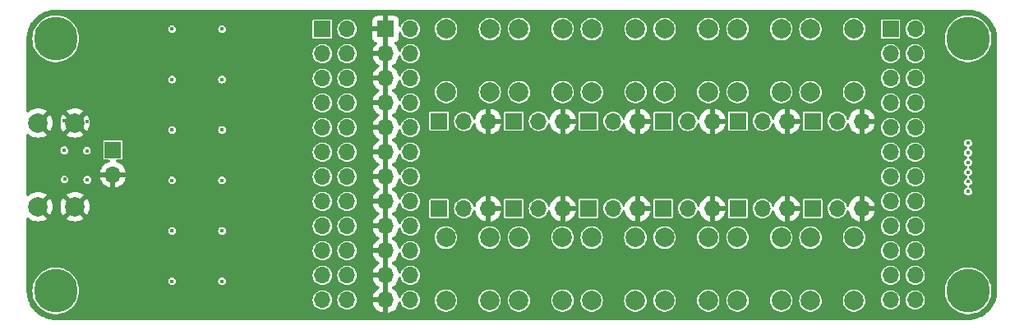
<source format=gbr>
%TF.GenerationSoftware,KiCad,Pcbnew,7.0.6*%
%TF.CreationDate,2023-08-04T15:36:23+02:00*%
%TF.ProjectId,Debug_BreakBoard,44656275-675f-4427-9265-616b426f6172,rev?*%
%TF.SameCoordinates,Original*%
%TF.FileFunction,Copper,L2,Inr*%
%TF.FilePolarity,Positive*%
%FSLAX46Y46*%
G04 Gerber Fmt 4.6, Leading zero omitted, Abs format (unit mm)*
G04 Created by KiCad (PCBNEW 7.0.6) date 2023-08-04 15:36:23*
%MOMM*%
%LPD*%
G01*
G04 APERTURE LIST*
%TA.AperFunction,ComponentPad*%
%ADD10R,1.700000X1.700000*%
%TD*%
%TA.AperFunction,ComponentPad*%
%ADD11O,1.700000X1.700000*%
%TD*%
%TA.AperFunction,ComponentPad*%
%ADD12C,4.500000*%
%TD*%
%TA.AperFunction,ComponentPad*%
%ADD13C,2.000000*%
%TD*%
%TA.AperFunction,ComponentPad*%
%ADD14C,2.010000*%
%TD*%
%TA.AperFunction,ViaPad*%
%ADD15C,0.450000*%
%TD*%
G04 APERTURE END LIST*
D10*
%TO.N,VDD*%
%TO.C,J16*%
X177975000Y-58500000D03*
D11*
%TO.N,Net-(J16-Pin_2)*%
X180515000Y-58500000D03*
%TO.N,GND*%
X183055000Y-58500000D03*
%TD*%
D10*
%TO.N,VDD*%
%TO.C,J15*%
X170280000Y-58500000D03*
D11*
%TO.N,Net-(J15-Pin_2)*%
X172820000Y-58500000D03*
%TO.N,GND*%
X175360000Y-58500000D03*
%TD*%
D10*
%TO.N,VDD*%
%TO.C,J14*%
X162585000Y-58500000D03*
D11*
%TO.N,Net-(J14-Pin_2)*%
X165125000Y-58500000D03*
%TO.N,GND*%
X167665000Y-58500000D03*
%TD*%
D10*
%TO.N,VDD*%
%TO.C,J13*%
X154890000Y-58500000D03*
D11*
%TO.N,Net-(J13-Pin_2)*%
X157430000Y-58500000D03*
%TO.N,GND*%
X159970000Y-58500000D03*
%TD*%
D10*
%TO.N,VDD*%
%TO.C,J12*%
X147195000Y-58500000D03*
D11*
%TO.N,Net-(J12-Pin_2)*%
X149735000Y-58500000D03*
%TO.N,GND*%
X152275000Y-58500000D03*
%TD*%
%TO.N,GND*%
%TO.C,J11*%
X144580000Y-58500000D03*
%TO.N,Net-(J11-Pin_2)*%
X142040000Y-58500000D03*
D10*
%TO.N,VDD*%
X139500000Y-58500000D03*
%TD*%
%TO.N,VDD*%
%TO.C,J10*%
X177975000Y-67500000D03*
D11*
%TO.N,Net-(J10-Pin_2)*%
X180515000Y-67500000D03*
%TO.N,GND*%
X183055000Y-67500000D03*
%TD*%
D10*
%TO.N,VDD*%
%TO.C,J9*%
X170280000Y-67500000D03*
D11*
%TO.N,Net-(J9-Pin_2)*%
X172820000Y-67500000D03*
%TO.N,GND*%
X175360000Y-67500000D03*
%TD*%
D10*
%TO.N,GND*%
%TO.C,J8*%
X134000000Y-49000000D03*
D11*
%TO.N,/1*%
X136540000Y-49000000D03*
%TO.N,GND*%
X134000000Y-51540000D03*
%TO.N,/2*%
X136540000Y-51540000D03*
%TO.N,GND*%
X134000000Y-54080000D03*
%TO.N,/3*%
X136540000Y-54080000D03*
%TO.N,GND*%
X134000000Y-56620000D03*
%TO.N,/4*%
X136540000Y-56620000D03*
%TO.N,GND*%
X134000000Y-59160000D03*
%TO.N,/5*%
X136540000Y-59160000D03*
%TO.N,GND*%
X134000000Y-61700000D03*
%TO.N,/6*%
X136540000Y-61700000D03*
%TO.N,GND*%
X134000000Y-64240000D03*
%TO.N,/7*%
X136540000Y-64240000D03*
%TO.N,GND*%
X134000000Y-66780000D03*
%TO.N,/8*%
X136540000Y-66780000D03*
%TO.N,GND*%
X134000000Y-69320000D03*
%TO.N,/9*%
X136540000Y-69320000D03*
%TO.N,GND*%
X134000000Y-71860000D03*
%TO.N,/10*%
X136540000Y-71860000D03*
%TO.N,GND*%
X134000000Y-74400000D03*
%TO.N,/11*%
X136540000Y-74400000D03*
%TO.N,GND*%
X134000000Y-76940000D03*
%TO.N,/12*%
X136540000Y-76940000D03*
%TD*%
D10*
%TO.N,VDD*%
%TO.C,J7*%
X162585000Y-67500000D03*
D11*
%TO.N,Net-(J7-Pin_2)*%
X165125000Y-67500000D03*
%TO.N,GND*%
X167665000Y-67500000D03*
%TD*%
D10*
%TO.N,VDD*%
%TO.C,J6*%
X154890000Y-67500000D03*
D11*
%TO.N,Net-(J6-Pin_2)*%
X157430000Y-67500000D03*
%TO.N,GND*%
X159970000Y-67500000D03*
%TD*%
D10*
%TO.N,VDD*%
%TO.C,J5*%
X147195000Y-67500000D03*
D11*
%TO.N,Net-(J5-Pin_2)*%
X149735000Y-67500000D03*
%TO.N,GND*%
X152275000Y-67500000D03*
%TD*%
D10*
%TO.N,VDD*%
%TO.C,J4*%
X127470000Y-49000000D03*
D11*
%TO.N,/1*%
X130010000Y-49000000D03*
%TO.N,VDD*%
X127470000Y-51540000D03*
%TO.N,/2*%
X130010000Y-51540000D03*
%TO.N,VDD*%
X127470000Y-54080000D03*
%TO.N,/3*%
X130010000Y-54080000D03*
%TO.N,VDD*%
X127470000Y-56620000D03*
%TO.N,/4*%
X130010000Y-56620000D03*
%TO.N,VDD*%
X127470000Y-59160000D03*
%TO.N,/5*%
X130010000Y-59160000D03*
%TO.N,VDD*%
X127470000Y-61700000D03*
%TO.N,/6*%
X130010000Y-61700000D03*
%TO.N,VDD*%
X127470000Y-64240000D03*
%TO.N,/7*%
X130010000Y-64240000D03*
%TO.N,VDD*%
X127470000Y-66780000D03*
%TO.N,/8*%
X130010000Y-66780000D03*
%TO.N,VDD*%
X127470000Y-69320000D03*
%TO.N,/9*%
X130010000Y-69320000D03*
%TO.N,VDD*%
X127470000Y-71860000D03*
%TO.N,/10*%
X130010000Y-71860000D03*
%TO.N,VDD*%
X127470000Y-74400000D03*
%TO.N,/11*%
X130010000Y-74400000D03*
%TO.N,VDD*%
X127470000Y-76940000D03*
%TO.N,/12*%
X130010000Y-76940000D03*
%TD*%
%TO.N,GND*%
%TO.C,J3*%
X144580000Y-67500000D03*
%TO.N,Net-(J3-Pin_2)*%
X142040000Y-67500000D03*
D10*
%TO.N,VDD*%
X139500000Y-67500000D03*
%TD*%
%TO.N,/1*%
%TO.C,J2*%
X186000000Y-49000000D03*
D11*
X188540000Y-49000000D03*
%TO.N,/2*%
X186000000Y-51540000D03*
X188540000Y-51540000D03*
%TO.N,/3*%
X186000000Y-54080000D03*
X188540000Y-54080000D03*
%TO.N,/4*%
X186000000Y-56620000D03*
X188540000Y-56620000D03*
%TO.N,/5*%
X186000000Y-59160000D03*
X188540000Y-59160000D03*
%TO.N,/6*%
X186000000Y-61700000D03*
X188540000Y-61700000D03*
%TO.N,/7*%
X186000000Y-64240000D03*
X188540000Y-64240000D03*
%TO.N,/8*%
X186000000Y-66780000D03*
X188540000Y-66780000D03*
%TO.N,/9*%
X186000000Y-69320000D03*
X188540000Y-69320000D03*
%TO.N,/10*%
X186000000Y-71860000D03*
X188540000Y-71860000D03*
%TO.N,/11*%
X186000000Y-74400000D03*
X188540000Y-74400000D03*
%TO.N,/12*%
X186000000Y-76940000D03*
X188540000Y-76940000D03*
%TD*%
D12*
%TO.N,unconnected-(H2-Pad1)*%
%TO.C,H2*%
X100000000Y-76000000D03*
%TD*%
D13*
%TO.N,Net-(J12-Pin_2)*%
%TO.C,SW8*%
X147726000Y-55500000D03*
X147726000Y-49000000D03*
%TO.N,/2*%
X152226000Y-55500000D03*
X152226000Y-49000000D03*
%TD*%
D12*
%TO.N,unconnected-(H1-Pad1)*%
%TO.C,H1*%
X100000000Y-50000000D03*
%TD*%
D13*
%TO.N,Net-(J7-Pin_2)*%
%TO.C,SW4*%
X162730000Y-77000000D03*
X162730000Y-70500000D03*
%TO.N,/10*%
X167230000Y-77000000D03*
X167230000Y-70500000D03*
%TD*%
%TO.N,Net-(J9-Pin_2)*%
%TO.C,SW5*%
X170240000Y-77000000D03*
X170240000Y-70500000D03*
%TO.N,/11*%
X174740000Y-77000000D03*
X174740000Y-70500000D03*
%TD*%
%TO.N,Net-(J11-Pin_2)*%
%TO.C,SW7*%
X140220000Y-55500000D03*
X140220000Y-49000000D03*
%TO.N,/1*%
X144720000Y-55500000D03*
X144720000Y-49000000D03*
%TD*%
%TO.N,Net-(J10-Pin_2)*%
%TO.C,SW6*%
X177750000Y-77000000D03*
X177750000Y-70500000D03*
%TO.N,/12*%
X182250000Y-77000000D03*
X182250000Y-70500000D03*
%TD*%
D10*
%TO.N,P5V0*%
%TO.C,J17*%
X105900000Y-61460000D03*
D11*
%TO.N,GND*%
X105900000Y-64000000D03*
%TD*%
D13*
%TO.N,Net-(J6-Pin_2)*%
%TO.C,SW3*%
X155220000Y-77000000D03*
X155220000Y-70500000D03*
%TO.N,/9*%
X159720000Y-77000000D03*
X159720000Y-70500000D03*
%TD*%
%TO.N,Net-(J14-Pin_2)*%
%TO.C,SW10*%
X162738000Y-55500000D03*
X162738000Y-49000000D03*
%TO.N,/4*%
X167238000Y-55500000D03*
X167238000Y-49000000D03*
%TD*%
D12*
%TO.N,unconnected-(H4-Pad1)*%
%TO.C,H4*%
X194000000Y-76000000D03*
%TD*%
D13*
%TO.N,Net-(J16-Pin_2)*%
%TO.C,SW12*%
X177750000Y-55500000D03*
X177750000Y-49000000D03*
%TO.N,/6*%
X182250000Y-55500000D03*
X182250000Y-49000000D03*
%TD*%
D12*
%TO.N,unconnected-(H3-Pad1)*%
%TO.C,H3*%
X194000000Y-50000000D03*
%TD*%
D13*
%TO.N,Net-(J3-Pin_2)*%
%TO.C,SW1*%
X140200000Y-77000000D03*
X140200000Y-70500000D03*
%TO.N,/7*%
X144700000Y-77000000D03*
X144700000Y-70500000D03*
%TD*%
%TO.N,Net-(J5-Pin_2)*%
%TO.C,SW2*%
X147710000Y-77000000D03*
X147710000Y-70500000D03*
%TO.N,/8*%
X152210000Y-77000000D03*
X152210000Y-70500000D03*
%TD*%
D14*
%TO.N,GND*%
%TO.C,P1*%
X102000000Y-58680000D03*
X98200000Y-58680000D03*
X102000000Y-67320000D03*
X98200000Y-67320000D03*
%TD*%
D13*
%TO.N,Net-(J15-Pin_2)*%
%TO.C,SW11*%
X170244000Y-55500000D03*
X170244000Y-49000000D03*
%TO.N,/5*%
X174744000Y-55500000D03*
X174744000Y-49000000D03*
%TD*%
%TO.N,Net-(J13-Pin_2)*%
%TO.C,SW9*%
X155232000Y-55500000D03*
X155232000Y-49000000D03*
%TO.N,/3*%
X159732000Y-55500000D03*
X159732000Y-49000000D03*
%TD*%
D15*
%TO.N,GND*%
X112537955Y-50000824D03*
X112537955Y-55200824D03*
X112537955Y-60400824D03*
X112537955Y-65600824D03*
X112537955Y-70800824D03*
X112537955Y-76000824D03*
X107400455Y-76000824D03*
X107400455Y-70800824D03*
X107400455Y-65600824D03*
X107400455Y-60400824D03*
X107400455Y-55200824D03*
X107400455Y-50000824D03*
X100917039Y-65729545D03*
X103242961Y-65770455D03*
X100917039Y-60229545D03*
X103242961Y-60270455D03*
%TO.N,P5V0*%
X100917039Y-64499545D03*
X103242961Y-64540455D03*
X117137500Y-49000000D03*
%TO.N,GND*%
X103214214Y-58500455D03*
%TO.N,P5V0*%
X112000000Y-64600000D03*
X112000000Y-75000000D03*
X117137500Y-59400000D03*
X112000000Y-54200000D03*
X112000000Y-69800000D03*
X117137500Y-64600000D03*
X103214214Y-61540455D03*
X117137500Y-54200000D03*
X112000000Y-59400000D03*
X117137500Y-69800000D03*
%TO.N,GND*%
X100880306Y-58476932D03*
%TO.N,P5V0*%
X117137500Y-75000000D03*
X112000000Y-49000000D03*
X100888292Y-61499545D03*
%TO.N,GND*%
X126000455Y-69364232D03*
X126000455Y-49000000D03*
X126000455Y-51545529D03*
X126000455Y-64273174D03*
X126000455Y-71909761D03*
X126000455Y-74455290D03*
X126000455Y-66818703D03*
X126000455Y-77000824D03*
X126000455Y-59182116D03*
X126000455Y-54091058D03*
X126000455Y-56636587D03*
X126000455Y-61727645D03*
%TO.N,/2*%
X194000000Y-60750000D03*
%TO.N,/4*%
X194000000Y-61750000D03*
%TO.N,/6*%
X194000000Y-62750000D03*
%TO.N,/8*%
X194000000Y-63750000D03*
%TO.N,/10*%
X194000000Y-64750000D03*
%TO.N,/12*%
X194000000Y-65750000D03*
%TD*%
%TA.AperFunction,Conductor*%
%TO.N,GND*%
G36*
X134250000Y-76504498D02*
G01*
X134142315Y-76455320D01*
X134035763Y-76440000D01*
X133964237Y-76440000D01*
X133857685Y-76455320D01*
X133750000Y-76504498D01*
X133750000Y-74835501D01*
X133857685Y-74884680D01*
X133964237Y-74900000D01*
X134035763Y-74900000D01*
X134142315Y-74884680D01*
X134250000Y-74835501D01*
X134250000Y-76504498D01*
G37*
%TD.AperFunction*%
%TA.AperFunction,Conductor*%
G36*
X134250000Y-73964498D02*
G01*
X134142315Y-73915320D01*
X134035763Y-73900000D01*
X133964237Y-73900000D01*
X133857685Y-73915320D01*
X133750000Y-73964498D01*
X133750000Y-72295501D01*
X133857685Y-72344680D01*
X133964237Y-72360000D01*
X134035763Y-72360000D01*
X134142315Y-72344680D01*
X134250000Y-72295501D01*
X134250000Y-73964498D01*
G37*
%TD.AperFunction*%
%TA.AperFunction,Conductor*%
G36*
X134250000Y-71424498D02*
G01*
X134142315Y-71375320D01*
X134035763Y-71360000D01*
X133964237Y-71360000D01*
X133857685Y-71375320D01*
X133750000Y-71424498D01*
X133750000Y-69755501D01*
X133857685Y-69804680D01*
X133964237Y-69820000D01*
X134035763Y-69820000D01*
X134142315Y-69804680D01*
X134250000Y-69755501D01*
X134250000Y-71424498D01*
G37*
%TD.AperFunction*%
%TA.AperFunction,Conductor*%
G36*
X134250000Y-68884498D02*
G01*
X134142315Y-68835320D01*
X134035763Y-68820000D01*
X133964237Y-68820000D01*
X133857685Y-68835320D01*
X133750000Y-68884498D01*
X133750000Y-67215501D01*
X133857685Y-67264680D01*
X133964237Y-67280000D01*
X134035763Y-67280000D01*
X134142315Y-67264680D01*
X134250000Y-67215501D01*
X134250000Y-68884498D01*
G37*
%TD.AperFunction*%
%TA.AperFunction,Conductor*%
G36*
X134250000Y-66344498D02*
G01*
X134142315Y-66295320D01*
X134035763Y-66280000D01*
X133964237Y-66280000D01*
X133857685Y-66295320D01*
X133750000Y-66344498D01*
X133750000Y-64675501D01*
X133857685Y-64724680D01*
X133964237Y-64740000D01*
X134035763Y-64740000D01*
X134142315Y-64724680D01*
X134250000Y-64675501D01*
X134250000Y-66344498D01*
G37*
%TD.AperFunction*%
%TA.AperFunction,Conductor*%
G36*
X134250000Y-63804498D02*
G01*
X134142315Y-63755320D01*
X134035763Y-63740000D01*
X133964237Y-63740000D01*
X133857685Y-63755320D01*
X133750000Y-63804498D01*
X133750000Y-62135501D01*
X133857685Y-62184680D01*
X133964237Y-62200000D01*
X134035763Y-62200000D01*
X134142315Y-62184680D01*
X134250000Y-62135501D01*
X134250000Y-63804498D01*
G37*
%TD.AperFunction*%
%TA.AperFunction,Conductor*%
G36*
X134250000Y-61264498D02*
G01*
X134142315Y-61215320D01*
X134035763Y-61200000D01*
X133964237Y-61200000D01*
X133857685Y-61215320D01*
X133750000Y-61264498D01*
X133750000Y-59595501D01*
X133857685Y-59644680D01*
X133964237Y-59660000D01*
X134035763Y-59660000D01*
X134142315Y-59644680D01*
X134250000Y-59595501D01*
X134250000Y-61264498D01*
G37*
%TD.AperFunction*%
%TA.AperFunction,Conductor*%
G36*
X134250000Y-58724498D02*
G01*
X134142315Y-58675320D01*
X134035763Y-58660000D01*
X133964237Y-58660000D01*
X133857685Y-58675320D01*
X133750000Y-58724498D01*
X133750000Y-57055501D01*
X133857685Y-57104680D01*
X133964237Y-57120000D01*
X134035763Y-57120000D01*
X134142315Y-57104680D01*
X134250000Y-57055501D01*
X134250000Y-58724498D01*
G37*
%TD.AperFunction*%
%TA.AperFunction,Conductor*%
G36*
X134250000Y-56184498D02*
G01*
X134142315Y-56135320D01*
X134035763Y-56120000D01*
X133964237Y-56120000D01*
X133857685Y-56135320D01*
X133750000Y-56184498D01*
X133750000Y-54515501D01*
X133857685Y-54564680D01*
X133964237Y-54580000D01*
X134035763Y-54580000D01*
X134142315Y-54564680D01*
X134250000Y-54515501D01*
X134250000Y-56184498D01*
G37*
%TD.AperFunction*%
%TA.AperFunction,Conductor*%
G36*
X134250000Y-53644498D02*
G01*
X134142315Y-53595320D01*
X134035763Y-53580000D01*
X133964237Y-53580000D01*
X133857685Y-53595320D01*
X133750000Y-53644498D01*
X133750000Y-51975501D01*
X133857685Y-52024680D01*
X133964237Y-52040000D01*
X134035763Y-52040000D01*
X134142315Y-52024680D01*
X134250000Y-51975501D01*
X134250000Y-53644498D01*
G37*
%TD.AperFunction*%
%TA.AperFunction,Conductor*%
G36*
X134250000Y-51104498D02*
G01*
X134142315Y-51055320D01*
X134035763Y-51040000D01*
X133964237Y-51040000D01*
X133857685Y-51055320D01*
X133750000Y-51104498D01*
X133750000Y-49435501D01*
X133857685Y-49484680D01*
X133964237Y-49500000D01*
X134035763Y-49500000D01*
X134142315Y-49484680D01*
X134250000Y-49435501D01*
X134250000Y-51104498D01*
G37*
%TD.AperFunction*%
%TA.AperFunction,Conductor*%
G36*
X193948142Y-47000509D02*
G01*
X193948146Y-47000511D01*
X193998380Y-47000511D01*
X194001623Y-47000595D01*
X194133349Y-47007499D01*
X194317038Y-47017815D01*
X194323207Y-47018475D01*
X194475567Y-47042606D01*
X194638186Y-47070235D01*
X194643800Y-47071462D01*
X194796731Y-47112439D01*
X194951721Y-47157090D01*
X194956713Y-47158764D01*
X195106161Y-47216130D01*
X195253987Y-47277360D01*
X195258366Y-47279379D01*
X195401897Y-47352509D01*
X195541442Y-47429631D01*
X195545186Y-47431878D01*
X195679728Y-47519248D01*
X195680840Y-47519970D01*
X195810699Y-47612107D01*
X195813836Y-47614486D01*
X195857694Y-47650000D01*
X195938722Y-47715613D01*
X195941004Y-47717555D01*
X196058658Y-47822694D01*
X196061163Y-47825061D01*
X196091209Y-47855105D01*
X196174831Y-47938725D01*
X196177221Y-47941252D01*
X196282383Y-48058924D01*
X196284337Y-48061220D01*
X196385422Y-48186044D01*
X196387804Y-48189184D01*
X196479973Y-48319077D01*
X196568044Y-48454688D01*
X196570311Y-48458466D01*
X196647440Y-48598009D01*
X196666704Y-48635814D01*
X196720271Y-48740938D01*
X196720556Y-48741496D01*
X196722595Y-48745919D01*
X196783826Y-48893731D01*
X196841182Y-49043136D01*
X196842877Y-49048192D01*
X196887537Y-49203189D01*
X196928509Y-49356074D01*
X196929747Y-49361739D01*
X196957373Y-49524307D01*
X196981578Y-49677096D01*
X196982236Y-49683172D01*
X196988327Y-49787066D01*
X196999404Y-49998257D01*
X196999489Y-50001505D01*
X196999489Y-50044915D01*
X197000311Y-50052561D01*
X197000311Y-75998259D01*
X197000226Y-76001498D01*
X196999189Y-76021300D01*
X196993332Y-76133135D01*
X196983014Y-76316993D01*
X196982348Y-76323220D01*
X196958219Y-76475600D01*
X196930591Y-76638238D01*
X196929354Y-76643902D01*
X196888394Y-76796791D01*
X196843713Y-76951901D01*
X196842017Y-76956958D01*
X196784672Y-77106361D01*
X196772969Y-77134620D01*
X196723418Y-77254254D01*
X196721379Y-77258676D01*
X196648253Y-77402209D01*
X196571097Y-77541819D01*
X196568831Y-77545597D01*
X196480743Y-77681249D01*
X196388546Y-77811195D01*
X196386163Y-77814337D01*
X196285051Y-77939204D01*
X196283098Y-77941500D01*
X196177901Y-78059222D01*
X196175511Y-78061750D01*
X196061837Y-78175427D01*
X196059310Y-78177817D01*
X195941611Y-78283003D01*
X195939315Y-78284957D01*
X195814420Y-78386099D01*
X195811279Y-78388482D01*
X195681359Y-78480668D01*
X195545697Y-78568770D01*
X195541919Y-78571037D01*
X195402332Y-78648186D01*
X195258788Y-78721329D01*
X195254365Y-78723368D01*
X195106508Y-78784614D01*
X194957057Y-78841984D01*
X194952000Y-78843679D01*
X194796894Y-78888366D01*
X194644030Y-78929325D01*
X194638366Y-78930562D01*
X194475712Y-78958201D01*
X194323337Y-78982335D01*
X194317111Y-78983001D01*
X194133356Y-78993321D01*
X194001621Y-79000226D01*
X193998376Y-79000311D01*
X100002080Y-79000322D01*
X99998834Y-79000237D01*
X99862087Y-78993069D01*
X99683761Y-78983075D01*
X99677526Y-78982409D01*
X99520868Y-78957595D01*
X99362532Y-78930689D01*
X99356875Y-78929453D01*
X99258218Y-78903017D01*
X99201390Y-78887789D01*
X99111531Y-78861899D01*
X99048883Y-78843849D01*
X99043830Y-78842155D01*
X98892597Y-78784099D01*
X98746491Y-78723576D01*
X98742070Y-78721538D01*
X98680235Y-78690031D01*
X98597239Y-78647742D01*
X98458887Y-78571273D01*
X98455123Y-78569014D01*
X98318533Y-78480310D01*
X98189471Y-78388730D01*
X98186331Y-78386349D01*
X98060790Y-78284686D01*
X98058493Y-78282731D01*
X98044956Y-78270633D01*
X97941361Y-78178050D01*
X97938851Y-78175676D01*
X97824759Y-78061583D01*
X97822390Y-78059079D01*
X97717486Y-77941684D01*
X97715533Y-77939389D01*
X97614219Y-77814273D01*
X97611837Y-77811132D01*
X97519720Y-77681299D01*
X97431626Y-77545644D01*
X97429379Y-77541901D01*
X97352077Y-77402024D01*
X97279118Y-77258831D01*
X97277098Y-77254449D01*
X97215511Y-77105750D01*
X97158496Y-76957217D01*
X97156800Y-76952159D01*
X97112044Y-76796791D01*
X97111633Y-76795363D01*
X97071145Y-76644260D01*
X97069912Y-76638615D01*
X97041646Y-76472222D01*
X97018114Y-76323641D01*
X97017455Y-76317486D01*
X97006348Y-76119604D01*
X97000213Y-76002536D01*
X97000147Y-76000005D01*
X97592349Y-76000005D01*
X97611332Y-76301751D01*
X97626282Y-76380118D01*
X97667990Y-76598758D01*
X97682658Y-76643902D01*
X97761420Y-76886308D01*
X97761421Y-76886309D01*
X97761423Y-76886315D01*
X97890159Y-77159895D01*
X97890163Y-77159902D01*
X97890164Y-77159903D01*
X98052165Y-77415177D01*
X98052168Y-77415181D01*
X98052169Y-77415182D01*
X98072700Y-77440000D01*
X98244903Y-77648157D01*
X98465303Y-77855125D01*
X98465313Y-77855133D01*
X98709904Y-78032839D01*
X98709922Y-78032851D01*
X98974872Y-78178508D01*
X98974880Y-78178512D01*
X99238110Y-78282731D01*
X99255995Y-78289812D01*
X99548851Y-78365005D01*
X99611780Y-78372954D01*
X99848810Y-78402899D01*
X99848819Y-78402899D01*
X99848822Y-78402900D01*
X99848824Y-78402900D01*
X100151176Y-78402900D01*
X100151178Y-78402900D01*
X100151181Y-78402899D01*
X100151189Y-78402899D01*
X100330182Y-78380286D01*
X100451149Y-78365005D01*
X100744005Y-78289812D01*
X100896016Y-78229627D01*
X101025119Y-78178512D01*
X101025123Y-78178509D01*
X101025128Y-78178508D01*
X101237510Y-78061750D01*
X101290077Y-78032851D01*
X101290078Y-78032850D01*
X101290084Y-78032847D01*
X101534695Y-77855127D01*
X101755102Y-77648151D01*
X101947831Y-77415182D01*
X102109841Y-77159895D01*
X102213315Y-76940000D01*
X126462247Y-76940000D01*
X126481610Y-77136599D01*
X126481610Y-77136601D01*
X126481611Y-77136603D01*
X126538958Y-77325650D01*
X126600079Y-77440000D01*
X126632086Y-77499881D01*
X126757410Y-77652589D01*
X126910118Y-77777913D01*
X126910122Y-77777916D01*
X127084350Y-77871042D01*
X127273397Y-77928389D01*
X127470000Y-77947753D01*
X127666603Y-77928389D01*
X127855650Y-77871042D01*
X128029878Y-77777916D01*
X128182589Y-77652589D01*
X128307916Y-77499878D01*
X128401042Y-77325650D01*
X128458389Y-77136603D01*
X128477753Y-76940000D01*
X129002247Y-76940000D01*
X129021610Y-77136599D01*
X129021610Y-77136601D01*
X129021611Y-77136603D01*
X129078958Y-77325650D01*
X129140079Y-77440000D01*
X129172086Y-77499881D01*
X129297410Y-77652589D01*
X129450118Y-77777913D01*
X129450122Y-77777916D01*
X129624350Y-77871042D01*
X129813397Y-77928389D01*
X130010000Y-77947753D01*
X130206603Y-77928389D01*
X130395650Y-77871042D01*
X130569878Y-77777916D01*
X130722589Y-77652589D01*
X130847916Y-77499878D01*
X130941042Y-77325650D01*
X130998389Y-77136603D01*
X131017753Y-76940000D01*
X130998389Y-76743397D01*
X130941042Y-76554350D01*
X130847916Y-76380122D01*
X130847913Y-76380118D01*
X130722589Y-76227410D01*
X130569881Y-76102086D01*
X130569879Y-76102085D01*
X130569878Y-76102084D01*
X130395650Y-76008958D01*
X130206603Y-75951611D01*
X130206601Y-75951610D01*
X130206599Y-75951610D01*
X130010000Y-75932247D01*
X129813400Y-75951610D01*
X129624350Y-76008958D01*
X129450118Y-76102086D01*
X129297410Y-76227410D01*
X129172086Y-76380118D01*
X129078958Y-76554350D01*
X129021610Y-76743400D01*
X129002247Y-76940000D01*
X128477753Y-76940000D01*
X128458389Y-76743397D01*
X128401042Y-76554350D01*
X128307916Y-76380122D01*
X128307913Y-76380118D01*
X128182589Y-76227410D01*
X128029881Y-76102086D01*
X128029879Y-76102085D01*
X128029878Y-76102084D01*
X127855650Y-76008958D01*
X127666603Y-75951611D01*
X127666601Y-75951610D01*
X127666599Y-75951610D01*
X127470000Y-75932247D01*
X127273400Y-75951610D01*
X127084350Y-76008958D01*
X126910118Y-76102086D01*
X126757410Y-76227410D01*
X126632086Y-76380118D01*
X126538958Y-76554350D01*
X126481610Y-76743400D01*
X126462247Y-76940000D01*
X102213315Y-76940000D01*
X102238577Y-76886315D01*
X102332010Y-76598758D01*
X102388666Y-76301759D01*
X102400148Y-76119267D01*
X102407651Y-76000005D01*
X102407651Y-75999994D01*
X102388667Y-75698248D01*
X102374313Y-75623003D01*
X102332010Y-75401242D01*
X102238577Y-75113685D01*
X102185083Y-75000003D01*
X111594508Y-75000003D01*
X111614352Y-75125300D01*
X111614352Y-75125301D01*
X111614354Y-75125304D01*
X111671950Y-75238342D01*
X111671952Y-75238344D01*
X111671954Y-75238347D01*
X111761652Y-75328045D01*
X111761654Y-75328046D01*
X111761658Y-75328050D01*
X111874696Y-75385646D01*
X111874697Y-75385646D01*
X111874699Y-75385647D01*
X111999997Y-75405492D01*
X112000000Y-75405492D01*
X112000003Y-75405492D01*
X112125300Y-75385647D01*
X112125301Y-75385647D01*
X112125302Y-75385646D01*
X112125304Y-75385646D01*
X112238342Y-75328050D01*
X112328050Y-75238342D01*
X112385646Y-75125304D01*
X112385646Y-75125302D01*
X112385647Y-75125301D01*
X112385647Y-75125300D01*
X112405492Y-75000003D01*
X116732008Y-75000003D01*
X116751852Y-75125300D01*
X116751852Y-75125301D01*
X116751854Y-75125304D01*
X116809450Y-75238342D01*
X116809452Y-75238344D01*
X116809454Y-75238347D01*
X116899152Y-75328045D01*
X116899154Y-75328046D01*
X116899158Y-75328050D01*
X117012196Y-75385646D01*
X117012197Y-75385646D01*
X117012199Y-75385647D01*
X117137497Y-75405492D01*
X117137500Y-75405492D01*
X117137503Y-75405492D01*
X117262800Y-75385647D01*
X117262801Y-75385647D01*
X117262802Y-75385646D01*
X117262804Y-75385646D01*
X117375842Y-75328050D01*
X117465550Y-75238342D01*
X117523146Y-75125304D01*
X117523146Y-75125302D01*
X117523147Y-75125301D01*
X117523147Y-75125300D01*
X117542992Y-75000003D01*
X117542992Y-74999996D01*
X117523147Y-74874699D01*
X117523147Y-74874698D01*
X117517433Y-74863483D01*
X117465550Y-74761658D01*
X117465546Y-74761654D01*
X117465545Y-74761652D01*
X117375847Y-74671954D01*
X117375844Y-74671952D01*
X117375842Y-74671950D01*
X117262804Y-74614354D01*
X117262803Y-74614353D01*
X117262800Y-74614352D01*
X117137503Y-74594508D01*
X117137497Y-74594508D01*
X117012199Y-74614352D01*
X117012198Y-74614352D01*
X116942237Y-74650000D01*
X116899158Y-74671950D01*
X116899156Y-74671951D01*
X116899157Y-74671951D01*
X116899152Y-74671954D01*
X116809454Y-74761652D01*
X116809451Y-74761657D01*
X116809450Y-74761658D01*
X116790251Y-74799337D01*
X116751852Y-74874698D01*
X116751852Y-74874699D01*
X116732008Y-74999996D01*
X116732008Y-75000003D01*
X112405492Y-75000003D01*
X112405492Y-74999996D01*
X112385647Y-74874699D01*
X112385647Y-74874698D01*
X112379933Y-74863483D01*
X112328050Y-74761658D01*
X112328046Y-74761654D01*
X112328045Y-74761652D01*
X112238347Y-74671954D01*
X112238344Y-74671952D01*
X112238342Y-74671950D01*
X112125304Y-74614354D01*
X112125303Y-74614353D01*
X112125300Y-74614352D01*
X112000003Y-74594508D01*
X111999997Y-74594508D01*
X111874699Y-74614352D01*
X111874698Y-74614352D01*
X111804737Y-74650000D01*
X111761658Y-74671950D01*
X111761656Y-74671951D01*
X111761657Y-74671951D01*
X111761652Y-74671954D01*
X111671954Y-74761652D01*
X111671951Y-74761657D01*
X111671950Y-74761658D01*
X111652751Y-74799337D01*
X111614352Y-74874698D01*
X111614352Y-74874699D01*
X111594508Y-74999996D01*
X111594508Y-75000003D01*
X102185083Y-75000003D01*
X102109841Y-74840105D01*
X101989197Y-74650000D01*
X101947834Y-74584822D01*
X101794936Y-74400000D01*
X126462247Y-74400000D01*
X126481610Y-74596599D01*
X126481610Y-74596601D01*
X126481611Y-74596603D01*
X126538958Y-74785650D01*
X126600079Y-74900000D01*
X126632086Y-74959881D01*
X126757410Y-75112589D01*
X126910118Y-75237913D01*
X126910122Y-75237916D01*
X127084350Y-75331042D01*
X127273397Y-75388389D01*
X127470000Y-75407753D01*
X127666603Y-75388389D01*
X127855650Y-75331042D01*
X128029878Y-75237916D01*
X128182589Y-75112589D01*
X128307916Y-74959878D01*
X128401042Y-74785650D01*
X128458389Y-74596603D01*
X128477753Y-74400000D01*
X129002247Y-74400000D01*
X129021610Y-74596599D01*
X129021610Y-74596601D01*
X129021611Y-74596603D01*
X129078958Y-74785650D01*
X129140079Y-74900000D01*
X129172086Y-74959881D01*
X129297410Y-75112589D01*
X129450118Y-75237913D01*
X129450122Y-75237916D01*
X129624350Y-75331042D01*
X129813397Y-75388389D01*
X130010000Y-75407753D01*
X130206603Y-75388389D01*
X130395650Y-75331042D01*
X130569878Y-75237916D01*
X130722589Y-75112589D01*
X130847916Y-74959878D01*
X130941042Y-74785650D01*
X130998389Y-74596603D01*
X131017753Y-74400000D01*
X130998389Y-74203397D01*
X130941042Y-74014350D01*
X130847916Y-73840122D01*
X130832623Y-73821487D01*
X130722589Y-73687410D01*
X130569881Y-73562086D01*
X130569879Y-73562085D01*
X130569878Y-73562084D01*
X130395650Y-73468958D01*
X130206603Y-73411611D01*
X130206601Y-73411610D01*
X130206599Y-73411610D01*
X130010000Y-73392247D01*
X129813400Y-73411610D01*
X129624350Y-73468958D01*
X129450118Y-73562086D01*
X129297410Y-73687410D01*
X129172086Y-73840118D01*
X129078958Y-74014350D01*
X129021610Y-74203400D01*
X129002247Y-74400000D01*
X128477753Y-74400000D01*
X128458389Y-74203397D01*
X128401042Y-74014350D01*
X128307916Y-73840122D01*
X128292623Y-73821487D01*
X128182589Y-73687410D01*
X128029881Y-73562086D01*
X128029879Y-73562085D01*
X128029878Y-73562084D01*
X127855650Y-73468958D01*
X127666603Y-73411611D01*
X127666601Y-73411610D01*
X127666599Y-73411610D01*
X127470000Y-73392247D01*
X127273400Y-73411610D01*
X127084350Y-73468958D01*
X126910118Y-73562086D01*
X126757410Y-73687410D01*
X126632086Y-73840118D01*
X126538958Y-74014350D01*
X126481610Y-74203400D01*
X126462247Y-74400000D01*
X101794936Y-74400000D01*
X101755096Y-74351842D01*
X101534696Y-74144874D01*
X101534686Y-74144866D01*
X101290095Y-73967160D01*
X101290077Y-73967148D01*
X101025127Y-73821491D01*
X101025119Y-73821487D01*
X100744009Y-73710189D01*
X100655291Y-73687410D01*
X100451149Y-73634995D01*
X100451146Y-73634994D01*
X100451139Y-73634993D01*
X100151189Y-73597100D01*
X100151178Y-73597100D01*
X99848822Y-73597100D01*
X99848810Y-73597100D01*
X99548860Y-73634993D01*
X99548851Y-73634995D01*
X99255990Y-73710189D01*
X98974880Y-73821487D01*
X98974872Y-73821491D01*
X98709922Y-73967148D01*
X98709904Y-73967160D01*
X98465313Y-74144866D01*
X98465303Y-74144874D01*
X98244903Y-74351842D01*
X98052165Y-74584822D01*
X97890164Y-74840096D01*
X97890161Y-74840100D01*
X97890159Y-74840105D01*
X97778414Y-75077578D01*
X97761421Y-75113690D01*
X97761420Y-75113691D01*
X97690799Y-75331042D01*
X97667990Y-75401242D01*
X97636106Y-75568378D01*
X97611332Y-75698248D01*
X97592349Y-75999994D01*
X97592349Y-76000005D01*
X97000147Y-76000005D01*
X97000131Y-75999369D01*
X97000131Y-71860000D01*
X126462247Y-71860000D01*
X126481610Y-72056599D01*
X126481610Y-72056601D01*
X126481611Y-72056603D01*
X126538958Y-72245650D01*
X126600079Y-72360000D01*
X126632086Y-72419881D01*
X126757410Y-72572589D01*
X126910118Y-72697913D01*
X126910122Y-72697916D01*
X127084350Y-72791042D01*
X127273397Y-72848389D01*
X127470000Y-72867753D01*
X127666603Y-72848389D01*
X127855650Y-72791042D01*
X128029878Y-72697916D01*
X128182589Y-72572589D01*
X128307916Y-72419878D01*
X128401042Y-72245650D01*
X128458389Y-72056603D01*
X128477753Y-71860000D01*
X129002247Y-71860000D01*
X129021610Y-72056599D01*
X129021610Y-72056601D01*
X129021611Y-72056603D01*
X129078958Y-72245650D01*
X129140079Y-72360000D01*
X129172086Y-72419881D01*
X129297410Y-72572589D01*
X129450118Y-72697913D01*
X129450122Y-72697916D01*
X129624350Y-72791042D01*
X129813397Y-72848389D01*
X130010000Y-72867753D01*
X130206603Y-72848389D01*
X130395650Y-72791042D01*
X130569878Y-72697916D01*
X130722589Y-72572589D01*
X130847916Y-72419878D01*
X130941042Y-72245650D01*
X130998389Y-72056603D01*
X131017753Y-71860000D01*
X130998389Y-71663397D01*
X130941042Y-71474350D01*
X130847916Y-71300122D01*
X130831428Y-71280031D01*
X130722589Y-71147410D01*
X130569881Y-71022086D01*
X130569879Y-71022085D01*
X130569878Y-71022084D01*
X130395650Y-70928958D01*
X130206603Y-70871611D01*
X130206601Y-70871610D01*
X130206599Y-70871610D01*
X130010000Y-70852247D01*
X129813400Y-70871610D01*
X129624350Y-70928958D01*
X129450118Y-71022086D01*
X129297410Y-71147410D01*
X129172086Y-71300118D01*
X129078958Y-71474350D01*
X129021610Y-71663400D01*
X129002247Y-71860000D01*
X128477753Y-71860000D01*
X128458389Y-71663397D01*
X128401042Y-71474350D01*
X128307916Y-71300122D01*
X128291428Y-71280031D01*
X128182589Y-71147410D01*
X128029881Y-71022086D01*
X128029879Y-71022085D01*
X128029878Y-71022084D01*
X127855650Y-70928958D01*
X127666603Y-70871611D01*
X127666601Y-70871610D01*
X127666599Y-70871610D01*
X127470000Y-70852247D01*
X127273400Y-70871610D01*
X127084350Y-70928958D01*
X126910118Y-71022086D01*
X126757410Y-71147410D01*
X126632086Y-71300118D01*
X126538958Y-71474350D01*
X126481610Y-71663400D01*
X126462247Y-71860000D01*
X97000131Y-71860000D01*
X97000131Y-69800003D01*
X111594508Y-69800003D01*
X111614352Y-69925300D01*
X111614352Y-69925301D01*
X111614354Y-69925304D01*
X111671950Y-70038342D01*
X111671952Y-70038344D01*
X111671954Y-70038347D01*
X111761652Y-70128045D01*
X111761654Y-70128046D01*
X111761658Y-70128050D01*
X111874696Y-70185646D01*
X111874697Y-70185646D01*
X111874699Y-70185647D01*
X111999997Y-70205492D01*
X112000000Y-70205492D01*
X112000003Y-70205492D01*
X112125300Y-70185647D01*
X112125301Y-70185647D01*
X112125302Y-70185646D01*
X112125304Y-70185646D01*
X112238342Y-70128050D01*
X112328050Y-70038342D01*
X112385646Y-69925304D01*
X112385646Y-69925302D01*
X112385647Y-69925301D01*
X112385647Y-69925300D01*
X112405492Y-69800003D01*
X116732008Y-69800003D01*
X116751852Y-69925300D01*
X116751852Y-69925301D01*
X116751854Y-69925304D01*
X116809450Y-70038342D01*
X116809452Y-70038344D01*
X116809454Y-70038347D01*
X116899152Y-70128045D01*
X116899154Y-70128046D01*
X116899158Y-70128050D01*
X117012196Y-70185646D01*
X117012197Y-70185646D01*
X117012199Y-70185647D01*
X117137497Y-70205492D01*
X117137500Y-70205492D01*
X117137503Y-70205492D01*
X117262800Y-70185647D01*
X117262801Y-70185647D01*
X117262802Y-70185646D01*
X117262804Y-70185646D01*
X117375842Y-70128050D01*
X117465550Y-70038342D01*
X117523146Y-69925304D01*
X117523146Y-69925302D01*
X117523147Y-69925301D01*
X117523147Y-69925300D01*
X117542992Y-69800003D01*
X117542992Y-69799996D01*
X117523147Y-69674699D01*
X117523147Y-69674698D01*
X117510969Y-69650798D01*
X117465550Y-69561658D01*
X117465546Y-69561654D01*
X117465545Y-69561652D01*
X117375847Y-69471954D01*
X117375844Y-69471952D01*
X117375842Y-69471950D01*
X117262804Y-69414354D01*
X117262803Y-69414353D01*
X117262800Y-69414352D01*
X117137503Y-69394508D01*
X117137497Y-69394508D01*
X117012199Y-69414352D01*
X117012198Y-69414352D01*
X116936837Y-69452751D01*
X116899158Y-69471950D01*
X116899156Y-69471951D01*
X116899157Y-69471951D01*
X116899152Y-69471954D01*
X116809454Y-69561652D01*
X116809451Y-69561657D01*
X116809450Y-69561658D01*
X116802130Y-69576025D01*
X116751852Y-69674698D01*
X116751852Y-69674699D01*
X116732008Y-69799996D01*
X116732008Y-69800003D01*
X112405492Y-69800003D01*
X112405492Y-69799996D01*
X112385647Y-69674699D01*
X112385647Y-69674698D01*
X112373469Y-69650798D01*
X112328050Y-69561658D01*
X112328046Y-69561654D01*
X112328045Y-69561652D01*
X112238347Y-69471954D01*
X112238344Y-69471952D01*
X112238342Y-69471950D01*
X112125304Y-69414354D01*
X112125303Y-69414353D01*
X112125300Y-69414352D01*
X112000003Y-69394508D01*
X111999997Y-69394508D01*
X111874699Y-69414352D01*
X111874698Y-69414352D01*
X111799337Y-69452751D01*
X111761658Y-69471950D01*
X111761656Y-69471951D01*
X111761657Y-69471951D01*
X111761652Y-69471954D01*
X111671954Y-69561652D01*
X111671951Y-69561657D01*
X111671950Y-69561658D01*
X111664630Y-69576025D01*
X111614352Y-69674698D01*
X111614352Y-69674699D01*
X111594508Y-69799996D01*
X111594508Y-69800003D01*
X97000131Y-69800003D01*
X97000131Y-69320000D01*
X126462247Y-69320000D01*
X126481610Y-69516599D01*
X126481610Y-69516601D01*
X126481611Y-69516603D01*
X126538958Y-69705650D01*
X126600079Y-69820000D01*
X126632086Y-69879881D01*
X126757410Y-70032589D01*
X126873730Y-70128050D01*
X126910122Y-70157916D01*
X127084350Y-70251042D01*
X127273397Y-70308389D01*
X127470000Y-70327753D01*
X127666603Y-70308389D01*
X127855650Y-70251042D01*
X128029878Y-70157916D01*
X128182589Y-70032589D01*
X128307916Y-69879878D01*
X128401042Y-69705650D01*
X128458389Y-69516603D01*
X128477753Y-69320000D01*
X129002247Y-69320000D01*
X129021610Y-69516599D01*
X129021610Y-69516601D01*
X129021611Y-69516603D01*
X129078958Y-69705650D01*
X129140079Y-69820000D01*
X129172086Y-69879881D01*
X129297410Y-70032589D01*
X129413730Y-70128050D01*
X129450122Y-70157916D01*
X129624350Y-70251042D01*
X129813397Y-70308389D01*
X130010000Y-70327753D01*
X130206603Y-70308389D01*
X130395650Y-70251042D01*
X130569878Y-70157916D01*
X130722589Y-70032589D01*
X130847916Y-69879878D01*
X130941042Y-69705650D01*
X130998389Y-69516603D01*
X131017753Y-69320000D01*
X130998389Y-69123397D01*
X130941042Y-68934350D01*
X130847916Y-68760122D01*
X130847913Y-68760118D01*
X130722589Y-68607410D01*
X130569881Y-68482086D01*
X130569879Y-68482085D01*
X130569878Y-68482084D01*
X130395650Y-68388958D01*
X130206603Y-68331611D01*
X130206601Y-68331610D01*
X130206599Y-68331610D01*
X130010000Y-68312247D01*
X129813400Y-68331610D01*
X129624350Y-68388958D01*
X129450118Y-68482086D01*
X129297410Y-68607410D01*
X129172086Y-68760118D01*
X129078958Y-68934350D01*
X129021610Y-69123400D01*
X129002247Y-69320000D01*
X128477753Y-69320000D01*
X128458389Y-69123397D01*
X128401042Y-68934350D01*
X128307916Y-68760122D01*
X128307913Y-68760118D01*
X128182589Y-68607410D01*
X128029881Y-68482086D01*
X128029879Y-68482085D01*
X128029878Y-68482084D01*
X127855650Y-68388958D01*
X127666603Y-68331611D01*
X127666601Y-68331610D01*
X127666599Y-68331610D01*
X127470000Y-68312247D01*
X127273400Y-68331610D01*
X127084350Y-68388958D01*
X126910118Y-68482086D01*
X126757410Y-68607410D01*
X126632086Y-68760118D01*
X126538958Y-68934350D01*
X126481610Y-69123400D01*
X126462247Y-69320000D01*
X97000131Y-69320000D01*
X97000131Y-68543398D01*
X97019816Y-68476359D01*
X97072620Y-68430604D01*
X97141778Y-68420660D01*
X97204663Y-68449108D01*
X97312645Y-68541334D01*
X97312650Y-68541338D01*
X97514631Y-68665112D01*
X97514634Y-68665114D01*
X97733479Y-68755761D01*
X97733487Y-68755764D01*
X97963843Y-68811068D01*
X98200000Y-68829653D01*
X98436156Y-68811068D01*
X98666512Y-68755764D01*
X98666520Y-68755761D01*
X98885363Y-68665114D01*
X99075216Y-68548770D01*
X98463194Y-67936748D01*
X98513651Y-67917613D01*
X98647555Y-67825186D01*
X98755449Y-67703399D01*
X98817921Y-67584367D01*
X99428770Y-68195216D01*
X99545114Y-68005363D01*
X99635761Y-67786520D01*
X99635764Y-67786512D01*
X99691068Y-67556156D01*
X99709653Y-67320000D01*
X100490346Y-67320000D01*
X100508931Y-67556156D01*
X100564235Y-67786512D01*
X100564238Y-67786520D01*
X100654885Y-68005365D01*
X100654887Y-68005368D01*
X100771228Y-68195217D01*
X101382078Y-67584367D01*
X101444551Y-67703399D01*
X101552445Y-67825186D01*
X101686349Y-67917613D01*
X101736804Y-67936748D01*
X101124781Y-68548770D01*
X101124782Y-68548771D01*
X101314631Y-68665112D01*
X101314634Y-68665114D01*
X101533479Y-68755761D01*
X101533487Y-68755764D01*
X101763843Y-68811068D01*
X102000000Y-68829653D01*
X102236156Y-68811068D01*
X102466512Y-68755764D01*
X102466520Y-68755761D01*
X102685363Y-68665114D01*
X102875216Y-68548770D01*
X102263195Y-67936748D01*
X102313651Y-67917613D01*
X102447555Y-67825186D01*
X102555449Y-67703399D01*
X102617921Y-67584367D01*
X103228770Y-68195216D01*
X103345114Y-68005363D01*
X103435761Y-67786520D01*
X103435764Y-67786512D01*
X103491068Y-67556156D01*
X103509653Y-67320000D01*
X103491068Y-67083843D01*
X103435764Y-66853487D01*
X103435761Y-66853479D01*
X103405326Y-66780000D01*
X126462247Y-66780000D01*
X126481610Y-66976599D01*
X126481610Y-66976601D01*
X126481611Y-66976603D01*
X126538958Y-67165650D01*
X126629962Y-67335908D01*
X126632086Y-67339881D01*
X126757410Y-67492589D01*
X126910118Y-67617913D01*
X126910122Y-67617916D01*
X127084350Y-67711042D01*
X127273397Y-67768389D01*
X127470000Y-67787753D01*
X127666603Y-67768389D01*
X127855650Y-67711042D01*
X128029878Y-67617916D01*
X128182589Y-67492589D01*
X128307916Y-67339878D01*
X128401042Y-67165650D01*
X128458389Y-66976603D01*
X128477753Y-66780000D01*
X129002247Y-66780000D01*
X129021610Y-66976599D01*
X129021610Y-66976601D01*
X129021611Y-66976603D01*
X129078958Y-67165650D01*
X129169962Y-67335908D01*
X129172086Y-67339881D01*
X129297410Y-67492589D01*
X129450118Y-67617913D01*
X129450122Y-67617916D01*
X129624350Y-67711042D01*
X129813397Y-67768389D01*
X130010000Y-67787753D01*
X130206603Y-67768389D01*
X130395650Y-67711042D01*
X130569878Y-67617916D01*
X130722589Y-67492589D01*
X130847916Y-67339878D01*
X130941042Y-67165650D01*
X130998389Y-66976603D01*
X131017753Y-66780000D01*
X130998389Y-66583397D01*
X130941042Y-66394350D01*
X130847916Y-66220122D01*
X130847913Y-66220118D01*
X130722589Y-66067410D01*
X130569881Y-65942086D01*
X130569879Y-65942085D01*
X130569878Y-65942084D01*
X130395650Y-65848958D01*
X130206603Y-65791611D01*
X130206601Y-65791610D01*
X130206599Y-65791610D01*
X130010000Y-65772247D01*
X129813400Y-65791610D01*
X129624350Y-65848958D01*
X129450118Y-65942086D01*
X129297410Y-66067410D01*
X129172086Y-66220118D01*
X129078958Y-66394350D01*
X129021610Y-66583400D01*
X129002247Y-66780000D01*
X128477753Y-66780000D01*
X128458389Y-66583397D01*
X128401042Y-66394350D01*
X128307916Y-66220122D01*
X128307913Y-66220118D01*
X128182589Y-66067410D01*
X128029881Y-65942086D01*
X128029879Y-65942085D01*
X128029878Y-65942084D01*
X127855650Y-65848958D01*
X127666603Y-65791611D01*
X127666601Y-65791610D01*
X127666599Y-65791610D01*
X127470000Y-65772247D01*
X127273400Y-65791610D01*
X127084350Y-65848958D01*
X126910118Y-65942086D01*
X126757410Y-66067410D01*
X126632086Y-66220118D01*
X126538958Y-66394350D01*
X126481610Y-66583400D01*
X126462247Y-66780000D01*
X103405326Y-66780000D01*
X103345114Y-66634634D01*
X103345112Y-66634631D01*
X103228771Y-66444782D01*
X103228770Y-66444781D01*
X102617920Y-67055631D01*
X102555449Y-66936601D01*
X102447555Y-66814814D01*
X102313651Y-66722387D01*
X102263194Y-66703251D01*
X102875217Y-66091228D01*
X102875217Y-66091227D01*
X102685368Y-65974887D01*
X102685365Y-65974885D01*
X102466520Y-65884238D01*
X102466512Y-65884235D01*
X102236156Y-65828931D01*
X102000000Y-65810346D01*
X101763843Y-65828931D01*
X101533487Y-65884235D01*
X101533479Y-65884238D01*
X101314634Y-65974885D01*
X101314631Y-65974887D01*
X101124781Y-66091228D01*
X101736805Y-66703251D01*
X101686349Y-66722387D01*
X101552445Y-66814814D01*
X101444551Y-66936601D01*
X101382078Y-67055631D01*
X100771228Y-66444781D01*
X100654887Y-66634631D01*
X100654885Y-66634634D01*
X100564238Y-66853479D01*
X100564235Y-66853487D01*
X100508931Y-67083843D01*
X100490346Y-67320000D01*
X99709653Y-67320000D01*
X99691068Y-67083843D01*
X99635764Y-66853487D01*
X99635761Y-66853479D01*
X99545114Y-66634634D01*
X99545112Y-66634631D01*
X99428771Y-66444782D01*
X99428770Y-66444781D01*
X98817920Y-67055631D01*
X98755449Y-66936601D01*
X98647555Y-66814814D01*
X98513651Y-66722387D01*
X98463194Y-66703251D01*
X99075217Y-66091228D01*
X99075217Y-66091227D01*
X98885368Y-65974887D01*
X98885365Y-65974885D01*
X98666520Y-65884238D01*
X98666512Y-65884235D01*
X98436156Y-65828931D01*
X98200000Y-65810346D01*
X97963843Y-65828931D01*
X97733487Y-65884235D01*
X97733479Y-65884238D01*
X97514634Y-65974885D01*
X97514631Y-65974887D01*
X97312650Y-66098661D01*
X97312646Y-66098664D01*
X97204661Y-66190892D01*
X97140900Y-66219462D01*
X97071814Y-66209024D01*
X97019338Y-66162893D01*
X97000130Y-66096604D01*
X97000130Y-64499548D01*
X100511547Y-64499548D01*
X100531391Y-64624845D01*
X100531391Y-64624846D01*
X100531801Y-64625650D01*
X100588989Y-64737887D01*
X100588991Y-64737889D01*
X100588993Y-64737892D01*
X100678691Y-64827590D01*
X100678693Y-64827591D01*
X100678697Y-64827595D01*
X100791735Y-64885191D01*
X100791736Y-64885191D01*
X100791738Y-64885192D01*
X100917036Y-64905037D01*
X100917039Y-64905037D01*
X100917042Y-64905037D01*
X101042339Y-64885192D01*
X101042340Y-64885192D01*
X101042341Y-64885191D01*
X101042343Y-64885191D01*
X101155381Y-64827595D01*
X101245089Y-64737887D01*
X101302685Y-64624849D01*
X101302685Y-64624847D01*
X101302686Y-64624846D01*
X101302686Y-64624845D01*
X101316052Y-64540458D01*
X102837469Y-64540458D01*
X102857313Y-64665755D01*
X102857313Y-64665756D01*
X102857315Y-64665759D01*
X102914911Y-64778797D01*
X102914913Y-64778799D01*
X102914915Y-64778802D01*
X103004613Y-64868500D01*
X103004615Y-64868501D01*
X103004619Y-64868505D01*
X103117657Y-64926101D01*
X103117658Y-64926101D01*
X103117660Y-64926102D01*
X103242958Y-64945947D01*
X103242961Y-64945947D01*
X103242964Y-64945947D01*
X103368261Y-64926102D01*
X103368262Y-64926102D01*
X103368263Y-64926101D01*
X103368265Y-64926101D01*
X103481303Y-64868505D01*
X103571011Y-64778797D01*
X103628607Y-64665759D01*
X103628607Y-64665757D01*
X103628608Y-64665756D01*
X103628608Y-64665755D01*
X103648453Y-64540458D01*
X103648453Y-64540451D01*
X103628608Y-64415154D01*
X103628608Y-64415153D01*
X103627198Y-64412386D01*
X103571011Y-64302113D01*
X103571007Y-64302109D01*
X103571006Y-64302107D01*
X103518899Y-64250000D01*
X104569364Y-64250000D01*
X104626567Y-64463486D01*
X104626570Y-64463492D01*
X104726399Y-64677578D01*
X104861894Y-64871082D01*
X105028917Y-65038105D01*
X105222421Y-65173600D01*
X105436507Y-65273429D01*
X105436516Y-65273433D01*
X105650000Y-65330634D01*
X105650000Y-64435501D01*
X105757685Y-64484680D01*
X105864237Y-64500000D01*
X105935763Y-64500000D01*
X106042315Y-64484680D01*
X106150000Y-64435501D01*
X106150000Y-65330633D01*
X106363483Y-65273433D01*
X106363492Y-65273429D01*
X106577578Y-65173600D01*
X106771082Y-65038105D01*
X106938105Y-64871082D01*
X107073600Y-64677578D01*
X107109773Y-64600003D01*
X111594508Y-64600003D01*
X111614352Y-64725300D01*
X111614352Y-64725301D01*
X111614354Y-64725304D01*
X111671950Y-64838342D01*
X111671952Y-64838344D01*
X111671954Y-64838347D01*
X111761652Y-64928045D01*
X111761654Y-64928046D01*
X111761658Y-64928050D01*
X111874696Y-64985646D01*
X111874697Y-64985646D01*
X111874699Y-64985647D01*
X111999997Y-65005492D01*
X112000000Y-65005492D01*
X112000003Y-65005492D01*
X112125300Y-64985647D01*
X112125301Y-64985647D01*
X112125302Y-64985646D01*
X112125304Y-64985646D01*
X112238342Y-64928050D01*
X112328050Y-64838342D01*
X112385646Y-64725304D01*
X112385646Y-64725302D01*
X112385647Y-64725301D01*
X112385647Y-64725300D01*
X112405492Y-64600003D01*
X116732008Y-64600003D01*
X116751852Y-64725300D01*
X116751852Y-64725301D01*
X116751854Y-64725304D01*
X116809450Y-64838342D01*
X116809452Y-64838344D01*
X116809454Y-64838347D01*
X116899152Y-64928045D01*
X116899154Y-64928046D01*
X116899158Y-64928050D01*
X117012196Y-64985646D01*
X117012197Y-64985646D01*
X117012199Y-64985647D01*
X117137497Y-65005492D01*
X117137500Y-65005492D01*
X117137503Y-65005492D01*
X117262800Y-64985647D01*
X117262801Y-64985647D01*
X117262802Y-64985646D01*
X117262804Y-64985646D01*
X117375842Y-64928050D01*
X117465550Y-64838342D01*
X117523146Y-64725304D01*
X117523146Y-64725302D01*
X117523147Y-64725301D01*
X117523147Y-64725300D01*
X117542992Y-64600003D01*
X117542992Y-64599996D01*
X117523147Y-64474699D01*
X117523147Y-64474698D01*
X117517434Y-64463486D01*
X117465550Y-64361658D01*
X117465546Y-64361654D01*
X117465545Y-64361652D01*
X117375847Y-64271954D01*
X117375844Y-64271952D01*
X117375842Y-64271950D01*
X117313137Y-64240000D01*
X126462247Y-64240000D01*
X126481610Y-64436599D01*
X126481610Y-64436601D01*
X126481611Y-64436603D01*
X126538958Y-64625650D01*
X126620816Y-64778797D01*
X126632086Y-64799881D01*
X126757410Y-64952589D01*
X126821873Y-65005492D01*
X126910122Y-65077916D01*
X127084350Y-65171042D01*
X127273397Y-65228389D01*
X127470000Y-65247753D01*
X127666603Y-65228389D01*
X127855650Y-65171042D01*
X128029878Y-65077916D01*
X128182589Y-64952589D01*
X128307916Y-64799878D01*
X128401042Y-64625650D01*
X128458389Y-64436603D01*
X128477753Y-64240000D01*
X129002247Y-64240000D01*
X129021610Y-64436599D01*
X129021610Y-64436601D01*
X129021611Y-64436603D01*
X129078958Y-64625650D01*
X129160816Y-64778797D01*
X129172086Y-64799881D01*
X129297410Y-64952589D01*
X129361873Y-65005492D01*
X129450122Y-65077916D01*
X129624350Y-65171042D01*
X129813397Y-65228389D01*
X130010000Y-65247753D01*
X130206603Y-65228389D01*
X130395650Y-65171042D01*
X130569878Y-65077916D01*
X130722589Y-64952589D01*
X130847916Y-64799878D01*
X130941042Y-64625650D01*
X130998389Y-64436603D01*
X131017753Y-64240000D01*
X130998389Y-64043397D01*
X130941042Y-63854350D01*
X130847916Y-63680122D01*
X130838954Y-63669202D01*
X130722589Y-63527410D01*
X130569881Y-63402086D01*
X130569879Y-63402085D01*
X130569878Y-63402084D01*
X130395650Y-63308958D01*
X130206603Y-63251611D01*
X130206601Y-63251610D01*
X130206599Y-63251610D01*
X130037483Y-63234953D01*
X130010000Y-63232247D01*
X130009999Y-63232247D01*
X129813400Y-63251610D01*
X129624350Y-63308958D01*
X129450118Y-63402086D01*
X129297410Y-63527410D01*
X129172086Y-63680118D01*
X129078958Y-63854350D01*
X129021610Y-64043400D01*
X129002247Y-64240000D01*
X128477753Y-64240000D01*
X128458389Y-64043397D01*
X128401042Y-63854350D01*
X128307916Y-63680122D01*
X128298954Y-63669202D01*
X128182589Y-63527410D01*
X128029881Y-63402086D01*
X128029879Y-63402085D01*
X128029878Y-63402084D01*
X127855650Y-63308958D01*
X127666603Y-63251611D01*
X127666601Y-63251610D01*
X127666599Y-63251610D01*
X127497483Y-63234953D01*
X127470000Y-63232247D01*
X127469999Y-63232247D01*
X127273400Y-63251610D01*
X127084350Y-63308958D01*
X126910118Y-63402086D01*
X126757410Y-63527410D01*
X126632086Y-63680118D01*
X126538958Y-63854350D01*
X126481610Y-64043400D01*
X126462247Y-64240000D01*
X117313137Y-64240000D01*
X117262804Y-64214354D01*
X117262803Y-64214353D01*
X117262800Y-64214352D01*
X117137503Y-64194508D01*
X117137497Y-64194508D01*
X117012199Y-64214352D01*
X117012198Y-64214352D01*
X116952660Y-64244689D01*
X116899158Y-64271950D01*
X116899156Y-64271951D01*
X116899157Y-64271951D01*
X116899152Y-64271954D01*
X116809454Y-64361652D01*
X116809451Y-64361657D01*
X116809450Y-64361658D01*
X116803039Y-64374241D01*
X116751852Y-64474698D01*
X116751852Y-64474699D01*
X116732008Y-64599996D01*
X116732008Y-64600003D01*
X112405492Y-64600003D01*
X112405492Y-64599996D01*
X112385647Y-64474699D01*
X112385647Y-64474698D01*
X112379934Y-64463486D01*
X112328050Y-64361658D01*
X112328046Y-64361654D01*
X112328045Y-64361652D01*
X112238347Y-64271954D01*
X112238344Y-64271952D01*
X112238342Y-64271950D01*
X112125304Y-64214354D01*
X112125303Y-64214353D01*
X112125300Y-64214352D01*
X112000003Y-64194508D01*
X111999997Y-64194508D01*
X111874699Y-64214352D01*
X111874698Y-64214352D01*
X111815160Y-64244689D01*
X111761658Y-64271950D01*
X111761656Y-64271951D01*
X111761657Y-64271951D01*
X111761652Y-64271954D01*
X111671954Y-64361652D01*
X111671951Y-64361657D01*
X111671950Y-64361658D01*
X111665539Y-64374241D01*
X111614352Y-64474698D01*
X111614352Y-64474699D01*
X111594508Y-64599996D01*
X111594508Y-64600003D01*
X107109773Y-64600003D01*
X107173429Y-64463492D01*
X107173432Y-64463486D01*
X107230636Y-64250000D01*
X106333686Y-64250000D01*
X106359493Y-64209844D01*
X106400000Y-64071889D01*
X106400000Y-63928111D01*
X106359493Y-63790156D01*
X106333686Y-63750000D01*
X107230636Y-63750000D01*
X107230635Y-63749999D01*
X107173432Y-63536513D01*
X107173429Y-63536507D01*
X107073600Y-63322422D01*
X107073599Y-63322420D01*
X106938113Y-63128926D01*
X106938108Y-63128920D01*
X106771082Y-62961894D01*
X106577578Y-62826399D01*
X106363492Y-62726570D01*
X106363483Y-62726566D01*
X106289243Y-62706674D01*
X106229582Y-62670309D01*
X106199053Y-62607462D01*
X106207348Y-62538086D01*
X106251833Y-62484209D01*
X106318385Y-62462934D01*
X106321314Y-62462899D01*
X106765056Y-62462899D01*
X106809658Y-62454028D01*
X106860234Y-62420234D01*
X106894028Y-62369658D01*
X106902900Y-62325057D01*
X106902900Y-61700000D01*
X126462247Y-61700000D01*
X126481610Y-61896599D01*
X126481610Y-61896601D01*
X126481611Y-61896603D01*
X126538958Y-62085650D01*
X126629643Y-62255311D01*
X126632086Y-62259881D01*
X126757410Y-62412589D01*
X126907040Y-62535387D01*
X126910122Y-62537916D01*
X127084350Y-62631042D01*
X127273397Y-62688389D01*
X127470000Y-62707753D01*
X127666603Y-62688389D01*
X127855650Y-62631042D01*
X128029878Y-62537916D01*
X128182589Y-62412589D01*
X128307916Y-62259878D01*
X128401042Y-62085650D01*
X128458389Y-61896603D01*
X128477753Y-61700000D01*
X129002247Y-61700000D01*
X129021610Y-61896599D01*
X129021610Y-61896601D01*
X129021611Y-61896603D01*
X129078958Y-62085650D01*
X129169643Y-62255311D01*
X129172086Y-62259881D01*
X129297410Y-62412589D01*
X129447040Y-62535387D01*
X129450122Y-62537916D01*
X129624350Y-62631042D01*
X129813397Y-62688389D01*
X130010000Y-62707753D01*
X130206603Y-62688389D01*
X130395650Y-62631042D01*
X130569878Y-62537916D01*
X130722589Y-62412589D01*
X130847916Y-62259878D01*
X130941042Y-62085650D01*
X130998389Y-61896603D01*
X131017753Y-61700000D01*
X130998389Y-61503397D01*
X130941042Y-61314350D01*
X130847916Y-61140122D01*
X130843682Y-61134963D01*
X130722589Y-60987410D01*
X130569881Y-60862086D01*
X130569879Y-60862085D01*
X130569878Y-60862084D01*
X130395650Y-60768958D01*
X130206603Y-60711611D01*
X130206601Y-60711610D01*
X130206599Y-60711610D01*
X130037483Y-60694953D01*
X130010000Y-60692247D01*
X130009999Y-60692247D01*
X129813400Y-60711610D01*
X129624350Y-60768958D01*
X129450118Y-60862086D01*
X129297410Y-60987410D01*
X129172086Y-61140118D01*
X129078958Y-61314350D01*
X129021610Y-61503400D01*
X129002247Y-61700000D01*
X128477753Y-61700000D01*
X128458389Y-61503397D01*
X128401042Y-61314350D01*
X128307916Y-61140122D01*
X128303682Y-61134963D01*
X128182589Y-60987410D01*
X128029881Y-60862086D01*
X128029879Y-60862085D01*
X128029878Y-60862084D01*
X127855650Y-60768958D01*
X127666603Y-60711611D01*
X127666601Y-60711610D01*
X127666599Y-60711610D01*
X127497483Y-60694953D01*
X127470000Y-60692247D01*
X127469999Y-60692247D01*
X127273400Y-60711610D01*
X127084350Y-60768958D01*
X126910118Y-60862086D01*
X126757410Y-60987410D01*
X126632086Y-61140118D01*
X126538958Y-61314350D01*
X126481610Y-61503400D01*
X126462247Y-61700000D01*
X106902900Y-61700000D01*
X106902899Y-60594944D01*
X106894028Y-60550342D01*
X106894026Y-60550340D01*
X106894026Y-60550338D01*
X106860234Y-60499766D01*
X106809659Y-60465973D01*
X106809658Y-60465972D01*
X106809657Y-60465971D01*
X106809656Y-60465971D01*
X106809654Y-60465970D01*
X106765059Y-60457100D01*
X105034945Y-60457100D01*
X104990341Y-60465972D01*
X104990338Y-60465973D01*
X104939766Y-60499765D01*
X104905971Y-60550343D01*
X104905970Y-60550345D01*
X104897100Y-60594940D01*
X104897100Y-62325054D01*
X104905972Y-62369658D01*
X104905973Y-62369661D01*
X104939765Y-62420233D01*
X104939766Y-62420234D01*
X104990342Y-62454028D01*
X104990343Y-62454028D01*
X104990345Y-62454029D01*
X105012642Y-62458464D01*
X105034943Y-62462900D01*
X105478663Y-62462899D01*
X105545700Y-62482583D01*
X105591455Y-62535387D01*
X105601399Y-62604546D01*
X105572374Y-62668102D01*
X105513596Y-62705876D01*
X105510756Y-62706674D01*
X105436511Y-62726568D01*
X105436507Y-62726570D01*
X105222422Y-62826399D01*
X105222420Y-62826400D01*
X105028926Y-62961886D01*
X105028920Y-62961891D01*
X104861891Y-63128920D01*
X104861886Y-63128926D01*
X104726400Y-63322420D01*
X104726399Y-63322422D01*
X104626570Y-63536507D01*
X104626567Y-63536513D01*
X104569364Y-63749999D01*
X104569364Y-63750000D01*
X105466314Y-63750000D01*
X105440507Y-63790156D01*
X105400000Y-63928111D01*
X105400000Y-64071889D01*
X105440507Y-64209844D01*
X105466314Y-64250000D01*
X104569364Y-64250000D01*
X103518899Y-64250000D01*
X103481308Y-64212409D01*
X103481305Y-64212407D01*
X103481303Y-64212405D01*
X103368265Y-64154809D01*
X103368264Y-64154808D01*
X103368261Y-64154807D01*
X103242964Y-64134963D01*
X103242958Y-64134963D01*
X103117660Y-64154807D01*
X103117659Y-64154807D01*
X103053517Y-64187490D01*
X103004619Y-64212405D01*
X103004618Y-64212406D01*
X103004613Y-64212409D01*
X102914915Y-64302107D01*
X102914912Y-64302112D01*
X102914911Y-64302113D01*
X102900295Y-64330798D01*
X102857313Y-64415153D01*
X102857313Y-64415154D01*
X102837469Y-64540451D01*
X102837469Y-64540458D01*
X101316052Y-64540458D01*
X101322531Y-64499548D01*
X101322531Y-64499541D01*
X101302686Y-64374244D01*
X101302686Y-64374243D01*
X101297647Y-64364354D01*
X101245089Y-64261203D01*
X101245085Y-64261199D01*
X101245084Y-64261197D01*
X101155386Y-64171499D01*
X101155383Y-64171497D01*
X101155381Y-64171495D01*
X101042343Y-64113899D01*
X101042342Y-64113898D01*
X101042339Y-64113897D01*
X100917042Y-64094053D01*
X100917036Y-64094053D01*
X100791738Y-64113897D01*
X100791737Y-64113897D01*
X100716376Y-64152296D01*
X100678697Y-64171495D01*
X100678696Y-64171496D01*
X100678691Y-64171499D01*
X100588993Y-64261197D01*
X100588990Y-64261202D01*
X100531391Y-64374243D01*
X100531391Y-64374244D01*
X100511547Y-64499541D01*
X100511547Y-64499548D01*
X97000130Y-64499548D01*
X97000131Y-61499548D01*
X100482800Y-61499548D01*
X100502644Y-61624845D01*
X100502644Y-61624846D01*
X100502646Y-61624849D01*
X100560242Y-61737887D01*
X100560244Y-61737889D01*
X100560246Y-61737892D01*
X100649944Y-61827590D01*
X100649946Y-61827591D01*
X100649950Y-61827595D01*
X100762988Y-61885191D01*
X100762989Y-61885191D01*
X100762991Y-61885192D01*
X100888289Y-61905037D01*
X100888292Y-61905037D01*
X100888295Y-61905037D01*
X101013592Y-61885192D01*
X101013593Y-61885192D01*
X101013594Y-61885191D01*
X101013596Y-61885191D01*
X101126634Y-61827595D01*
X101216342Y-61737887D01*
X101273938Y-61624849D01*
X101273938Y-61624847D01*
X101273939Y-61624846D01*
X101273939Y-61624845D01*
X101287305Y-61540458D01*
X102808721Y-61540458D01*
X102828566Y-61665755D01*
X102828566Y-61665756D01*
X102828568Y-61665759D01*
X102886164Y-61778797D01*
X102886166Y-61778799D01*
X102886168Y-61778802D01*
X102975866Y-61868500D01*
X102975868Y-61868501D01*
X102975872Y-61868505D01*
X103088910Y-61926101D01*
X103088911Y-61926101D01*
X103088913Y-61926102D01*
X103214211Y-61945947D01*
X103214214Y-61945947D01*
X103214217Y-61945947D01*
X103339514Y-61926102D01*
X103339515Y-61926102D01*
X103339516Y-61926101D01*
X103339518Y-61926101D01*
X103452556Y-61868505D01*
X103542264Y-61778797D01*
X103599860Y-61665759D01*
X103599860Y-61665757D01*
X103599861Y-61665756D01*
X103599861Y-61665755D01*
X103608019Y-61614238D01*
X103619706Y-61540455D01*
X103610088Y-61479730D01*
X103599861Y-61415154D01*
X103599861Y-61415153D01*
X103599860Y-61415151D01*
X103542264Y-61302113D01*
X103542260Y-61302109D01*
X103542259Y-61302107D01*
X103452561Y-61212409D01*
X103452558Y-61212407D01*
X103452556Y-61212405D01*
X103339518Y-61154809D01*
X103339517Y-61154808D01*
X103339514Y-61154807D01*
X103214217Y-61134963D01*
X103214211Y-61134963D01*
X103088913Y-61154807D01*
X103088912Y-61154807D01*
X103024770Y-61187490D01*
X102975872Y-61212405D01*
X102975871Y-61212406D01*
X102975866Y-61212409D01*
X102886168Y-61302107D01*
X102886165Y-61302112D01*
X102886164Y-61302113D01*
X102866965Y-61339792D01*
X102828566Y-61415153D01*
X102828566Y-61415154D01*
X102808721Y-61540451D01*
X102808721Y-61540458D01*
X101287305Y-61540458D01*
X101293784Y-61499548D01*
X101293784Y-61499541D01*
X101273939Y-61374244D01*
X101273939Y-61374243D01*
X101247037Y-61321446D01*
X101216342Y-61261203D01*
X101216338Y-61261199D01*
X101216337Y-61261197D01*
X101126639Y-61171499D01*
X101126636Y-61171497D01*
X101126634Y-61171495D01*
X101013596Y-61113899D01*
X101013595Y-61113898D01*
X101013592Y-61113897D01*
X100888295Y-61094053D01*
X100888289Y-61094053D01*
X100762991Y-61113897D01*
X100762990Y-61113897D01*
X100687629Y-61152296D01*
X100649950Y-61171495D01*
X100649949Y-61171495D01*
X100649949Y-61171496D01*
X100649944Y-61171499D01*
X100560246Y-61261197D01*
X100560243Y-61261202D01*
X100502644Y-61374243D01*
X100502644Y-61374244D01*
X100482800Y-61499541D01*
X100482800Y-61499548D01*
X97000131Y-61499548D01*
X97000131Y-59903393D01*
X97019815Y-59836358D01*
X97072619Y-59790603D01*
X97141777Y-59780659D01*
X97204662Y-59809107D01*
X97312645Y-59901334D01*
X97312650Y-59901338D01*
X97514631Y-60025112D01*
X97514634Y-60025114D01*
X97733479Y-60115761D01*
X97733487Y-60115764D01*
X97963843Y-60171068D01*
X98200000Y-60189653D01*
X98436156Y-60171068D01*
X98666512Y-60115764D01*
X98666520Y-60115761D01*
X98885363Y-60025114D01*
X99075216Y-59908770D01*
X98463194Y-59296748D01*
X98513651Y-59277613D01*
X98647555Y-59185186D01*
X98755449Y-59063399D01*
X98817921Y-58944367D01*
X99428770Y-59555216D01*
X99545114Y-59365363D01*
X99635761Y-59146520D01*
X99635764Y-59146512D01*
X99691068Y-58916156D01*
X99709653Y-58680000D01*
X100490346Y-58680000D01*
X100508931Y-58916156D01*
X100564235Y-59146512D01*
X100564238Y-59146520D01*
X100654885Y-59365365D01*
X100654887Y-59365368D01*
X100771228Y-59555217D01*
X101382078Y-58944367D01*
X101444551Y-59063399D01*
X101552445Y-59185186D01*
X101686349Y-59277613D01*
X101736804Y-59296748D01*
X101124781Y-59908770D01*
X101124782Y-59908771D01*
X101314631Y-60025112D01*
X101314634Y-60025114D01*
X101533479Y-60115761D01*
X101533487Y-60115764D01*
X101763843Y-60171068D01*
X102000000Y-60189653D01*
X102236156Y-60171068D01*
X102466512Y-60115764D01*
X102466520Y-60115761D01*
X102685363Y-60025114D01*
X102875216Y-59908770D01*
X102263195Y-59296748D01*
X102313651Y-59277613D01*
X102447555Y-59185186D01*
X102555449Y-59063399D01*
X102617921Y-58944367D01*
X103228770Y-59555216D01*
X103323886Y-59400003D01*
X111594508Y-59400003D01*
X111614352Y-59525300D01*
X111614352Y-59525301D01*
X111632805Y-59561517D01*
X111671950Y-59638342D01*
X111671952Y-59638344D01*
X111671954Y-59638347D01*
X111761652Y-59728045D01*
X111761654Y-59728046D01*
X111761658Y-59728050D01*
X111874696Y-59785646D01*
X111874697Y-59785646D01*
X111874699Y-59785647D01*
X111999997Y-59805492D01*
X112000000Y-59805492D01*
X112000003Y-59805492D01*
X112125300Y-59785647D01*
X112125301Y-59785647D01*
X112125302Y-59785646D01*
X112125304Y-59785646D01*
X112238342Y-59728050D01*
X112328050Y-59638342D01*
X112385646Y-59525304D01*
X112385646Y-59525302D01*
X112385647Y-59525301D01*
X112385647Y-59525300D01*
X112405492Y-59400003D01*
X116732008Y-59400003D01*
X116751852Y-59525300D01*
X116751852Y-59525301D01*
X116770305Y-59561517D01*
X116809450Y-59638342D01*
X116809452Y-59638344D01*
X116809454Y-59638347D01*
X116899152Y-59728045D01*
X116899154Y-59728046D01*
X116899158Y-59728050D01*
X117012196Y-59785646D01*
X117012197Y-59785646D01*
X117012199Y-59785647D01*
X117137497Y-59805492D01*
X117137500Y-59805492D01*
X117137503Y-59805492D01*
X117262800Y-59785647D01*
X117262801Y-59785647D01*
X117262802Y-59785646D01*
X117262804Y-59785646D01*
X117375842Y-59728050D01*
X117465550Y-59638342D01*
X117523146Y-59525304D01*
X117523146Y-59525302D01*
X117523147Y-59525301D01*
X117523147Y-59525300D01*
X117542992Y-59400003D01*
X117542992Y-59399996D01*
X117523147Y-59274699D01*
X117523147Y-59274698D01*
X117523146Y-59274696D01*
X117465550Y-59161658D01*
X117465546Y-59161654D01*
X117465545Y-59161652D01*
X117463893Y-59160000D01*
X126462247Y-59160000D01*
X126481610Y-59356599D01*
X126481610Y-59356601D01*
X126481611Y-59356603D01*
X126538958Y-59545650D01*
X126632084Y-59719878D01*
X126632086Y-59719881D01*
X126757410Y-59872589D01*
X126910118Y-59997913D01*
X126910122Y-59997916D01*
X127084350Y-60091042D01*
X127273397Y-60148389D01*
X127470000Y-60167753D01*
X127666603Y-60148389D01*
X127855650Y-60091042D01*
X128029878Y-59997916D01*
X128182589Y-59872589D01*
X128307916Y-59719878D01*
X128401042Y-59545650D01*
X128458389Y-59356603D01*
X128477753Y-59160000D01*
X129002247Y-59160000D01*
X129021610Y-59356599D01*
X129021610Y-59356601D01*
X129021611Y-59356603D01*
X129078958Y-59545650D01*
X129172084Y-59719878D01*
X129172086Y-59719881D01*
X129297410Y-59872589D01*
X129450118Y-59997913D01*
X129450122Y-59997916D01*
X129624350Y-60091042D01*
X129813397Y-60148389D01*
X130010000Y-60167753D01*
X130206603Y-60148389D01*
X130395650Y-60091042D01*
X130569878Y-59997916D01*
X130722589Y-59872589D01*
X130847916Y-59719878D01*
X130941042Y-59545650D01*
X130998389Y-59356603D01*
X131017753Y-59160000D01*
X130998389Y-58963397D01*
X130941042Y-58774350D01*
X130847916Y-58600122D01*
X130847913Y-58600118D01*
X130722589Y-58447410D01*
X130569881Y-58322086D01*
X130569879Y-58322085D01*
X130569878Y-58322084D01*
X130395650Y-58228958D01*
X130206603Y-58171611D01*
X130206601Y-58171610D01*
X130206599Y-58171610D01*
X130037483Y-58154953D01*
X130010000Y-58152247D01*
X130009999Y-58152247D01*
X129813400Y-58171610D01*
X129624350Y-58228958D01*
X129450118Y-58322086D01*
X129297410Y-58447410D01*
X129172086Y-58600118D01*
X129078958Y-58774350D01*
X129021610Y-58963400D01*
X129002247Y-59160000D01*
X128477753Y-59160000D01*
X128458389Y-58963397D01*
X128401042Y-58774350D01*
X128307916Y-58600122D01*
X128307913Y-58600118D01*
X128182589Y-58447410D01*
X128029881Y-58322086D01*
X128029879Y-58322085D01*
X128029878Y-58322084D01*
X127855650Y-58228958D01*
X127666603Y-58171611D01*
X127666601Y-58171610D01*
X127666599Y-58171610D01*
X127497483Y-58154953D01*
X127470000Y-58152247D01*
X127469999Y-58152247D01*
X127273400Y-58171610D01*
X127084350Y-58228958D01*
X126910118Y-58322086D01*
X126757410Y-58447410D01*
X126632086Y-58600118D01*
X126538958Y-58774350D01*
X126481610Y-58963400D01*
X126462247Y-59160000D01*
X117463893Y-59160000D01*
X117375847Y-59071954D01*
X117375844Y-59071952D01*
X117375842Y-59071950D01*
X117262804Y-59014354D01*
X117262803Y-59014353D01*
X117262800Y-59014352D01*
X117137503Y-58994508D01*
X117137497Y-58994508D01*
X117012199Y-59014352D01*
X117012198Y-59014352D01*
X116936837Y-59052751D01*
X116899158Y-59071950D01*
X116899156Y-59071951D01*
X116899157Y-59071951D01*
X116899152Y-59071954D01*
X116809454Y-59161652D01*
X116809451Y-59161657D01*
X116809450Y-59161658D01*
X116797462Y-59185186D01*
X116751852Y-59274698D01*
X116751852Y-59274699D01*
X116732008Y-59399996D01*
X116732008Y-59400003D01*
X112405492Y-59400003D01*
X112405492Y-59399996D01*
X112385647Y-59274699D01*
X112385647Y-59274698D01*
X112385646Y-59274696D01*
X112328050Y-59161658D01*
X112328046Y-59161654D01*
X112328045Y-59161652D01*
X112238347Y-59071954D01*
X112238344Y-59071952D01*
X112238342Y-59071950D01*
X112125304Y-59014354D01*
X112125303Y-59014353D01*
X112125300Y-59014352D01*
X112000003Y-58994508D01*
X111999997Y-58994508D01*
X111874699Y-59014352D01*
X111874698Y-59014352D01*
X111799337Y-59052751D01*
X111761658Y-59071950D01*
X111761656Y-59071951D01*
X111761657Y-59071951D01*
X111761652Y-59071954D01*
X111671954Y-59161652D01*
X111671951Y-59161657D01*
X111671950Y-59161658D01*
X111659962Y-59185186D01*
X111614352Y-59274698D01*
X111614352Y-59274699D01*
X111594508Y-59399996D01*
X111594508Y-59400003D01*
X103323886Y-59400003D01*
X103345114Y-59365363D01*
X103435761Y-59146520D01*
X103435764Y-59146512D01*
X103491068Y-58916156D01*
X103509653Y-58680000D01*
X103491068Y-58443843D01*
X103435764Y-58213487D01*
X103435761Y-58213479D01*
X103345114Y-57994634D01*
X103345112Y-57994631D01*
X103228771Y-57804782D01*
X103228770Y-57804781D01*
X102617920Y-58415631D01*
X102555449Y-58296601D01*
X102447555Y-58174814D01*
X102313651Y-58082387D01*
X102263194Y-58063251D01*
X102875217Y-57451228D01*
X102875217Y-57451227D01*
X102685368Y-57334887D01*
X102685365Y-57334885D01*
X102466520Y-57244238D01*
X102466512Y-57244235D01*
X102236156Y-57188931D01*
X102000000Y-57170346D01*
X101763843Y-57188931D01*
X101533487Y-57244235D01*
X101533479Y-57244238D01*
X101314634Y-57334885D01*
X101314631Y-57334887D01*
X101124781Y-57451228D01*
X101736805Y-58063251D01*
X101686349Y-58082387D01*
X101552445Y-58174814D01*
X101444551Y-58296601D01*
X101382078Y-58415631D01*
X100771228Y-57804781D01*
X100654887Y-57994631D01*
X100654885Y-57994634D01*
X100564238Y-58213479D01*
X100564235Y-58213487D01*
X100508931Y-58443843D01*
X100490346Y-58680000D01*
X99709653Y-58680000D01*
X99691068Y-58443843D01*
X99635764Y-58213487D01*
X99635761Y-58213479D01*
X99545114Y-57994634D01*
X99545112Y-57994631D01*
X99428771Y-57804782D01*
X99428770Y-57804781D01*
X98817920Y-58415631D01*
X98755449Y-58296601D01*
X98647555Y-58174814D01*
X98513651Y-58082387D01*
X98463194Y-58063251D01*
X99075217Y-57451228D01*
X99075217Y-57451227D01*
X98885368Y-57334887D01*
X98885365Y-57334885D01*
X98666520Y-57244238D01*
X98666512Y-57244235D01*
X98436156Y-57188931D01*
X98200000Y-57170346D01*
X97963843Y-57188931D01*
X97733487Y-57244235D01*
X97733479Y-57244238D01*
X97514634Y-57334885D01*
X97514631Y-57334887D01*
X97312650Y-57458661D01*
X97312646Y-57458664D01*
X97204687Y-57550870D01*
X97140926Y-57579440D01*
X97071840Y-57569002D01*
X97019364Y-57522871D01*
X97000157Y-57456579D01*
X97000181Y-56620000D01*
X126462247Y-56620000D01*
X126481610Y-56816599D01*
X126481610Y-56816601D01*
X126481611Y-56816603D01*
X126538958Y-57005650D01*
X126626989Y-57170346D01*
X126632086Y-57179881D01*
X126757410Y-57332589D01*
X126908493Y-57456579D01*
X126910122Y-57457916D01*
X127084350Y-57551042D01*
X127273397Y-57608389D01*
X127470000Y-57627753D01*
X127666603Y-57608389D01*
X127855650Y-57551042D01*
X128029878Y-57457916D01*
X128182589Y-57332589D01*
X128307916Y-57179878D01*
X128401042Y-57005650D01*
X128458389Y-56816603D01*
X128477753Y-56620000D01*
X129002247Y-56620000D01*
X129021610Y-56816599D01*
X129021610Y-56816601D01*
X129021611Y-56816603D01*
X129078958Y-57005650D01*
X129166989Y-57170346D01*
X129172086Y-57179881D01*
X129297410Y-57332589D01*
X129448493Y-57456579D01*
X129450122Y-57457916D01*
X129624350Y-57551042D01*
X129813397Y-57608389D01*
X130010000Y-57627753D01*
X130206603Y-57608389D01*
X130395650Y-57551042D01*
X130569878Y-57457916D01*
X130722589Y-57332589D01*
X130847916Y-57179878D01*
X130941042Y-57005650D01*
X130998389Y-56816603D01*
X131017753Y-56620000D01*
X130998389Y-56423397D01*
X130941042Y-56234350D01*
X130847916Y-56060122D01*
X130847913Y-56060118D01*
X130722589Y-55907410D01*
X130569881Y-55782086D01*
X130569879Y-55782085D01*
X130569878Y-55782084D01*
X130395650Y-55688958D01*
X130206603Y-55631611D01*
X130206601Y-55631610D01*
X130206599Y-55631610D01*
X130037483Y-55614953D01*
X130010000Y-55612247D01*
X130009999Y-55612247D01*
X129813400Y-55631610D01*
X129624350Y-55688958D01*
X129450118Y-55782086D01*
X129297410Y-55907410D01*
X129172086Y-56060118D01*
X129078958Y-56234350D01*
X129021610Y-56423400D01*
X129002247Y-56620000D01*
X128477753Y-56620000D01*
X128458389Y-56423397D01*
X128401042Y-56234350D01*
X128307916Y-56060122D01*
X128307913Y-56060118D01*
X128182589Y-55907410D01*
X128029881Y-55782086D01*
X128029879Y-55782085D01*
X128029878Y-55782084D01*
X127855650Y-55688958D01*
X127666603Y-55631611D01*
X127666601Y-55631610D01*
X127666599Y-55631610D01*
X127497483Y-55614953D01*
X127470000Y-55612247D01*
X127469999Y-55612247D01*
X127273400Y-55631610D01*
X127084350Y-55688958D01*
X126910118Y-55782086D01*
X126757410Y-55907410D01*
X126632086Y-56060118D01*
X126538958Y-56234350D01*
X126481610Y-56423400D01*
X126462247Y-56620000D01*
X97000181Y-56620000D01*
X97000249Y-54200003D01*
X111594508Y-54200003D01*
X111614352Y-54325300D01*
X111614352Y-54325301D01*
X111632805Y-54361517D01*
X111671950Y-54438342D01*
X111671952Y-54438344D01*
X111671954Y-54438347D01*
X111761652Y-54528045D01*
X111761654Y-54528046D01*
X111761658Y-54528050D01*
X111874696Y-54585646D01*
X111874697Y-54585646D01*
X111874699Y-54585647D01*
X111999997Y-54605492D01*
X112000000Y-54605492D01*
X112000003Y-54605492D01*
X112125300Y-54585647D01*
X112125301Y-54585647D01*
X112125302Y-54585646D01*
X112125304Y-54585646D01*
X112238342Y-54528050D01*
X112328050Y-54438342D01*
X112385646Y-54325304D01*
X112385646Y-54325302D01*
X112385647Y-54325301D01*
X112385647Y-54325300D01*
X112405492Y-54200003D01*
X116732008Y-54200003D01*
X116751852Y-54325300D01*
X116751852Y-54325301D01*
X116770305Y-54361517D01*
X116809450Y-54438342D01*
X116809452Y-54438344D01*
X116809454Y-54438347D01*
X116899152Y-54528045D01*
X116899154Y-54528046D01*
X116899158Y-54528050D01*
X117012196Y-54585646D01*
X117012197Y-54585646D01*
X117012199Y-54585647D01*
X117137497Y-54605492D01*
X117137500Y-54605492D01*
X117137503Y-54605492D01*
X117262800Y-54585647D01*
X117262801Y-54585647D01*
X117262802Y-54585646D01*
X117262804Y-54585646D01*
X117375842Y-54528050D01*
X117465550Y-54438342D01*
X117523146Y-54325304D01*
X117523146Y-54325302D01*
X117523147Y-54325301D01*
X117523147Y-54325300D01*
X117542992Y-54200003D01*
X117542992Y-54199996D01*
X117523987Y-54080000D01*
X126462247Y-54080000D01*
X126481610Y-54276599D01*
X126481610Y-54276601D01*
X126481611Y-54276603D01*
X126538958Y-54465650D01*
X126632084Y-54639878D01*
X126632086Y-54639881D01*
X126757410Y-54792589D01*
X126876685Y-54890475D01*
X126910122Y-54917916D01*
X127084350Y-55011042D01*
X127273397Y-55068389D01*
X127470000Y-55087753D01*
X127666603Y-55068389D01*
X127855650Y-55011042D01*
X128029878Y-54917916D01*
X128182589Y-54792589D01*
X128307916Y-54639878D01*
X128401042Y-54465650D01*
X128458389Y-54276603D01*
X128477753Y-54080000D01*
X129002247Y-54080000D01*
X129021610Y-54276599D01*
X129021610Y-54276601D01*
X129021611Y-54276603D01*
X129078958Y-54465650D01*
X129172084Y-54639878D01*
X129172086Y-54639881D01*
X129297410Y-54792589D01*
X129416685Y-54890475D01*
X129450122Y-54917916D01*
X129624350Y-55011042D01*
X129813397Y-55068389D01*
X130010000Y-55087753D01*
X130206603Y-55068389D01*
X130395650Y-55011042D01*
X130569878Y-54917916D01*
X130722589Y-54792589D01*
X130847916Y-54639878D01*
X130941042Y-54465650D01*
X130998389Y-54276603D01*
X131017753Y-54080000D01*
X130998389Y-53883397D01*
X130941042Y-53694350D01*
X130847916Y-53520122D01*
X130847913Y-53520118D01*
X130722589Y-53367410D01*
X130569881Y-53242086D01*
X130569879Y-53242085D01*
X130569878Y-53242084D01*
X130395650Y-53148958D01*
X130206603Y-53091611D01*
X130206601Y-53091610D01*
X130206599Y-53091610D01*
X130037483Y-53074953D01*
X130010000Y-53072247D01*
X130009999Y-53072247D01*
X129813400Y-53091610D01*
X129624350Y-53148958D01*
X129450118Y-53242086D01*
X129297410Y-53367410D01*
X129172086Y-53520118D01*
X129078958Y-53694350D01*
X129021610Y-53883400D01*
X129002247Y-54080000D01*
X128477753Y-54080000D01*
X128458389Y-53883397D01*
X128401042Y-53694350D01*
X128307916Y-53520122D01*
X128307913Y-53520118D01*
X128182589Y-53367410D01*
X128029881Y-53242086D01*
X128029879Y-53242085D01*
X128029878Y-53242084D01*
X127855650Y-53148958D01*
X127666603Y-53091611D01*
X127666601Y-53091610D01*
X127666599Y-53091610D01*
X127497483Y-53074953D01*
X127470000Y-53072247D01*
X127469999Y-53072247D01*
X127273400Y-53091610D01*
X127084350Y-53148958D01*
X126910118Y-53242086D01*
X126757410Y-53367410D01*
X126632086Y-53520118D01*
X126538958Y-53694350D01*
X126481610Y-53883400D01*
X126462247Y-54080000D01*
X117523987Y-54080000D01*
X117523147Y-54074699D01*
X117523147Y-54074698D01*
X117523146Y-54074696D01*
X117465550Y-53961658D01*
X117465546Y-53961654D01*
X117465545Y-53961652D01*
X117375847Y-53871954D01*
X117375844Y-53871952D01*
X117375842Y-53871950D01*
X117262804Y-53814354D01*
X117262803Y-53814353D01*
X117262800Y-53814352D01*
X117137503Y-53794508D01*
X117137497Y-53794508D01*
X117012199Y-53814352D01*
X117012198Y-53814352D01*
X116936837Y-53852751D01*
X116899158Y-53871950D01*
X116899157Y-53871950D01*
X116899157Y-53871951D01*
X116899152Y-53871954D01*
X116809454Y-53961652D01*
X116809451Y-53961657D01*
X116751852Y-54074698D01*
X116751852Y-54074699D01*
X116732008Y-54199996D01*
X116732008Y-54200003D01*
X112405492Y-54200003D01*
X112405492Y-54199996D01*
X112385647Y-54074699D01*
X112385647Y-54074698D01*
X112385646Y-54074696D01*
X112328050Y-53961658D01*
X112328046Y-53961654D01*
X112328045Y-53961652D01*
X112238347Y-53871954D01*
X112238344Y-53871952D01*
X112238342Y-53871950D01*
X112125304Y-53814354D01*
X112125303Y-53814353D01*
X112125300Y-53814352D01*
X112000003Y-53794508D01*
X111999997Y-53794508D01*
X111874699Y-53814352D01*
X111874698Y-53814352D01*
X111799337Y-53852751D01*
X111761658Y-53871950D01*
X111761656Y-53871951D01*
X111761657Y-53871951D01*
X111761652Y-53871954D01*
X111671954Y-53961652D01*
X111671951Y-53961657D01*
X111614352Y-54074698D01*
X111614352Y-54074699D01*
X111594508Y-54199996D01*
X111594508Y-54200003D01*
X97000249Y-54200003D01*
X97000367Y-50052246D01*
X97000869Y-50050538D01*
X97000869Y-50001517D01*
X97000909Y-50000005D01*
X97592349Y-50000005D01*
X97611332Y-50301751D01*
X97622354Y-50359529D01*
X97667990Y-50598758D01*
X97690787Y-50668920D01*
X97761420Y-50886308D01*
X97761421Y-50886309D01*
X97761423Y-50886315D01*
X97890159Y-51159895D01*
X97890163Y-51159902D01*
X97890164Y-51159903D01*
X98052165Y-51415177D01*
X98244903Y-51648157D01*
X98465303Y-51855125D01*
X98465313Y-51855133D01*
X98709904Y-52032839D01*
X98709922Y-52032851D01*
X98974872Y-52178508D01*
X98974880Y-52178512D01*
X99249277Y-52287152D01*
X99255995Y-52289812D01*
X99548851Y-52365005D01*
X99611780Y-52372954D01*
X99848810Y-52402899D01*
X99848819Y-52402899D01*
X99848822Y-52402900D01*
X99848824Y-52402900D01*
X100151176Y-52402900D01*
X100151178Y-52402900D01*
X100151181Y-52402899D01*
X100151189Y-52402899D01*
X100330182Y-52380286D01*
X100451149Y-52365005D01*
X100744005Y-52289812D01*
X100926448Y-52217578D01*
X101025119Y-52178512D01*
X101025123Y-52178509D01*
X101025128Y-52178508D01*
X101290084Y-52032847D01*
X101534695Y-51855127D01*
X101755102Y-51648151D01*
X101844572Y-51540000D01*
X126462247Y-51540000D01*
X126481610Y-51736599D01*
X126481610Y-51736601D01*
X126481611Y-51736603D01*
X126538958Y-51925650D01*
X126596258Y-52032851D01*
X126632086Y-52099881D01*
X126757410Y-52252589D01*
X126894390Y-52365005D01*
X126910122Y-52377916D01*
X127084350Y-52471042D01*
X127273397Y-52528389D01*
X127470000Y-52547753D01*
X127666603Y-52528389D01*
X127855650Y-52471042D01*
X128029878Y-52377916D01*
X128182589Y-52252589D01*
X128307916Y-52099878D01*
X128401042Y-51925650D01*
X128458389Y-51736603D01*
X128477753Y-51540000D01*
X129002247Y-51540000D01*
X129021610Y-51736599D01*
X129021610Y-51736601D01*
X129021611Y-51736603D01*
X129078958Y-51925650D01*
X129136258Y-52032851D01*
X129172086Y-52099881D01*
X129297410Y-52252589D01*
X129434390Y-52365005D01*
X129450122Y-52377916D01*
X129624350Y-52471042D01*
X129813397Y-52528389D01*
X130010000Y-52547753D01*
X130206603Y-52528389D01*
X130395650Y-52471042D01*
X130569878Y-52377916D01*
X130722589Y-52252589D01*
X130847916Y-52099878D01*
X130941042Y-51925650D01*
X130998389Y-51736603D01*
X131017753Y-51540000D01*
X130998389Y-51343397D01*
X130941042Y-51154350D01*
X130847916Y-50980122D01*
X130847913Y-50980118D01*
X130722589Y-50827410D01*
X130569881Y-50702086D01*
X130569879Y-50702085D01*
X130569878Y-50702084D01*
X130395650Y-50608958D01*
X130206603Y-50551611D01*
X130206601Y-50551610D01*
X130206599Y-50551610D01*
X130037483Y-50534953D01*
X130010000Y-50532247D01*
X130009999Y-50532247D01*
X129813400Y-50551610D01*
X129624350Y-50608958D01*
X129450118Y-50702086D01*
X129297410Y-50827410D01*
X129172086Y-50980118D01*
X129078958Y-51154350D01*
X129021610Y-51343400D01*
X129002247Y-51540000D01*
X128477753Y-51540000D01*
X128458389Y-51343397D01*
X128401042Y-51154350D01*
X128307916Y-50980122D01*
X128307913Y-50980118D01*
X128182589Y-50827410D01*
X128029881Y-50702086D01*
X128029879Y-50702085D01*
X128029878Y-50702084D01*
X127855650Y-50608958D01*
X127666603Y-50551611D01*
X127666601Y-50551610D01*
X127666599Y-50551610D01*
X127497483Y-50534953D01*
X127470000Y-50532247D01*
X127469999Y-50532247D01*
X127273400Y-50551610D01*
X127084350Y-50608958D01*
X126910118Y-50702086D01*
X126757410Y-50827410D01*
X126632086Y-50980118D01*
X126538958Y-51154350D01*
X126481610Y-51343400D01*
X126462247Y-51540000D01*
X101844572Y-51540000D01*
X101947831Y-51415182D01*
X102109841Y-51159895D01*
X102238577Y-50886315D01*
X102332010Y-50598758D01*
X102388666Y-50301759D01*
X102389196Y-50293350D01*
X102407651Y-50000005D01*
X102407651Y-49999994D01*
X102399161Y-49865054D01*
X126467100Y-49865054D01*
X126475972Y-49909658D01*
X126475973Y-49909661D01*
X126507858Y-49957379D01*
X126509766Y-49960234D01*
X126560342Y-49994028D01*
X126560343Y-49994028D01*
X126560345Y-49994029D01*
X126581602Y-49998257D01*
X126604943Y-50002900D01*
X128335056Y-50002899D01*
X128379658Y-49994028D01*
X128430234Y-49960234D01*
X128464028Y-49909658D01*
X128472900Y-49865057D01*
X128472899Y-49000000D01*
X129002247Y-49000000D01*
X129021610Y-49196599D01*
X129021610Y-49196601D01*
X129021611Y-49196603D01*
X129078958Y-49385650D01*
X129140079Y-49500000D01*
X129172086Y-49559881D01*
X129297410Y-49712589D01*
X129379590Y-49780032D01*
X129450122Y-49837916D01*
X129624350Y-49931042D01*
X129813397Y-49988389D01*
X130010000Y-50007753D01*
X130206603Y-49988389D01*
X130395650Y-49931042D01*
X130457760Y-49897844D01*
X132650000Y-49897844D01*
X132656401Y-49957372D01*
X132656403Y-49957379D01*
X132706645Y-50092086D01*
X132706649Y-50092093D01*
X132792809Y-50207187D01*
X132792812Y-50207190D01*
X132907906Y-50293350D01*
X132907913Y-50293354D01*
X133039986Y-50342614D01*
X133095920Y-50384485D01*
X133120337Y-50449949D01*
X133105486Y-50518222D01*
X133084335Y-50546477D01*
X132961886Y-50668926D01*
X132826400Y-50862420D01*
X132826399Y-50862422D01*
X132726570Y-51076507D01*
X132726567Y-51076513D01*
X132669364Y-51289999D01*
X132669364Y-51290000D01*
X133566314Y-51290000D01*
X133540507Y-51330156D01*
X133500000Y-51468111D01*
X133500000Y-51611889D01*
X133540507Y-51749844D01*
X133566314Y-51790000D01*
X132669364Y-51790000D01*
X132726567Y-52003486D01*
X132726570Y-52003492D01*
X132826399Y-52217578D01*
X132961894Y-52411082D01*
X133128917Y-52578105D01*
X133315031Y-52708425D01*
X133358656Y-52763003D01*
X133365848Y-52832501D01*
X133334326Y-52894856D01*
X133315031Y-52911575D01*
X133128922Y-53041890D01*
X133128920Y-53041891D01*
X132961891Y-53208920D01*
X132961886Y-53208926D01*
X132826400Y-53402420D01*
X132826399Y-53402422D01*
X132726570Y-53616507D01*
X132726567Y-53616513D01*
X132669364Y-53829999D01*
X132669364Y-53830000D01*
X133566314Y-53830000D01*
X133540507Y-53870156D01*
X133500000Y-54008111D01*
X133500000Y-54151889D01*
X133540507Y-54289844D01*
X133566314Y-54330000D01*
X132669364Y-54330000D01*
X132726567Y-54543486D01*
X132726570Y-54543492D01*
X132826399Y-54757578D01*
X132961894Y-54951082D01*
X133128917Y-55118105D01*
X133315031Y-55248425D01*
X133358656Y-55303003D01*
X133365848Y-55372501D01*
X133334326Y-55434856D01*
X133315031Y-55451575D01*
X133128922Y-55581890D01*
X133128920Y-55581891D01*
X132961891Y-55748920D01*
X132961886Y-55748926D01*
X132826400Y-55942420D01*
X132826399Y-55942422D01*
X132726570Y-56156507D01*
X132726567Y-56156513D01*
X132669364Y-56369999D01*
X132669364Y-56370000D01*
X133566314Y-56370000D01*
X133540507Y-56410156D01*
X133500000Y-56548111D01*
X133500000Y-56691889D01*
X133540507Y-56829844D01*
X133566314Y-56870000D01*
X132669364Y-56870000D01*
X132726567Y-57083486D01*
X132726570Y-57083492D01*
X132826399Y-57297578D01*
X132961894Y-57491082D01*
X133128917Y-57658105D01*
X133315031Y-57788425D01*
X133358656Y-57843003D01*
X133365848Y-57912501D01*
X133334326Y-57974856D01*
X133315031Y-57991575D01*
X133128922Y-58121890D01*
X133128920Y-58121891D01*
X132961891Y-58288920D01*
X132961886Y-58288926D01*
X132826400Y-58482420D01*
X132826399Y-58482422D01*
X132726570Y-58696507D01*
X132726567Y-58696513D01*
X132669364Y-58909999D01*
X132669364Y-58910000D01*
X133566314Y-58910000D01*
X133540507Y-58950156D01*
X133500000Y-59088111D01*
X133500000Y-59231889D01*
X133540507Y-59369844D01*
X133566314Y-59410000D01*
X132669364Y-59410000D01*
X132726567Y-59623486D01*
X132726570Y-59623492D01*
X132826399Y-59837578D01*
X132961894Y-60031082D01*
X133128917Y-60198105D01*
X133315031Y-60328425D01*
X133358656Y-60383003D01*
X133365848Y-60452501D01*
X133334326Y-60514856D01*
X133315031Y-60531575D01*
X133128922Y-60661890D01*
X133128920Y-60661891D01*
X132961891Y-60828920D01*
X132961886Y-60828926D01*
X132826400Y-61022420D01*
X132826399Y-61022422D01*
X132726570Y-61236507D01*
X132726567Y-61236513D01*
X132669364Y-61449999D01*
X132669364Y-61450000D01*
X133566314Y-61450000D01*
X133540507Y-61490156D01*
X133500000Y-61628111D01*
X133500000Y-61771889D01*
X133540507Y-61909844D01*
X133566314Y-61950000D01*
X132669364Y-61950000D01*
X132726567Y-62163486D01*
X132726570Y-62163492D01*
X132826399Y-62377578D01*
X132961894Y-62571082D01*
X133128917Y-62738105D01*
X133315031Y-62868425D01*
X133358656Y-62923003D01*
X133365848Y-62992501D01*
X133334326Y-63054856D01*
X133315031Y-63071575D01*
X133128922Y-63201890D01*
X133128920Y-63201891D01*
X132961891Y-63368920D01*
X132961886Y-63368926D01*
X132826400Y-63562420D01*
X132826399Y-63562422D01*
X132726570Y-63776507D01*
X132726567Y-63776513D01*
X132669364Y-63989999D01*
X132669364Y-63990000D01*
X133566314Y-63990000D01*
X133540507Y-64030156D01*
X133500000Y-64168111D01*
X133500000Y-64311889D01*
X133540507Y-64449844D01*
X133566314Y-64490000D01*
X132669364Y-64490000D01*
X132726567Y-64703486D01*
X132726570Y-64703492D01*
X132826399Y-64917578D01*
X132961894Y-65111082D01*
X133128917Y-65278105D01*
X133315031Y-65408425D01*
X133358656Y-65463003D01*
X133365848Y-65532501D01*
X133334326Y-65594856D01*
X133315031Y-65611575D01*
X133128922Y-65741890D01*
X133128920Y-65741891D01*
X132961891Y-65908920D01*
X132961886Y-65908926D01*
X132826400Y-66102420D01*
X132826399Y-66102422D01*
X132726570Y-66316507D01*
X132726567Y-66316513D01*
X132669364Y-66529999D01*
X132669364Y-66530000D01*
X133566314Y-66530000D01*
X133540507Y-66570156D01*
X133500000Y-66708111D01*
X133500000Y-66851889D01*
X133540507Y-66989844D01*
X133566314Y-67030000D01*
X132669364Y-67030000D01*
X132726567Y-67243486D01*
X132726570Y-67243492D01*
X132826399Y-67457578D01*
X132961894Y-67651082D01*
X133128917Y-67818105D01*
X133315031Y-67948425D01*
X133358656Y-68003003D01*
X133365848Y-68072501D01*
X133334326Y-68134856D01*
X133315031Y-68151575D01*
X133128922Y-68281890D01*
X133128920Y-68281891D01*
X132961891Y-68448920D01*
X132961886Y-68448926D01*
X132826400Y-68642420D01*
X132826399Y-68642422D01*
X132726570Y-68856507D01*
X132726567Y-68856513D01*
X132669364Y-69069999D01*
X132669364Y-69070000D01*
X133566314Y-69070000D01*
X133540507Y-69110156D01*
X133500000Y-69248111D01*
X133500000Y-69391889D01*
X133540507Y-69529844D01*
X133566314Y-69570000D01*
X132669364Y-69570000D01*
X132726567Y-69783486D01*
X132726570Y-69783492D01*
X132826399Y-69997578D01*
X132961894Y-70191082D01*
X133128917Y-70358105D01*
X133315031Y-70488425D01*
X133358656Y-70543003D01*
X133365848Y-70612501D01*
X133334326Y-70674856D01*
X133315031Y-70691575D01*
X133128922Y-70821890D01*
X133128920Y-70821891D01*
X132961891Y-70988920D01*
X132961886Y-70988926D01*
X132826400Y-71182420D01*
X132826399Y-71182422D01*
X132726570Y-71396507D01*
X132726567Y-71396513D01*
X132669364Y-71609999D01*
X132669364Y-71610000D01*
X133566314Y-71610000D01*
X133540507Y-71650156D01*
X133500000Y-71788111D01*
X133500000Y-71931889D01*
X133540507Y-72069844D01*
X133566314Y-72110000D01*
X132669364Y-72110000D01*
X132726567Y-72323486D01*
X132726570Y-72323492D01*
X132826399Y-72537578D01*
X132961894Y-72731082D01*
X133128917Y-72898105D01*
X133315031Y-73028425D01*
X133358656Y-73083003D01*
X133365848Y-73152501D01*
X133334326Y-73214856D01*
X133315031Y-73231575D01*
X133128922Y-73361890D01*
X133128920Y-73361891D01*
X132961891Y-73528920D01*
X132961886Y-73528926D01*
X132826400Y-73722420D01*
X132826399Y-73722422D01*
X132726570Y-73936507D01*
X132726567Y-73936513D01*
X132669364Y-74149999D01*
X132669364Y-74150000D01*
X133566314Y-74150000D01*
X133540507Y-74190156D01*
X133500000Y-74328111D01*
X133500000Y-74471889D01*
X133540507Y-74609844D01*
X133566314Y-74650000D01*
X132669364Y-74650000D01*
X132726567Y-74863486D01*
X132726570Y-74863492D01*
X132826399Y-75077578D01*
X132961894Y-75271082D01*
X133128917Y-75438105D01*
X133315031Y-75568425D01*
X133358656Y-75623003D01*
X133365848Y-75692501D01*
X133334326Y-75754856D01*
X133315031Y-75771575D01*
X133128922Y-75901890D01*
X133128920Y-75901891D01*
X132961891Y-76068920D01*
X132961886Y-76068926D01*
X132826400Y-76262420D01*
X132826399Y-76262422D01*
X132726570Y-76476507D01*
X132726567Y-76476513D01*
X132669364Y-76689999D01*
X132669364Y-76690000D01*
X133566314Y-76690000D01*
X133540507Y-76730156D01*
X133500000Y-76868111D01*
X133500000Y-77011889D01*
X133540507Y-77149844D01*
X133566314Y-77190000D01*
X132669364Y-77190000D01*
X132726567Y-77403486D01*
X132726570Y-77403492D01*
X132826399Y-77617578D01*
X132961894Y-77811082D01*
X133128917Y-77978105D01*
X133322421Y-78113600D01*
X133536507Y-78213429D01*
X133536516Y-78213433D01*
X133750000Y-78270634D01*
X133750000Y-77375501D01*
X133857685Y-77424680D01*
X133964237Y-77440000D01*
X134035763Y-77440000D01*
X134142315Y-77424680D01*
X134250000Y-77375501D01*
X134250000Y-78270633D01*
X134463483Y-78213433D01*
X134463492Y-78213429D01*
X134677578Y-78113600D01*
X134871082Y-77978105D01*
X135038105Y-77811082D01*
X135173600Y-77617578D01*
X135273429Y-77403492D01*
X135273433Y-77403483D01*
X135329488Y-77194281D01*
X135365853Y-77134620D01*
X135428700Y-77104091D01*
X135498075Y-77112386D01*
X135551953Y-77156871D01*
X135567923Y-77190378D01*
X135608956Y-77325645D01*
X135608958Y-77325650D01*
X135670079Y-77440000D01*
X135702086Y-77499881D01*
X135827410Y-77652589D01*
X135980118Y-77777913D01*
X135980122Y-77777916D01*
X136154350Y-77871042D01*
X136343397Y-77928389D01*
X136540000Y-77947753D01*
X136736603Y-77928389D01*
X136925650Y-77871042D01*
X137099878Y-77777916D01*
X137252589Y-77652589D01*
X137377916Y-77499878D01*
X137471042Y-77325650D01*
X137528389Y-77136603D01*
X137541843Y-77000000D01*
X139042161Y-77000000D01*
X139061874Y-77212751D01*
X139061875Y-77212754D01*
X139120344Y-77418255D01*
X139120347Y-77418261D01*
X139215584Y-77609524D01*
X139215585Y-77609524D01*
X139344347Y-77780031D01*
X139502246Y-77923975D01*
X139683907Y-78036455D01*
X139883142Y-78113639D01*
X140093168Y-78152900D01*
X140093170Y-78152900D01*
X140306830Y-78152900D01*
X140306832Y-78152900D01*
X140516858Y-78113639D01*
X140716093Y-78036455D01*
X140897754Y-77923975D01*
X141055653Y-77780031D01*
X141184415Y-77609524D01*
X141279653Y-77418260D01*
X141279653Y-77418257D01*
X141279655Y-77418255D01*
X141313134Y-77300583D01*
X141338125Y-77212752D01*
X141357839Y-77000000D01*
X143542161Y-77000000D01*
X143561874Y-77212751D01*
X143561875Y-77212754D01*
X143620344Y-77418255D01*
X143620347Y-77418261D01*
X143715584Y-77609524D01*
X143715585Y-77609524D01*
X143844347Y-77780031D01*
X144002246Y-77923975D01*
X144183907Y-78036455D01*
X144383142Y-78113639D01*
X144593168Y-78152900D01*
X144593170Y-78152900D01*
X144806830Y-78152900D01*
X144806832Y-78152900D01*
X145016858Y-78113639D01*
X145216093Y-78036455D01*
X145397754Y-77923975D01*
X145555653Y-77780031D01*
X145684415Y-77609524D01*
X145779653Y-77418260D01*
X145779653Y-77418257D01*
X145779655Y-77418255D01*
X145813134Y-77300583D01*
X145838125Y-77212752D01*
X145857839Y-77000000D01*
X146552161Y-77000000D01*
X146571874Y-77212751D01*
X146571875Y-77212754D01*
X146630344Y-77418255D01*
X146630347Y-77418261D01*
X146725584Y-77609524D01*
X146725585Y-77609524D01*
X146854347Y-77780031D01*
X147012246Y-77923975D01*
X147193907Y-78036455D01*
X147393142Y-78113639D01*
X147603168Y-78152900D01*
X147603170Y-78152900D01*
X147816830Y-78152900D01*
X147816832Y-78152900D01*
X148026858Y-78113639D01*
X148226093Y-78036455D01*
X148407754Y-77923975D01*
X148565653Y-77780031D01*
X148694415Y-77609524D01*
X148789653Y-77418260D01*
X148789653Y-77418257D01*
X148789655Y-77418255D01*
X148823134Y-77300583D01*
X148848125Y-77212752D01*
X148867839Y-77000000D01*
X151052161Y-77000000D01*
X151071874Y-77212751D01*
X151071875Y-77212754D01*
X151130344Y-77418255D01*
X151130347Y-77418261D01*
X151225584Y-77609524D01*
X151225585Y-77609524D01*
X151354347Y-77780031D01*
X151512246Y-77923975D01*
X151693907Y-78036455D01*
X151893142Y-78113639D01*
X152103168Y-78152900D01*
X152103170Y-78152900D01*
X152316830Y-78152900D01*
X152316832Y-78152900D01*
X152526858Y-78113639D01*
X152726093Y-78036455D01*
X152907754Y-77923975D01*
X153065653Y-77780031D01*
X153194415Y-77609524D01*
X153289653Y-77418260D01*
X153289653Y-77418257D01*
X153289655Y-77418255D01*
X153323134Y-77300583D01*
X153348125Y-77212752D01*
X153367839Y-77000000D01*
X154062161Y-77000000D01*
X154081874Y-77212751D01*
X154081875Y-77212754D01*
X154140344Y-77418255D01*
X154140347Y-77418261D01*
X154235584Y-77609524D01*
X154235585Y-77609524D01*
X154364347Y-77780031D01*
X154522246Y-77923975D01*
X154703907Y-78036455D01*
X154903142Y-78113639D01*
X155113168Y-78152900D01*
X155113170Y-78152900D01*
X155326830Y-78152900D01*
X155326832Y-78152900D01*
X155536858Y-78113639D01*
X155736093Y-78036455D01*
X155917754Y-77923975D01*
X156075653Y-77780031D01*
X156204415Y-77609524D01*
X156299653Y-77418260D01*
X156299653Y-77418257D01*
X156299655Y-77418255D01*
X156333134Y-77300583D01*
X156358125Y-77212752D01*
X156377839Y-77000000D01*
X158562161Y-77000000D01*
X158581874Y-77212751D01*
X158581875Y-77212754D01*
X158640344Y-77418255D01*
X158640347Y-77418261D01*
X158735584Y-77609524D01*
X158735585Y-77609524D01*
X158864347Y-77780031D01*
X159022246Y-77923975D01*
X159203907Y-78036455D01*
X159403142Y-78113639D01*
X159613168Y-78152900D01*
X159613170Y-78152900D01*
X159826830Y-78152900D01*
X159826832Y-78152900D01*
X160036858Y-78113639D01*
X160236093Y-78036455D01*
X160417754Y-77923975D01*
X160575653Y-77780031D01*
X160704415Y-77609524D01*
X160799653Y-77418260D01*
X160799653Y-77418257D01*
X160799655Y-77418255D01*
X160833134Y-77300583D01*
X160858125Y-77212752D01*
X160877839Y-77000000D01*
X161572161Y-77000000D01*
X161591874Y-77212751D01*
X161591875Y-77212754D01*
X161650344Y-77418255D01*
X161650347Y-77418261D01*
X161745584Y-77609524D01*
X161745585Y-77609524D01*
X161874347Y-77780031D01*
X162032246Y-77923975D01*
X162213907Y-78036455D01*
X162413142Y-78113639D01*
X162623168Y-78152900D01*
X162623170Y-78152900D01*
X162836830Y-78152900D01*
X162836832Y-78152900D01*
X163046858Y-78113639D01*
X163246093Y-78036455D01*
X163427754Y-77923975D01*
X163585653Y-77780031D01*
X163714415Y-77609524D01*
X163809653Y-77418260D01*
X163809653Y-77418257D01*
X163809655Y-77418255D01*
X163843134Y-77300583D01*
X163868125Y-77212752D01*
X163887839Y-77000000D01*
X166072161Y-77000000D01*
X166091874Y-77212751D01*
X166091875Y-77212754D01*
X166150344Y-77418255D01*
X166150347Y-77418261D01*
X166245585Y-77609523D01*
X166245585Y-77609524D01*
X166374347Y-77780031D01*
X166532246Y-77923975D01*
X166713907Y-78036455D01*
X166913142Y-78113639D01*
X167123168Y-78152900D01*
X167123170Y-78152900D01*
X167336830Y-78152900D01*
X167336832Y-78152900D01*
X167546858Y-78113639D01*
X167746093Y-78036455D01*
X167927754Y-77923975D01*
X168085653Y-77780031D01*
X168214415Y-77609524D01*
X168309653Y-77418260D01*
X168309653Y-77418257D01*
X168309655Y-77418255D01*
X168343134Y-77300583D01*
X168368125Y-77212752D01*
X168387839Y-77000000D01*
X169082161Y-77000000D01*
X169101874Y-77212751D01*
X169101875Y-77212754D01*
X169160344Y-77418255D01*
X169160347Y-77418261D01*
X169255585Y-77609524D01*
X169384347Y-77780031D01*
X169542246Y-77923975D01*
X169723907Y-78036455D01*
X169923142Y-78113639D01*
X170133168Y-78152900D01*
X170133170Y-78152900D01*
X170346830Y-78152900D01*
X170346832Y-78152900D01*
X170556858Y-78113639D01*
X170756093Y-78036455D01*
X170937754Y-77923975D01*
X171095653Y-77780031D01*
X171224415Y-77609524D01*
X171319653Y-77418260D01*
X171319653Y-77418257D01*
X171319655Y-77418255D01*
X171353134Y-77300583D01*
X171378125Y-77212752D01*
X171397839Y-77000000D01*
X173582161Y-77000000D01*
X173601874Y-77212751D01*
X173601875Y-77212754D01*
X173660344Y-77418255D01*
X173660347Y-77418261D01*
X173755585Y-77609524D01*
X173884347Y-77780031D01*
X174042246Y-77923975D01*
X174223907Y-78036455D01*
X174423142Y-78113639D01*
X174633168Y-78152900D01*
X174633170Y-78152900D01*
X174846830Y-78152900D01*
X174846832Y-78152900D01*
X175056858Y-78113639D01*
X175256093Y-78036455D01*
X175437754Y-77923975D01*
X175595653Y-77780031D01*
X175724415Y-77609524D01*
X175819653Y-77418260D01*
X175819653Y-77418257D01*
X175819655Y-77418255D01*
X175853134Y-77300583D01*
X175878125Y-77212752D01*
X175897839Y-77000000D01*
X176592161Y-77000000D01*
X176611874Y-77212751D01*
X176611875Y-77212754D01*
X176670344Y-77418255D01*
X176670347Y-77418261D01*
X176765585Y-77609523D01*
X176765585Y-77609524D01*
X176894347Y-77780031D01*
X177052246Y-77923975D01*
X177233907Y-78036455D01*
X177433142Y-78113639D01*
X177643168Y-78152900D01*
X177643170Y-78152900D01*
X177856830Y-78152900D01*
X177856832Y-78152900D01*
X178066858Y-78113639D01*
X178266093Y-78036455D01*
X178447754Y-77923975D01*
X178605653Y-77780031D01*
X178734415Y-77609524D01*
X178829653Y-77418260D01*
X178829653Y-77418257D01*
X178829655Y-77418255D01*
X178863134Y-77300583D01*
X178888125Y-77212752D01*
X178907839Y-77000000D01*
X181092161Y-77000000D01*
X181111874Y-77212751D01*
X181111875Y-77212754D01*
X181170344Y-77418255D01*
X181170347Y-77418261D01*
X181265584Y-77609523D01*
X181265585Y-77609524D01*
X181394347Y-77780031D01*
X181552246Y-77923975D01*
X181733907Y-78036455D01*
X181933142Y-78113639D01*
X182143168Y-78152900D01*
X182143170Y-78152900D01*
X182356830Y-78152900D01*
X182356832Y-78152900D01*
X182566858Y-78113639D01*
X182766093Y-78036455D01*
X182947754Y-77923975D01*
X183105653Y-77780031D01*
X183234415Y-77609524D01*
X183329653Y-77418260D01*
X183329653Y-77418257D01*
X183329655Y-77418255D01*
X183363134Y-77300583D01*
X183388125Y-77212752D01*
X183407839Y-77000000D01*
X183402279Y-76940000D01*
X184992247Y-76940000D01*
X185011610Y-77136599D01*
X185011610Y-77136601D01*
X185011611Y-77136603D01*
X185068958Y-77325650D01*
X185130079Y-77440000D01*
X185162086Y-77499881D01*
X185287410Y-77652589D01*
X185440118Y-77777913D01*
X185440122Y-77777916D01*
X185614350Y-77871042D01*
X185803397Y-77928389D01*
X186000000Y-77947753D01*
X186196603Y-77928389D01*
X186385650Y-77871042D01*
X186559878Y-77777916D01*
X186712589Y-77652589D01*
X186837916Y-77499878D01*
X186931042Y-77325650D01*
X186988389Y-77136603D01*
X187007753Y-76940000D01*
X187532247Y-76940000D01*
X187551610Y-77136599D01*
X187551610Y-77136601D01*
X187551611Y-77136603D01*
X187608958Y-77325650D01*
X187670079Y-77440000D01*
X187702086Y-77499881D01*
X187827410Y-77652589D01*
X187980118Y-77777913D01*
X187980122Y-77777916D01*
X188154350Y-77871042D01*
X188343397Y-77928389D01*
X188540000Y-77947753D01*
X188736603Y-77928389D01*
X188925650Y-77871042D01*
X189099878Y-77777916D01*
X189252589Y-77652589D01*
X189377916Y-77499878D01*
X189471042Y-77325650D01*
X189528389Y-77136603D01*
X189547753Y-76940000D01*
X189528389Y-76743397D01*
X189471042Y-76554350D01*
X189377916Y-76380122D01*
X189377913Y-76380118D01*
X189252589Y-76227410D01*
X189099881Y-76102086D01*
X189099879Y-76102085D01*
X189099878Y-76102084D01*
X188925650Y-76008958D01*
X188896136Y-76000005D01*
X191592349Y-76000005D01*
X191611332Y-76301751D01*
X191626282Y-76380118D01*
X191667990Y-76598758D01*
X191682658Y-76643902D01*
X191761420Y-76886308D01*
X191761421Y-76886309D01*
X191761423Y-76886315D01*
X191890159Y-77159895D01*
X191890163Y-77159902D01*
X191890164Y-77159903D01*
X192052165Y-77415177D01*
X192052168Y-77415181D01*
X192052169Y-77415182D01*
X192072700Y-77440000D01*
X192244903Y-77648157D01*
X192465303Y-77855125D01*
X192465313Y-77855133D01*
X192709904Y-78032839D01*
X192709922Y-78032851D01*
X192974872Y-78178508D01*
X192974880Y-78178512D01*
X193238110Y-78282731D01*
X193255995Y-78289812D01*
X193548851Y-78365005D01*
X193611780Y-78372954D01*
X193848810Y-78402899D01*
X193848819Y-78402899D01*
X193848822Y-78402900D01*
X193848824Y-78402900D01*
X194151176Y-78402900D01*
X194151178Y-78402900D01*
X194151181Y-78402899D01*
X194151189Y-78402899D01*
X194330182Y-78380286D01*
X194451149Y-78365005D01*
X194744005Y-78289812D01*
X194896016Y-78229627D01*
X195025119Y-78178512D01*
X195025123Y-78178509D01*
X195025128Y-78178508D01*
X195237510Y-78061750D01*
X195290077Y-78032851D01*
X195290078Y-78032850D01*
X195290084Y-78032847D01*
X195534695Y-77855127D01*
X195755102Y-77648151D01*
X195947831Y-77415182D01*
X196109841Y-77159895D01*
X196238577Y-76886315D01*
X196332010Y-76598758D01*
X196388666Y-76301759D01*
X196400148Y-76119267D01*
X196407651Y-76000005D01*
X196407651Y-75999994D01*
X196388667Y-75698248D01*
X196374313Y-75623003D01*
X196332010Y-75401242D01*
X196238577Y-75113685D01*
X196109841Y-74840105D01*
X195989197Y-74650000D01*
X195947834Y-74584822D01*
X195755096Y-74351842D01*
X195534696Y-74144874D01*
X195534686Y-74144866D01*
X195290095Y-73967160D01*
X195290077Y-73967148D01*
X195025127Y-73821491D01*
X195025119Y-73821487D01*
X194744009Y-73710189D01*
X194655291Y-73687410D01*
X194451149Y-73634995D01*
X194451146Y-73634994D01*
X194451139Y-73634993D01*
X194151189Y-73597100D01*
X194151178Y-73597100D01*
X193848822Y-73597100D01*
X193848810Y-73597100D01*
X193548860Y-73634993D01*
X193548851Y-73634995D01*
X193255990Y-73710189D01*
X192974880Y-73821487D01*
X192974872Y-73821491D01*
X192709922Y-73967148D01*
X192709904Y-73967160D01*
X192465313Y-74144866D01*
X192465303Y-74144874D01*
X192244903Y-74351842D01*
X192052165Y-74584822D01*
X191890164Y-74840096D01*
X191890161Y-74840100D01*
X191890159Y-74840105D01*
X191778414Y-75077578D01*
X191761421Y-75113690D01*
X191761420Y-75113691D01*
X191690799Y-75331042D01*
X191667990Y-75401242D01*
X191636106Y-75568378D01*
X191611332Y-75698248D01*
X191592349Y-75999994D01*
X191592349Y-76000005D01*
X188896136Y-76000005D01*
X188736603Y-75951611D01*
X188736601Y-75951610D01*
X188736599Y-75951610D01*
X188540000Y-75932247D01*
X188343400Y-75951610D01*
X188154350Y-76008958D01*
X187980118Y-76102086D01*
X187827410Y-76227410D01*
X187702086Y-76380118D01*
X187608958Y-76554350D01*
X187551610Y-76743400D01*
X187532247Y-76940000D01*
X187007753Y-76940000D01*
X186988389Y-76743397D01*
X186931042Y-76554350D01*
X186837916Y-76380122D01*
X186837913Y-76380118D01*
X186712589Y-76227410D01*
X186559881Y-76102086D01*
X186559879Y-76102085D01*
X186559878Y-76102084D01*
X186385650Y-76008958D01*
X186196603Y-75951611D01*
X186196601Y-75951610D01*
X186196599Y-75951610D01*
X186000000Y-75932247D01*
X185803400Y-75951610D01*
X185614350Y-76008958D01*
X185440118Y-76102086D01*
X185287410Y-76227410D01*
X185162086Y-76380118D01*
X185068958Y-76554350D01*
X185011610Y-76743400D01*
X184992247Y-76940000D01*
X183402279Y-76940000D01*
X183388125Y-76787248D01*
X183371881Y-76730156D01*
X183329655Y-76581744D01*
X183329652Y-76581738D01*
X183296444Y-76515048D01*
X183234415Y-76390476D01*
X183105653Y-76219969D01*
X182947754Y-76076025D01*
X182766093Y-75963545D01*
X182766091Y-75963544D01*
X182766087Y-75963542D01*
X182606953Y-75901894D01*
X182566858Y-75886361D01*
X182356832Y-75847100D01*
X182143168Y-75847100D01*
X181933142Y-75886361D01*
X181933139Y-75886361D01*
X181933139Y-75886362D01*
X181733912Y-75963542D01*
X181733908Y-75963544D01*
X181552244Y-76076026D01*
X181394348Y-76219967D01*
X181265585Y-76390475D01*
X181170347Y-76581738D01*
X181170344Y-76581744D01*
X181111875Y-76787245D01*
X181111874Y-76787248D01*
X181092161Y-76999999D01*
X181092161Y-77000000D01*
X178907839Y-77000000D01*
X178888125Y-76787248D01*
X178871881Y-76730156D01*
X178829655Y-76581744D01*
X178829652Y-76581738D01*
X178796444Y-76515048D01*
X178734415Y-76390476D01*
X178605653Y-76219969D01*
X178447754Y-76076025D01*
X178266093Y-75963545D01*
X178266091Y-75963544D01*
X178266087Y-75963542D01*
X178106953Y-75901894D01*
X178066858Y-75886361D01*
X177856832Y-75847100D01*
X177643168Y-75847100D01*
X177433142Y-75886361D01*
X177433139Y-75886361D01*
X177433139Y-75886362D01*
X177233912Y-75963542D01*
X177233908Y-75963544D01*
X177052244Y-76076026D01*
X176894348Y-76219967D01*
X176765585Y-76390475D01*
X176670347Y-76581738D01*
X176670344Y-76581744D01*
X176611875Y-76787245D01*
X176611874Y-76787248D01*
X176592161Y-76999999D01*
X176592161Y-77000000D01*
X175897839Y-77000000D01*
X175878125Y-76787248D01*
X175861881Y-76730156D01*
X175819655Y-76581744D01*
X175819652Y-76581738D01*
X175786444Y-76515048D01*
X175724415Y-76390476D01*
X175595653Y-76219969D01*
X175437754Y-76076025D01*
X175256093Y-75963545D01*
X175256091Y-75963544D01*
X175256087Y-75963542D01*
X175096953Y-75901894D01*
X175056858Y-75886361D01*
X174846832Y-75847100D01*
X174633168Y-75847100D01*
X174423142Y-75886361D01*
X174423139Y-75886361D01*
X174423139Y-75886362D01*
X174223912Y-75963542D01*
X174223908Y-75963544D01*
X174042244Y-76076026D01*
X173884348Y-76219967D01*
X173755585Y-76390475D01*
X173660347Y-76581738D01*
X173660344Y-76581744D01*
X173601875Y-76787245D01*
X173601874Y-76787248D01*
X173582161Y-76999999D01*
X173582161Y-77000000D01*
X171397839Y-77000000D01*
X171378125Y-76787248D01*
X171361881Y-76730156D01*
X171319655Y-76581744D01*
X171319652Y-76581738D01*
X171286444Y-76515048D01*
X171224415Y-76390476D01*
X171095653Y-76219969D01*
X170937754Y-76076025D01*
X170756093Y-75963545D01*
X170756091Y-75963544D01*
X170756087Y-75963542D01*
X170596953Y-75901894D01*
X170556858Y-75886361D01*
X170346832Y-75847100D01*
X170133168Y-75847100D01*
X169923142Y-75886361D01*
X169923139Y-75886361D01*
X169923139Y-75886362D01*
X169723912Y-75963542D01*
X169723908Y-75963544D01*
X169542244Y-76076026D01*
X169384348Y-76219967D01*
X169255585Y-76390475D01*
X169160347Y-76581738D01*
X169160344Y-76581744D01*
X169101875Y-76787245D01*
X169101874Y-76787248D01*
X169082161Y-76999999D01*
X169082161Y-77000000D01*
X168387839Y-77000000D01*
X168368125Y-76787248D01*
X168351881Y-76730156D01*
X168309655Y-76581744D01*
X168309652Y-76581738D01*
X168276444Y-76515048D01*
X168214415Y-76390476D01*
X168085653Y-76219969D01*
X167927754Y-76076025D01*
X167746093Y-75963545D01*
X167746091Y-75963544D01*
X167746087Y-75963542D01*
X167586953Y-75901894D01*
X167546858Y-75886361D01*
X167336832Y-75847100D01*
X167123168Y-75847100D01*
X166913142Y-75886361D01*
X166913139Y-75886361D01*
X166913139Y-75886362D01*
X166713912Y-75963542D01*
X166713908Y-75963544D01*
X166532244Y-76076026D01*
X166374348Y-76219967D01*
X166245585Y-76390475D01*
X166150347Y-76581738D01*
X166150344Y-76581744D01*
X166091875Y-76787245D01*
X166091874Y-76787248D01*
X166072161Y-76999999D01*
X166072161Y-77000000D01*
X163887839Y-77000000D01*
X163868125Y-76787248D01*
X163851881Y-76730156D01*
X163809655Y-76581744D01*
X163809652Y-76581738D01*
X163776444Y-76515048D01*
X163714415Y-76390476D01*
X163585653Y-76219969D01*
X163427754Y-76076025D01*
X163246093Y-75963545D01*
X163246091Y-75963544D01*
X163246087Y-75963542D01*
X163086953Y-75901894D01*
X163046858Y-75886361D01*
X162836832Y-75847100D01*
X162623168Y-75847100D01*
X162413142Y-75886361D01*
X162413139Y-75886361D01*
X162413139Y-75886362D01*
X162213912Y-75963542D01*
X162213908Y-75963544D01*
X162032244Y-76076026D01*
X161874348Y-76219967D01*
X161745585Y-76390475D01*
X161650347Y-76581738D01*
X161650344Y-76581744D01*
X161591875Y-76787245D01*
X161591874Y-76787248D01*
X161572161Y-76999999D01*
X161572161Y-77000000D01*
X160877839Y-77000000D01*
X160858125Y-76787248D01*
X160841881Y-76730156D01*
X160799655Y-76581744D01*
X160799652Y-76581738D01*
X160766444Y-76515048D01*
X160704415Y-76390476D01*
X160575653Y-76219969D01*
X160417754Y-76076025D01*
X160236093Y-75963545D01*
X160236091Y-75963544D01*
X160236087Y-75963542D01*
X160076953Y-75901894D01*
X160036858Y-75886361D01*
X159826832Y-75847100D01*
X159613168Y-75847100D01*
X159403142Y-75886361D01*
X159403139Y-75886361D01*
X159403139Y-75886362D01*
X159203912Y-75963542D01*
X159203908Y-75963544D01*
X159022244Y-76076026D01*
X158864348Y-76219967D01*
X158735585Y-76390475D01*
X158640347Y-76581738D01*
X158640344Y-76581744D01*
X158581875Y-76787245D01*
X158581874Y-76787248D01*
X158562161Y-76999999D01*
X158562161Y-77000000D01*
X156377839Y-77000000D01*
X156358125Y-76787248D01*
X156341881Y-76730156D01*
X156299655Y-76581744D01*
X156299652Y-76581738D01*
X156266444Y-76515048D01*
X156204415Y-76390476D01*
X156075653Y-76219969D01*
X155917754Y-76076025D01*
X155736093Y-75963545D01*
X155736091Y-75963544D01*
X155736087Y-75963542D01*
X155576953Y-75901894D01*
X155536858Y-75886361D01*
X155326832Y-75847100D01*
X155113168Y-75847100D01*
X154903142Y-75886361D01*
X154903139Y-75886361D01*
X154903139Y-75886362D01*
X154703912Y-75963542D01*
X154703908Y-75963544D01*
X154522244Y-76076026D01*
X154364348Y-76219967D01*
X154235585Y-76390475D01*
X154140347Y-76581738D01*
X154140344Y-76581744D01*
X154081875Y-76787245D01*
X154081874Y-76787248D01*
X154062161Y-76999999D01*
X154062161Y-77000000D01*
X153367839Y-77000000D01*
X153348125Y-76787248D01*
X153331881Y-76730156D01*
X153289655Y-76581744D01*
X153289652Y-76581738D01*
X153256444Y-76515048D01*
X153194415Y-76390476D01*
X153065653Y-76219969D01*
X152907754Y-76076025D01*
X152726093Y-75963545D01*
X152726091Y-75963544D01*
X152726087Y-75963542D01*
X152566953Y-75901894D01*
X152526858Y-75886361D01*
X152316832Y-75847100D01*
X152103168Y-75847100D01*
X151893142Y-75886361D01*
X151893139Y-75886361D01*
X151893139Y-75886362D01*
X151693912Y-75963542D01*
X151693908Y-75963544D01*
X151512244Y-76076026D01*
X151354348Y-76219967D01*
X151225585Y-76390475D01*
X151130347Y-76581738D01*
X151130344Y-76581744D01*
X151071875Y-76787245D01*
X151071874Y-76787248D01*
X151052161Y-76999999D01*
X151052161Y-77000000D01*
X148867839Y-77000000D01*
X148848125Y-76787248D01*
X148831881Y-76730156D01*
X148789655Y-76581744D01*
X148789652Y-76581738D01*
X148756444Y-76515048D01*
X148694415Y-76390476D01*
X148565653Y-76219969D01*
X148407754Y-76076025D01*
X148226093Y-75963545D01*
X148226091Y-75963544D01*
X148226087Y-75963542D01*
X148066953Y-75901894D01*
X148026858Y-75886361D01*
X147816832Y-75847100D01*
X147603168Y-75847100D01*
X147393142Y-75886361D01*
X147393139Y-75886361D01*
X147393139Y-75886362D01*
X147193912Y-75963542D01*
X147193908Y-75963544D01*
X147012244Y-76076026D01*
X146854348Y-76219967D01*
X146725585Y-76390475D01*
X146630347Y-76581738D01*
X146630344Y-76581744D01*
X146571875Y-76787245D01*
X146571874Y-76787248D01*
X146552161Y-76999999D01*
X146552161Y-77000000D01*
X145857839Y-77000000D01*
X145838125Y-76787248D01*
X145821881Y-76730156D01*
X145779655Y-76581744D01*
X145779652Y-76581738D01*
X145746444Y-76515048D01*
X145684415Y-76390476D01*
X145555653Y-76219969D01*
X145397754Y-76076025D01*
X145216093Y-75963545D01*
X145216091Y-75963544D01*
X145216087Y-75963542D01*
X145056953Y-75901894D01*
X145016858Y-75886361D01*
X144806832Y-75847100D01*
X144593168Y-75847100D01*
X144383142Y-75886361D01*
X144383139Y-75886361D01*
X144383139Y-75886362D01*
X144183912Y-75963542D01*
X144183908Y-75963544D01*
X144002244Y-76076026D01*
X143844348Y-76219967D01*
X143715585Y-76390475D01*
X143620347Y-76581738D01*
X143620344Y-76581744D01*
X143561875Y-76787245D01*
X143561874Y-76787248D01*
X143542161Y-76999999D01*
X143542161Y-77000000D01*
X141357839Y-77000000D01*
X141338125Y-76787248D01*
X141321881Y-76730156D01*
X141279655Y-76581744D01*
X141279652Y-76581738D01*
X141246444Y-76515048D01*
X141184415Y-76390476D01*
X141055653Y-76219969D01*
X140897754Y-76076025D01*
X140716093Y-75963545D01*
X140716091Y-75963544D01*
X140716087Y-75963542D01*
X140556953Y-75901894D01*
X140516858Y-75886361D01*
X140306832Y-75847100D01*
X140093168Y-75847100D01*
X139883142Y-75886361D01*
X139883139Y-75886361D01*
X139883139Y-75886362D01*
X139683912Y-75963542D01*
X139683908Y-75963544D01*
X139502244Y-76076026D01*
X139344348Y-76219967D01*
X139215585Y-76390475D01*
X139120347Y-76581738D01*
X139120344Y-76581744D01*
X139061875Y-76787245D01*
X139061874Y-76787248D01*
X139042161Y-76999999D01*
X139042161Y-77000000D01*
X137541843Y-77000000D01*
X137547753Y-76940000D01*
X137528389Y-76743397D01*
X137471042Y-76554350D01*
X137377916Y-76380122D01*
X137377913Y-76380118D01*
X137252589Y-76227410D01*
X137099881Y-76102086D01*
X137099879Y-76102085D01*
X137099878Y-76102084D01*
X136925650Y-76008958D01*
X136736603Y-75951611D01*
X136736601Y-75951610D01*
X136736599Y-75951610D01*
X136540000Y-75932247D01*
X136343400Y-75951610D01*
X136154350Y-76008958D01*
X135980118Y-76102086D01*
X135827410Y-76227410D01*
X135702086Y-76380118D01*
X135608956Y-76554354D01*
X135567923Y-76689621D01*
X135529626Y-76748059D01*
X135465813Y-76776516D01*
X135396746Y-76765955D01*
X135344353Y-76719730D01*
X135329488Y-76685718D01*
X135273433Y-76476516D01*
X135273429Y-76476507D01*
X135173600Y-76262422D01*
X135173599Y-76262420D01*
X135038113Y-76068926D01*
X135038108Y-76068920D01*
X134871082Y-75901894D01*
X134684968Y-75771575D01*
X134641344Y-75716998D01*
X134634151Y-75647499D01*
X134665673Y-75585145D01*
X134684968Y-75568425D01*
X134871082Y-75438105D01*
X135038105Y-75271082D01*
X135173600Y-75077578D01*
X135273429Y-74863492D01*
X135273433Y-74863483D01*
X135329488Y-74654281D01*
X135365853Y-74594620D01*
X135428700Y-74564091D01*
X135498075Y-74572386D01*
X135551953Y-74616871D01*
X135567923Y-74650378D01*
X135601680Y-74761658D01*
X135608958Y-74785650D01*
X135670079Y-74900000D01*
X135702086Y-74959881D01*
X135827410Y-75112589D01*
X135980118Y-75237913D01*
X135980122Y-75237916D01*
X136154350Y-75331042D01*
X136343397Y-75388389D01*
X136540000Y-75407753D01*
X136736603Y-75388389D01*
X136925650Y-75331042D01*
X137099878Y-75237916D01*
X137252589Y-75112589D01*
X137377916Y-74959878D01*
X137471042Y-74785650D01*
X137528389Y-74596603D01*
X137547753Y-74400000D01*
X184992247Y-74400000D01*
X185011610Y-74596599D01*
X185011610Y-74596601D01*
X185011611Y-74596603D01*
X185068958Y-74785650D01*
X185130079Y-74900000D01*
X185162086Y-74959881D01*
X185287410Y-75112589D01*
X185440118Y-75237913D01*
X185440122Y-75237916D01*
X185614350Y-75331042D01*
X185803397Y-75388389D01*
X186000000Y-75407753D01*
X186196603Y-75388389D01*
X186385650Y-75331042D01*
X186559878Y-75237916D01*
X186712589Y-75112589D01*
X186837916Y-74959878D01*
X186931042Y-74785650D01*
X186988389Y-74596603D01*
X187007753Y-74400000D01*
X187532247Y-74400000D01*
X187551610Y-74596599D01*
X187551610Y-74596601D01*
X187551611Y-74596603D01*
X187608958Y-74785650D01*
X187670079Y-74900000D01*
X187702086Y-74959881D01*
X187827410Y-75112589D01*
X187980118Y-75237913D01*
X187980122Y-75237916D01*
X188154350Y-75331042D01*
X188343397Y-75388389D01*
X188540000Y-75407753D01*
X188736603Y-75388389D01*
X188925650Y-75331042D01*
X189099878Y-75237916D01*
X189252589Y-75112589D01*
X189377916Y-74959878D01*
X189471042Y-74785650D01*
X189528389Y-74596603D01*
X189547753Y-74400000D01*
X189528389Y-74203397D01*
X189471042Y-74014350D01*
X189377916Y-73840122D01*
X189362623Y-73821487D01*
X189252589Y-73687410D01*
X189099881Y-73562086D01*
X189099879Y-73562085D01*
X189099878Y-73562084D01*
X188925650Y-73468958D01*
X188736603Y-73411611D01*
X188736601Y-73411610D01*
X188736599Y-73411610D01*
X188540000Y-73392247D01*
X188343400Y-73411610D01*
X188154350Y-73468958D01*
X187980118Y-73562086D01*
X187827410Y-73687410D01*
X187702086Y-73840118D01*
X187608958Y-74014350D01*
X187551610Y-74203400D01*
X187532247Y-74400000D01*
X187007753Y-74400000D01*
X186988389Y-74203397D01*
X186931042Y-74014350D01*
X186837916Y-73840122D01*
X186822623Y-73821487D01*
X186712589Y-73687410D01*
X186559881Y-73562086D01*
X186559879Y-73562085D01*
X186559878Y-73562084D01*
X186385650Y-73468958D01*
X186196603Y-73411611D01*
X186196601Y-73411610D01*
X186196599Y-73411610D01*
X186000000Y-73392247D01*
X185803400Y-73411610D01*
X185614350Y-73468958D01*
X185440118Y-73562086D01*
X185287410Y-73687410D01*
X185162086Y-73840118D01*
X185068958Y-74014350D01*
X185011610Y-74203400D01*
X184992247Y-74400000D01*
X137547753Y-74400000D01*
X137528389Y-74203397D01*
X137471042Y-74014350D01*
X137377916Y-73840122D01*
X137362623Y-73821487D01*
X137252589Y-73687410D01*
X137099881Y-73562086D01*
X137099879Y-73562085D01*
X137099878Y-73562084D01*
X136925650Y-73468958D01*
X136736603Y-73411611D01*
X136736601Y-73411610D01*
X136736599Y-73411610D01*
X136540000Y-73392247D01*
X136343400Y-73411610D01*
X136154350Y-73468958D01*
X135980118Y-73562086D01*
X135827410Y-73687410D01*
X135702086Y-73840118D01*
X135608956Y-74014354D01*
X135567923Y-74149621D01*
X135529626Y-74208059D01*
X135465813Y-74236516D01*
X135396746Y-74225955D01*
X135344353Y-74179730D01*
X135329488Y-74145718D01*
X135273433Y-73936516D01*
X135273429Y-73936507D01*
X135173600Y-73722422D01*
X135173599Y-73722420D01*
X135038113Y-73528926D01*
X135038108Y-73528920D01*
X134871082Y-73361894D01*
X134684968Y-73231575D01*
X134641344Y-73176998D01*
X134634151Y-73107499D01*
X134665673Y-73045145D01*
X134684968Y-73028425D01*
X134871082Y-72898105D01*
X135038105Y-72731082D01*
X135173600Y-72537578D01*
X135273429Y-72323492D01*
X135273433Y-72323483D01*
X135329488Y-72114281D01*
X135365853Y-72054620D01*
X135428700Y-72024091D01*
X135498075Y-72032386D01*
X135551953Y-72076871D01*
X135567923Y-72110378D01*
X135608956Y-72245645D01*
X135608958Y-72245650D01*
X135670079Y-72360000D01*
X135702086Y-72419881D01*
X135827410Y-72572589D01*
X135980118Y-72697913D01*
X135980122Y-72697916D01*
X136154350Y-72791042D01*
X136343397Y-72848389D01*
X136540000Y-72867753D01*
X136736603Y-72848389D01*
X136925650Y-72791042D01*
X137099878Y-72697916D01*
X137252589Y-72572589D01*
X137377916Y-72419878D01*
X137471042Y-72245650D01*
X137528389Y-72056603D01*
X137547753Y-71860000D01*
X184992247Y-71860000D01*
X185011610Y-72056599D01*
X185011610Y-72056601D01*
X185011611Y-72056603D01*
X185068958Y-72245650D01*
X185130079Y-72360000D01*
X185162086Y-72419881D01*
X185287410Y-72572589D01*
X185440118Y-72697913D01*
X185440122Y-72697916D01*
X185614350Y-72791042D01*
X185803397Y-72848389D01*
X186000000Y-72867753D01*
X186196603Y-72848389D01*
X186385650Y-72791042D01*
X186559878Y-72697916D01*
X186712589Y-72572589D01*
X186837916Y-72419878D01*
X186931042Y-72245650D01*
X186988389Y-72056603D01*
X187007753Y-71860000D01*
X187532247Y-71860000D01*
X187551610Y-72056599D01*
X187551610Y-72056601D01*
X187551611Y-72056603D01*
X187608958Y-72245650D01*
X187670079Y-72360000D01*
X187702086Y-72419881D01*
X187827410Y-72572589D01*
X187980118Y-72697913D01*
X187980122Y-72697916D01*
X188154350Y-72791042D01*
X188343397Y-72848389D01*
X188540000Y-72867753D01*
X188736603Y-72848389D01*
X188925650Y-72791042D01*
X189099878Y-72697916D01*
X189252589Y-72572589D01*
X189377916Y-72419878D01*
X189471042Y-72245650D01*
X189528389Y-72056603D01*
X189547753Y-71860000D01*
X189528389Y-71663397D01*
X189471042Y-71474350D01*
X189377916Y-71300122D01*
X189361428Y-71280031D01*
X189252589Y-71147410D01*
X189099881Y-71022086D01*
X189099879Y-71022085D01*
X189099878Y-71022084D01*
X188925650Y-70928958D01*
X188736603Y-70871611D01*
X188736601Y-70871610D01*
X188736599Y-70871610D01*
X188540000Y-70852247D01*
X188343400Y-70871610D01*
X188154350Y-70928958D01*
X187980118Y-71022086D01*
X187827410Y-71147410D01*
X187702086Y-71300118D01*
X187608958Y-71474350D01*
X187551610Y-71663400D01*
X187532247Y-71860000D01*
X187007753Y-71860000D01*
X186988389Y-71663397D01*
X186931042Y-71474350D01*
X186837916Y-71300122D01*
X186821428Y-71280031D01*
X186712589Y-71147410D01*
X186559881Y-71022086D01*
X186559879Y-71022085D01*
X186559878Y-71022084D01*
X186385650Y-70928958D01*
X186196603Y-70871611D01*
X186196601Y-70871610D01*
X186196599Y-70871610D01*
X186000000Y-70852247D01*
X185803400Y-70871610D01*
X185614350Y-70928958D01*
X185440118Y-71022086D01*
X185287410Y-71147410D01*
X185162086Y-71300118D01*
X185068958Y-71474350D01*
X185011610Y-71663400D01*
X184992247Y-71860000D01*
X137547753Y-71860000D01*
X137528389Y-71663397D01*
X137471042Y-71474350D01*
X137377916Y-71300122D01*
X137361428Y-71280031D01*
X137252589Y-71147410D01*
X137099881Y-71022086D01*
X137099879Y-71022085D01*
X137099878Y-71022084D01*
X136925650Y-70928958D01*
X136736603Y-70871611D01*
X136736601Y-70871610D01*
X136736599Y-70871610D01*
X136540000Y-70852247D01*
X136343400Y-70871610D01*
X136154350Y-70928958D01*
X135980118Y-71022086D01*
X135827410Y-71147410D01*
X135702086Y-71300118D01*
X135608956Y-71474354D01*
X135567923Y-71609621D01*
X135529626Y-71668059D01*
X135465813Y-71696516D01*
X135396746Y-71685955D01*
X135344353Y-71639730D01*
X135329488Y-71605718D01*
X135273433Y-71396516D01*
X135273429Y-71396507D01*
X135173600Y-71182422D01*
X135173599Y-71182420D01*
X135038113Y-70988926D01*
X135038108Y-70988920D01*
X134871082Y-70821894D01*
X134684968Y-70691575D01*
X134641344Y-70636998D01*
X134634151Y-70567499D01*
X134665673Y-70505145D01*
X134671610Y-70500000D01*
X139042161Y-70500000D01*
X139061874Y-70712751D01*
X139061875Y-70712754D01*
X139120344Y-70918255D01*
X139120347Y-70918261D01*
X139155531Y-70988920D01*
X139215585Y-71109524D01*
X139344347Y-71280031D01*
X139502246Y-71423975D01*
X139683907Y-71536455D01*
X139883142Y-71613639D01*
X140093168Y-71652900D01*
X140093170Y-71652900D01*
X140306830Y-71652900D01*
X140306832Y-71652900D01*
X140516858Y-71613639D01*
X140716093Y-71536455D01*
X140897754Y-71423975D01*
X141055653Y-71280031D01*
X141184415Y-71109524D01*
X141279653Y-70918260D01*
X141279653Y-70918257D01*
X141279655Y-70918255D01*
X141338124Y-70712754D01*
X141338125Y-70712751D01*
X141341637Y-70674856D01*
X141357839Y-70500000D01*
X143542161Y-70500000D01*
X143561874Y-70712751D01*
X143561875Y-70712754D01*
X143620344Y-70918255D01*
X143620347Y-70918261D01*
X143655531Y-70988920D01*
X143715585Y-71109524D01*
X143844347Y-71280031D01*
X144002246Y-71423975D01*
X144183907Y-71536455D01*
X144383142Y-71613639D01*
X144593168Y-71652900D01*
X144593170Y-71652900D01*
X144806830Y-71652900D01*
X144806832Y-71652900D01*
X145016858Y-71613639D01*
X145216093Y-71536455D01*
X145397754Y-71423975D01*
X145555653Y-71280031D01*
X145684415Y-71109524D01*
X145779653Y-70918260D01*
X145779653Y-70918257D01*
X145779655Y-70918255D01*
X145838124Y-70712754D01*
X145838125Y-70712751D01*
X145841637Y-70674856D01*
X145857839Y-70500000D01*
X146552161Y-70500000D01*
X146571874Y-70712751D01*
X146571875Y-70712754D01*
X146630344Y-70918255D01*
X146630347Y-70918261D01*
X146665531Y-70988920D01*
X146725585Y-71109524D01*
X146854347Y-71280031D01*
X147012246Y-71423975D01*
X147193907Y-71536455D01*
X147393142Y-71613639D01*
X147603168Y-71652900D01*
X147603170Y-71652900D01*
X147816830Y-71652900D01*
X147816832Y-71652900D01*
X148026858Y-71613639D01*
X148226093Y-71536455D01*
X148407754Y-71423975D01*
X148565653Y-71280031D01*
X148694415Y-71109524D01*
X148789653Y-70918260D01*
X148789653Y-70918257D01*
X148789655Y-70918255D01*
X148848124Y-70712754D01*
X148848125Y-70712751D01*
X148851637Y-70674856D01*
X148867839Y-70500000D01*
X151052161Y-70500000D01*
X151071874Y-70712751D01*
X151071875Y-70712754D01*
X151130344Y-70918255D01*
X151130347Y-70918261D01*
X151165531Y-70988920D01*
X151225585Y-71109524D01*
X151354347Y-71280031D01*
X151512246Y-71423975D01*
X151693907Y-71536455D01*
X151893142Y-71613639D01*
X152103168Y-71652900D01*
X152103170Y-71652900D01*
X152316830Y-71652900D01*
X152316832Y-71652900D01*
X152526858Y-71613639D01*
X152726093Y-71536455D01*
X152907754Y-71423975D01*
X153065653Y-71280031D01*
X153194415Y-71109524D01*
X153289653Y-70918260D01*
X153289653Y-70918257D01*
X153289655Y-70918255D01*
X153348124Y-70712754D01*
X153348125Y-70712751D01*
X153351637Y-70674856D01*
X153367839Y-70500000D01*
X154062161Y-70500000D01*
X154081874Y-70712751D01*
X154081875Y-70712754D01*
X154140344Y-70918255D01*
X154140347Y-70918261D01*
X154175531Y-70988920D01*
X154235585Y-71109524D01*
X154364347Y-71280031D01*
X154522246Y-71423975D01*
X154703907Y-71536455D01*
X154903142Y-71613639D01*
X155113168Y-71652900D01*
X155113170Y-71652900D01*
X155326830Y-71652900D01*
X155326832Y-71652900D01*
X155536858Y-71613639D01*
X155736093Y-71536455D01*
X155917754Y-71423975D01*
X156075653Y-71280031D01*
X156204415Y-71109524D01*
X156299653Y-70918260D01*
X156299653Y-70918257D01*
X156299655Y-70918255D01*
X156358124Y-70712754D01*
X156358125Y-70712751D01*
X156361637Y-70674856D01*
X156377839Y-70500000D01*
X158562161Y-70500000D01*
X158581874Y-70712751D01*
X158581875Y-70712754D01*
X158640344Y-70918255D01*
X158640347Y-70918261D01*
X158675531Y-70988920D01*
X158735585Y-71109524D01*
X158864347Y-71280031D01*
X159022246Y-71423975D01*
X159203907Y-71536455D01*
X159403142Y-71613639D01*
X159613168Y-71652900D01*
X159613170Y-71652900D01*
X159826830Y-71652900D01*
X159826832Y-71652900D01*
X160036858Y-71613639D01*
X160236093Y-71536455D01*
X160417754Y-71423975D01*
X160575653Y-71280031D01*
X160704415Y-71109524D01*
X160799653Y-70918260D01*
X160799653Y-70918257D01*
X160799655Y-70918255D01*
X160858124Y-70712754D01*
X160858125Y-70712751D01*
X160861637Y-70674856D01*
X160877839Y-70500000D01*
X161572161Y-70500000D01*
X161591874Y-70712751D01*
X161591875Y-70712754D01*
X161650344Y-70918255D01*
X161650347Y-70918261D01*
X161685531Y-70988920D01*
X161745585Y-71109524D01*
X161874347Y-71280031D01*
X162032246Y-71423975D01*
X162213907Y-71536455D01*
X162413142Y-71613639D01*
X162623168Y-71652900D01*
X162623170Y-71652900D01*
X162836830Y-71652900D01*
X162836832Y-71652900D01*
X163046858Y-71613639D01*
X163246093Y-71536455D01*
X163427754Y-71423975D01*
X163585653Y-71280031D01*
X163714415Y-71109524D01*
X163809653Y-70918260D01*
X163809653Y-70918257D01*
X163809655Y-70918255D01*
X163868124Y-70712754D01*
X163868125Y-70712751D01*
X163871637Y-70674856D01*
X163887839Y-70500000D01*
X166072161Y-70500000D01*
X166091874Y-70712751D01*
X166091875Y-70712754D01*
X166150344Y-70918255D01*
X166150347Y-70918261D01*
X166185531Y-70988920D01*
X166245585Y-71109524D01*
X166374347Y-71280031D01*
X166532246Y-71423975D01*
X166713907Y-71536455D01*
X166913142Y-71613639D01*
X167123168Y-71652900D01*
X167123170Y-71652900D01*
X167336830Y-71652900D01*
X167336832Y-71652900D01*
X167546858Y-71613639D01*
X167746093Y-71536455D01*
X167927754Y-71423975D01*
X168085653Y-71280031D01*
X168214415Y-71109524D01*
X168309653Y-70918260D01*
X168309653Y-70918257D01*
X168309655Y-70918255D01*
X168368124Y-70712754D01*
X168368125Y-70712751D01*
X168371637Y-70674856D01*
X168387839Y-70500000D01*
X169082161Y-70500000D01*
X169101874Y-70712751D01*
X169101875Y-70712754D01*
X169160344Y-70918255D01*
X169160347Y-70918261D01*
X169195531Y-70988920D01*
X169255585Y-71109524D01*
X169384347Y-71280031D01*
X169542246Y-71423975D01*
X169723907Y-71536455D01*
X169923142Y-71613639D01*
X170133168Y-71652900D01*
X170133170Y-71652900D01*
X170346830Y-71652900D01*
X170346832Y-71652900D01*
X170556858Y-71613639D01*
X170756093Y-71536455D01*
X170937754Y-71423975D01*
X171095653Y-71280031D01*
X171224415Y-71109524D01*
X171319653Y-70918260D01*
X171319653Y-70918257D01*
X171319655Y-70918255D01*
X171378124Y-70712754D01*
X171378125Y-70712751D01*
X171381637Y-70674856D01*
X171397839Y-70500000D01*
X173582161Y-70500000D01*
X173601874Y-70712751D01*
X173601875Y-70712754D01*
X173660344Y-70918255D01*
X173660347Y-70918261D01*
X173695531Y-70988920D01*
X173755585Y-71109524D01*
X173884347Y-71280031D01*
X174042246Y-71423975D01*
X174223907Y-71536455D01*
X174423142Y-71613639D01*
X174633168Y-71652900D01*
X174633170Y-71652900D01*
X174846830Y-71652900D01*
X174846832Y-71652900D01*
X175056858Y-71613639D01*
X175256093Y-71536455D01*
X175437754Y-71423975D01*
X175595653Y-71280031D01*
X175724415Y-71109524D01*
X175819653Y-70918260D01*
X175819653Y-70918257D01*
X175819655Y-70918255D01*
X175878124Y-70712754D01*
X175878125Y-70712751D01*
X175881637Y-70674856D01*
X175897839Y-70500000D01*
X176592161Y-70500000D01*
X176611874Y-70712751D01*
X176611875Y-70712754D01*
X176670344Y-70918255D01*
X176670347Y-70918261D01*
X176705531Y-70988920D01*
X176765585Y-71109524D01*
X176894347Y-71280031D01*
X177052246Y-71423975D01*
X177233907Y-71536455D01*
X177433142Y-71613639D01*
X177643168Y-71652900D01*
X177643170Y-71652900D01*
X177856830Y-71652900D01*
X177856832Y-71652900D01*
X178066858Y-71613639D01*
X178266093Y-71536455D01*
X178447754Y-71423975D01*
X178605653Y-71280031D01*
X178734415Y-71109524D01*
X178829653Y-70918260D01*
X178829653Y-70918257D01*
X178829655Y-70918255D01*
X178888124Y-70712754D01*
X178888125Y-70712751D01*
X178891637Y-70674856D01*
X178907839Y-70500000D01*
X181092161Y-70500000D01*
X181111874Y-70712751D01*
X181111875Y-70712754D01*
X181170344Y-70918255D01*
X181170347Y-70918261D01*
X181205531Y-70988920D01*
X181265585Y-71109524D01*
X181394347Y-71280031D01*
X181552246Y-71423975D01*
X181733907Y-71536455D01*
X181933142Y-71613639D01*
X182143168Y-71652900D01*
X182143170Y-71652900D01*
X182356830Y-71652900D01*
X182356832Y-71652900D01*
X182566858Y-71613639D01*
X182766093Y-71536455D01*
X182947754Y-71423975D01*
X183105653Y-71280031D01*
X183234415Y-71109524D01*
X183329653Y-70918260D01*
X183329653Y-70918257D01*
X183329655Y-70918255D01*
X183388124Y-70712754D01*
X183388125Y-70712751D01*
X183391637Y-70674856D01*
X183407839Y-70500000D01*
X183406766Y-70488425D01*
X183388125Y-70287248D01*
X183388124Y-70287245D01*
X183329655Y-70081744D01*
X183329652Y-70081738D01*
X183251757Y-69925304D01*
X183234415Y-69890476D01*
X183105653Y-69719969D01*
X182947754Y-69576025D01*
X182766093Y-69463545D01*
X182766091Y-69463544D01*
X182766087Y-69463542D01*
X182581127Y-69391889D01*
X182566858Y-69386361D01*
X182356832Y-69347100D01*
X182143168Y-69347100D01*
X181933142Y-69386361D01*
X181933139Y-69386361D01*
X181933139Y-69386362D01*
X181733912Y-69463542D01*
X181733908Y-69463544D01*
X181552244Y-69576026D01*
X181394348Y-69719967D01*
X181265585Y-69890475D01*
X181170347Y-70081738D01*
X181170344Y-70081744D01*
X181111875Y-70287245D01*
X181111874Y-70287248D01*
X181092161Y-70499999D01*
X181092161Y-70500000D01*
X178907839Y-70500000D01*
X178906766Y-70488425D01*
X178888125Y-70287248D01*
X178888124Y-70287245D01*
X178829655Y-70081744D01*
X178829652Y-70081738D01*
X178751757Y-69925304D01*
X178734415Y-69890476D01*
X178605653Y-69719969D01*
X178447754Y-69576025D01*
X178266093Y-69463545D01*
X178266091Y-69463544D01*
X178266087Y-69463542D01*
X178081127Y-69391889D01*
X178066858Y-69386361D01*
X177856832Y-69347100D01*
X177643168Y-69347100D01*
X177433142Y-69386361D01*
X177433139Y-69386361D01*
X177433139Y-69386362D01*
X177233912Y-69463542D01*
X177233908Y-69463544D01*
X177052244Y-69576026D01*
X176894348Y-69719967D01*
X176765585Y-69890475D01*
X176670347Y-70081738D01*
X176670344Y-70081744D01*
X176611875Y-70287245D01*
X176611874Y-70287248D01*
X176592161Y-70499999D01*
X176592161Y-70500000D01*
X175897839Y-70500000D01*
X175896766Y-70488425D01*
X175878125Y-70287248D01*
X175878124Y-70287245D01*
X175819655Y-70081744D01*
X175819652Y-70081738D01*
X175741757Y-69925304D01*
X175724415Y-69890476D01*
X175595653Y-69719969D01*
X175437754Y-69576025D01*
X175256093Y-69463545D01*
X175256091Y-69463544D01*
X175256087Y-69463542D01*
X175071127Y-69391889D01*
X175056858Y-69386361D01*
X174846832Y-69347100D01*
X174633168Y-69347100D01*
X174423142Y-69386361D01*
X174423139Y-69386361D01*
X174423139Y-69386362D01*
X174223912Y-69463542D01*
X174223908Y-69463544D01*
X174042244Y-69576026D01*
X173884348Y-69719967D01*
X173755585Y-69890475D01*
X173660347Y-70081738D01*
X173660344Y-70081744D01*
X173601875Y-70287245D01*
X173601874Y-70287248D01*
X173582161Y-70499999D01*
X173582161Y-70500000D01*
X171397839Y-70500000D01*
X171396766Y-70488425D01*
X171378125Y-70287248D01*
X171378124Y-70287245D01*
X171319655Y-70081744D01*
X171319652Y-70081738D01*
X171241757Y-69925304D01*
X171224415Y-69890476D01*
X171095653Y-69719969D01*
X170937754Y-69576025D01*
X170756093Y-69463545D01*
X170756091Y-69463544D01*
X170756087Y-69463542D01*
X170571127Y-69391889D01*
X170556858Y-69386361D01*
X170346832Y-69347100D01*
X170133168Y-69347100D01*
X169923142Y-69386361D01*
X169923139Y-69386361D01*
X169923139Y-69386362D01*
X169723912Y-69463542D01*
X169723908Y-69463544D01*
X169542244Y-69576026D01*
X169384348Y-69719967D01*
X169255585Y-69890475D01*
X169160347Y-70081738D01*
X169160344Y-70081744D01*
X169101875Y-70287245D01*
X169101874Y-70287248D01*
X169082161Y-70499999D01*
X169082161Y-70500000D01*
X168387839Y-70500000D01*
X168386766Y-70488425D01*
X168368125Y-70287248D01*
X168368124Y-70287245D01*
X168309655Y-70081744D01*
X168309652Y-70081738D01*
X168231757Y-69925304D01*
X168214415Y-69890476D01*
X168085653Y-69719969D01*
X167927754Y-69576025D01*
X167746093Y-69463545D01*
X167746091Y-69463544D01*
X167746087Y-69463542D01*
X167561127Y-69391889D01*
X167546858Y-69386361D01*
X167336832Y-69347100D01*
X167123168Y-69347100D01*
X166913142Y-69386361D01*
X166913139Y-69386361D01*
X166913139Y-69386362D01*
X166713912Y-69463542D01*
X166713908Y-69463544D01*
X166532244Y-69576026D01*
X166374348Y-69719967D01*
X166245585Y-69890475D01*
X166150347Y-70081738D01*
X166150344Y-70081744D01*
X166091875Y-70287245D01*
X166091874Y-70287248D01*
X166072161Y-70499999D01*
X166072161Y-70500000D01*
X163887839Y-70500000D01*
X163886766Y-70488425D01*
X163868125Y-70287248D01*
X163868124Y-70287245D01*
X163809655Y-70081744D01*
X163809652Y-70081738D01*
X163731757Y-69925304D01*
X163714415Y-69890476D01*
X163585653Y-69719969D01*
X163427754Y-69576025D01*
X163246093Y-69463545D01*
X163246091Y-69463544D01*
X163246087Y-69463542D01*
X163061127Y-69391889D01*
X163046858Y-69386361D01*
X162836832Y-69347100D01*
X162623168Y-69347100D01*
X162413142Y-69386361D01*
X162413139Y-69386361D01*
X162413139Y-69386362D01*
X162213912Y-69463542D01*
X162213908Y-69463544D01*
X162032244Y-69576026D01*
X161874348Y-69719967D01*
X161745585Y-69890475D01*
X161650347Y-70081738D01*
X161650344Y-70081744D01*
X161591875Y-70287245D01*
X161591874Y-70287248D01*
X161572161Y-70499999D01*
X161572161Y-70500000D01*
X160877839Y-70500000D01*
X160876766Y-70488425D01*
X160858125Y-70287248D01*
X160858124Y-70287245D01*
X160799655Y-70081744D01*
X160799652Y-70081738D01*
X160721757Y-69925304D01*
X160704415Y-69890476D01*
X160575653Y-69719969D01*
X160417754Y-69576025D01*
X160236093Y-69463545D01*
X160236091Y-69463544D01*
X160236087Y-69463542D01*
X160051127Y-69391889D01*
X160036858Y-69386361D01*
X159826832Y-69347100D01*
X159613168Y-69347100D01*
X159403142Y-69386361D01*
X159403139Y-69386361D01*
X159403139Y-69386362D01*
X159203912Y-69463542D01*
X159203908Y-69463544D01*
X159022244Y-69576026D01*
X158864348Y-69719967D01*
X158735585Y-69890475D01*
X158640347Y-70081738D01*
X158640344Y-70081744D01*
X158581875Y-70287245D01*
X158581874Y-70287248D01*
X158562161Y-70499999D01*
X158562161Y-70500000D01*
X156377839Y-70500000D01*
X156376766Y-70488425D01*
X156358125Y-70287248D01*
X156358124Y-70287245D01*
X156299655Y-70081744D01*
X156299652Y-70081738D01*
X156221757Y-69925304D01*
X156204415Y-69890476D01*
X156075653Y-69719969D01*
X155917754Y-69576025D01*
X155736093Y-69463545D01*
X155736091Y-69463544D01*
X155736087Y-69463542D01*
X155551127Y-69391889D01*
X155536858Y-69386361D01*
X155326832Y-69347100D01*
X155113168Y-69347100D01*
X154903142Y-69386361D01*
X154903139Y-69386361D01*
X154903139Y-69386362D01*
X154703912Y-69463542D01*
X154703908Y-69463544D01*
X154522244Y-69576026D01*
X154364348Y-69719967D01*
X154235585Y-69890475D01*
X154140347Y-70081738D01*
X154140344Y-70081744D01*
X154081875Y-70287245D01*
X154081874Y-70287248D01*
X154062161Y-70499999D01*
X154062161Y-70500000D01*
X153367839Y-70500000D01*
X153366766Y-70488425D01*
X153348125Y-70287248D01*
X153348124Y-70287245D01*
X153289655Y-70081744D01*
X153289652Y-70081738D01*
X153211757Y-69925304D01*
X153194415Y-69890476D01*
X153065653Y-69719969D01*
X152907754Y-69576025D01*
X152726093Y-69463545D01*
X152726091Y-69463544D01*
X152726087Y-69463542D01*
X152541127Y-69391889D01*
X152526858Y-69386361D01*
X152316832Y-69347100D01*
X152103168Y-69347100D01*
X151893142Y-69386361D01*
X151893139Y-69386361D01*
X151893139Y-69386362D01*
X151693912Y-69463542D01*
X151693908Y-69463544D01*
X151512244Y-69576026D01*
X151354348Y-69719967D01*
X151225585Y-69890475D01*
X151130347Y-70081738D01*
X151130344Y-70081744D01*
X151071875Y-70287245D01*
X151071874Y-70287248D01*
X151052161Y-70499999D01*
X151052161Y-70500000D01*
X148867839Y-70500000D01*
X148866766Y-70488425D01*
X148848125Y-70287248D01*
X148848124Y-70287245D01*
X148789655Y-70081744D01*
X148789652Y-70081738D01*
X148711757Y-69925304D01*
X148694415Y-69890476D01*
X148565653Y-69719969D01*
X148407754Y-69576025D01*
X148226093Y-69463545D01*
X148226091Y-69463544D01*
X148226087Y-69463542D01*
X148041127Y-69391889D01*
X148026858Y-69386361D01*
X147816832Y-69347100D01*
X147603168Y-69347100D01*
X147393142Y-69386361D01*
X147393139Y-69386361D01*
X147393139Y-69386362D01*
X147193912Y-69463542D01*
X147193908Y-69463544D01*
X147012244Y-69576026D01*
X146854348Y-69719967D01*
X146725585Y-69890475D01*
X146630347Y-70081738D01*
X146630344Y-70081744D01*
X146571875Y-70287245D01*
X146571874Y-70287248D01*
X146552161Y-70499999D01*
X146552161Y-70500000D01*
X145857839Y-70500000D01*
X145856766Y-70488425D01*
X145838125Y-70287248D01*
X145838124Y-70287245D01*
X145779655Y-70081744D01*
X145779652Y-70081738D01*
X145701757Y-69925304D01*
X145684415Y-69890476D01*
X145555653Y-69719969D01*
X145397754Y-69576025D01*
X145216093Y-69463545D01*
X145216091Y-69463544D01*
X145216087Y-69463542D01*
X145031127Y-69391889D01*
X145016858Y-69386361D01*
X144806832Y-69347100D01*
X144593168Y-69347100D01*
X144383142Y-69386361D01*
X144383139Y-69386361D01*
X144383139Y-69386362D01*
X144183912Y-69463542D01*
X144183908Y-69463544D01*
X144002244Y-69576026D01*
X143844348Y-69719967D01*
X143715585Y-69890475D01*
X143620347Y-70081738D01*
X143620344Y-70081744D01*
X143561875Y-70287245D01*
X143561874Y-70287248D01*
X143542161Y-70499999D01*
X143542161Y-70500000D01*
X141357839Y-70500000D01*
X141356766Y-70488425D01*
X141338125Y-70287248D01*
X141338124Y-70287245D01*
X141279655Y-70081744D01*
X141279652Y-70081738D01*
X141201757Y-69925304D01*
X141184415Y-69890476D01*
X141055653Y-69719969D01*
X140897754Y-69576025D01*
X140716093Y-69463545D01*
X140716091Y-69463544D01*
X140716087Y-69463542D01*
X140531127Y-69391889D01*
X140516858Y-69386361D01*
X140306832Y-69347100D01*
X140093168Y-69347100D01*
X139883142Y-69386361D01*
X139883139Y-69386361D01*
X139883139Y-69386362D01*
X139683912Y-69463542D01*
X139683908Y-69463544D01*
X139502244Y-69576026D01*
X139344348Y-69719967D01*
X139215585Y-69890475D01*
X139120347Y-70081738D01*
X139120344Y-70081744D01*
X139061875Y-70287245D01*
X139061874Y-70287248D01*
X139042161Y-70499999D01*
X139042161Y-70500000D01*
X134671610Y-70500000D01*
X134684968Y-70488425D01*
X134871082Y-70358105D01*
X135038105Y-70191082D01*
X135173600Y-69997578D01*
X135273429Y-69783492D01*
X135273433Y-69783483D01*
X135329488Y-69574281D01*
X135365853Y-69514620D01*
X135428700Y-69484091D01*
X135498075Y-69492386D01*
X135551953Y-69536871D01*
X135567923Y-69570378D01*
X135599569Y-69674699D01*
X135608958Y-69705650D01*
X135670079Y-69820000D01*
X135702086Y-69879881D01*
X135827410Y-70032589D01*
X135943730Y-70128050D01*
X135980122Y-70157916D01*
X136154350Y-70251042D01*
X136343397Y-70308389D01*
X136540000Y-70327753D01*
X136736603Y-70308389D01*
X136925650Y-70251042D01*
X137099878Y-70157916D01*
X137252589Y-70032589D01*
X137377916Y-69879878D01*
X137471042Y-69705650D01*
X137528389Y-69516603D01*
X137547753Y-69320000D01*
X184992247Y-69320000D01*
X185011610Y-69516599D01*
X185011610Y-69516601D01*
X185011611Y-69516603D01*
X185068958Y-69705650D01*
X185130079Y-69820000D01*
X185162086Y-69879881D01*
X185287410Y-70032589D01*
X185403730Y-70128050D01*
X185440122Y-70157916D01*
X185614350Y-70251042D01*
X185803397Y-70308389D01*
X186000000Y-70327753D01*
X186196603Y-70308389D01*
X186385650Y-70251042D01*
X186559878Y-70157916D01*
X186712589Y-70032589D01*
X186837916Y-69879878D01*
X186931042Y-69705650D01*
X186988389Y-69516603D01*
X187007753Y-69320000D01*
X187532247Y-69320000D01*
X187551610Y-69516599D01*
X187551610Y-69516601D01*
X187551611Y-69516603D01*
X187608958Y-69705650D01*
X187670079Y-69820000D01*
X187702086Y-69879881D01*
X187827410Y-70032589D01*
X187943730Y-70128050D01*
X187980122Y-70157916D01*
X188154350Y-70251042D01*
X188343397Y-70308389D01*
X188540000Y-70327753D01*
X188736603Y-70308389D01*
X188925650Y-70251042D01*
X189099878Y-70157916D01*
X189252589Y-70032589D01*
X189377916Y-69879878D01*
X189471042Y-69705650D01*
X189528389Y-69516603D01*
X189547753Y-69320000D01*
X189528389Y-69123397D01*
X189471042Y-68934350D01*
X189377916Y-68760122D01*
X189377913Y-68760118D01*
X189252589Y-68607410D01*
X189099881Y-68482086D01*
X189099879Y-68482085D01*
X189099878Y-68482084D01*
X188925650Y-68388958D01*
X188736603Y-68331611D01*
X188736601Y-68331610D01*
X188736599Y-68331610D01*
X188540000Y-68312247D01*
X188343400Y-68331610D01*
X188154350Y-68388958D01*
X187980118Y-68482086D01*
X187827410Y-68607410D01*
X187702086Y-68760118D01*
X187608958Y-68934350D01*
X187551610Y-69123400D01*
X187532247Y-69320000D01*
X187007753Y-69320000D01*
X186988389Y-69123397D01*
X186931042Y-68934350D01*
X186837916Y-68760122D01*
X186837913Y-68760118D01*
X186712589Y-68607410D01*
X186559881Y-68482086D01*
X186559879Y-68482085D01*
X186559878Y-68482084D01*
X186385650Y-68388958D01*
X186196603Y-68331611D01*
X186196601Y-68331610D01*
X186196599Y-68331610D01*
X186000000Y-68312247D01*
X185803400Y-68331610D01*
X185614350Y-68388958D01*
X185440118Y-68482086D01*
X185287410Y-68607410D01*
X185162086Y-68760118D01*
X185068958Y-68934350D01*
X185011610Y-69123400D01*
X184992247Y-69320000D01*
X137547753Y-69320000D01*
X137528389Y-69123397D01*
X137471042Y-68934350D01*
X137377916Y-68760122D01*
X137377913Y-68760118D01*
X137252589Y-68607410D01*
X137099881Y-68482086D01*
X137099879Y-68482085D01*
X137099878Y-68482084D01*
X136925650Y-68388958D01*
X136846849Y-68365054D01*
X138497100Y-68365054D01*
X138505972Y-68409658D01*
X138505973Y-68409661D01*
X138539765Y-68460233D01*
X138539766Y-68460234D01*
X138590342Y-68494028D01*
X138590343Y-68494028D01*
X138590345Y-68494029D01*
X138612642Y-68498464D01*
X138634943Y-68502900D01*
X140365056Y-68502899D01*
X140409658Y-68494028D01*
X140460234Y-68460234D01*
X140494028Y-68409658D01*
X140502900Y-68365057D01*
X140502899Y-67500000D01*
X141032247Y-67500000D01*
X141051610Y-67696599D01*
X141051610Y-67696601D01*
X141051611Y-67696603D01*
X141108958Y-67885650D01*
X141202084Y-68059878D01*
X141202086Y-68059881D01*
X141327410Y-68212589D01*
X141411859Y-68281894D01*
X141480122Y-68337916D01*
X141654350Y-68431042D01*
X141843397Y-68488389D01*
X142040000Y-68507753D01*
X142236603Y-68488389D01*
X142425650Y-68431042D01*
X142599878Y-68337916D01*
X142752589Y-68212589D01*
X142877916Y-68059878D01*
X142971042Y-67885650D01*
X143012077Y-67750375D01*
X143050373Y-67691940D01*
X143114185Y-67663484D01*
X143183252Y-67674044D01*
X143235645Y-67720268D01*
X143250511Y-67754280D01*
X143306567Y-67963486D01*
X143306570Y-67963492D01*
X143406399Y-68177578D01*
X143541894Y-68371082D01*
X143708917Y-68538105D01*
X143902421Y-68673600D01*
X144116507Y-68773429D01*
X144116516Y-68773433D01*
X144330000Y-68830634D01*
X144330000Y-67935501D01*
X144437685Y-67984680D01*
X144544237Y-68000000D01*
X144615763Y-68000000D01*
X144722315Y-67984680D01*
X144830000Y-67935501D01*
X144830000Y-68830634D01*
X145043483Y-68773433D01*
X145043492Y-68773429D01*
X145257578Y-68673600D01*
X145451082Y-68538105D01*
X145618105Y-68371082D01*
X145622326Y-68365054D01*
X146192100Y-68365054D01*
X146200972Y-68409658D01*
X146200973Y-68409661D01*
X146234765Y-68460233D01*
X146234766Y-68460234D01*
X146285342Y-68494028D01*
X146285343Y-68494028D01*
X146285345Y-68494029D01*
X146307642Y-68498464D01*
X146329943Y-68502900D01*
X148060056Y-68502899D01*
X148104658Y-68494028D01*
X148155234Y-68460234D01*
X148189028Y-68409658D01*
X148197900Y-68365057D01*
X148197899Y-67500000D01*
X148727247Y-67500000D01*
X148746610Y-67696599D01*
X148746610Y-67696601D01*
X148746611Y-67696603D01*
X148803958Y-67885650D01*
X148897084Y-68059878D01*
X148897086Y-68059881D01*
X149022410Y-68212589D01*
X149106859Y-68281894D01*
X149175122Y-68337916D01*
X149349350Y-68431042D01*
X149538397Y-68488389D01*
X149735000Y-68507753D01*
X149931603Y-68488389D01*
X150120650Y-68431042D01*
X150294878Y-68337916D01*
X150447589Y-68212589D01*
X150572916Y-68059878D01*
X150666042Y-67885650D01*
X150707077Y-67750375D01*
X150745373Y-67691940D01*
X150809185Y-67663484D01*
X150878252Y-67674044D01*
X150930645Y-67720268D01*
X150945511Y-67754280D01*
X151001567Y-67963486D01*
X151001570Y-67963492D01*
X151101399Y-68177578D01*
X151236894Y-68371082D01*
X151403917Y-68538105D01*
X151597421Y-68673600D01*
X151811507Y-68773429D01*
X151811516Y-68773433D01*
X152025000Y-68830634D01*
X152025000Y-67935501D01*
X152132685Y-67984680D01*
X152239237Y-68000000D01*
X152310763Y-68000000D01*
X152417315Y-67984680D01*
X152525000Y-67935501D01*
X152525000Y-68830633D01*
X152738483Y-68773433D01*
X152738492Y-68773429D01*
X152952578Y-68673600D01*
X153146082Y-68538105D01*
X153313105Y-68371082D01*
X153317326Y-68365054D01*
X153887100Y-68365054D01*
X153895972Y-68409658D01*
X153895973Y-68409661D01*
X153929765Y-68460233D01*
X153929766Y-68460234D01*
X153980342Y-68494028D01*
X153980343Y-68494028D01*
X153980345Y-68494029D01*
X154002642Y-68498464D01*
X154024943Y-68502900D01*
X155755056Y-68502899D01*
X155799658Y-68494028D01*
X155850234Y-68460234D01*
X155884028Y-68409658D01*
X155892900Y-68365057D01*
X155892899Y-67500000D01*
X156422247Y-67500000D01*
X156441610Y-67696599D01*
X156441610Y-67696601D01*
X156441611Y-67696603D01*
X156498958Y-67885650D01*
X156592084Y-68059878D01*
X156592086Y-68059881D01*
X156717410Y-68212589D01*
X156801859Y-68281894D01*
X156870122Y-68337916D01*
X157044350Y-68431042D01*
X157233397Y-68488389D01*
X157430000Y-68507753D01*
X157626603Y-68488389D01*
X157815650Y-68431042D01*
X157989878Y-68337916D01*
X158142589Y-68212589D01*
X158267916Y-68059878D01*
X158361042Y-67885650D01*
X158402077Y-67750375D01*
X158440373Y-67691940D01*
X158504185Y-67663484D01*
X158573252Y-67674044D01*
X158625645Y-67720268D01*
X158640511Y-67754280D01*
X158696567Y-67963486D01*
X158696570Y-67963492D01*
X158796399Y-68177578D01*
X158931894Y-68371082D01*
X159098917Y-68538105D01*
X159292421Y-68673600D01*
X159506507Y-68773429D01*
X159506516Y-68773433D01*
X159720000Y-68830634D01*
X159720000Y-67935501D01*
X159827685Y-67984680D01*
X159934237Y-68000000D01*
X160005763Y-68000000D01*
X160112315Y-67984680D01*
X160220000Y-67935501D01*
X160220000Y-68830634D01*
X160433483Y-68773433D01*
X160433492Y-68773429D01*
X160647578Y-68673600D01*
X160841082Y-68538105D01*
X161008105Y-68371082D01*
X161012326Y-68365054D01*
X161582100Y-68365054D01*
X161590972Y-68409658D01*
X161590973Y-68409661D01*
X161624765Y-68460233D01*
X161624766Y-68460234D01*
X161675342Y-68494028D01*
X161675343Y-68494028D01*
X161675345Y-68494029D01*
X161697642Y-68498464D01*
X161719943Y-68502900D01*
X163450056Y-68502899D01*
X163494658Y-68494028D01*
X163545234Y-68460234D01*
X163579028Y-68409658D01*
X163587900Y-68365057D01*
X163587899Y-67500000D01*
X164117247Y-67500000D01*
X164136610Y-67696599D01*
X164136610Y-67696601D01*
X164136611Y-67696603D01*
X164193958Y-67885650D01*
X164287084Y-68059878D01*
X164287086Y-68059881D01*
X164412410Y-68212589D01*
X164496859Y-68281894D01*
X164565122Y-68337916D01*
X164739350Y-68431042D01*
X164928397Y-68488389D01*
X165125000Y-68507753D01*
X165321603Y-68488389D01*
X165510650Y-68431042D01*
X165684878Y-68337916D01*
X165837589Y-68212589D01*
X165962916Y-68059878D01*
X166056042Y-67885650D01*
X166097077Y-67750375D01*
X166135373Y-67691940D01*
X166199185Y-67663484D01*
X166268252Y-67674044D01*
X166320645Y-67720268D01*
X166335511Y-67754280D01*
X166391567Y-67963486D01*
X166391570Y-67963492D01*
X166491399Y-68177578D01*
X166626894Y-68371082D01*
X166793917Y-68538105D01*
X166987421Y-68673600D01*
X167201507Y-68773429D01*
X167201516Y-68773433D01*
X167415000Y-68830634D01*
X167415000Y-67935501D01*
X167522685Y-67984680D01*
X167629237Y-68000000D01*
X167700763Y-68000000D01*
X167807315Y-67984680D01*
X167915000Y-67935501D01*
X167915000Y-68830634D01*
X168128483Y-68773433D01*
X168128492Y-68773429D01*
X168342578Y-68673600D01*
X168536082Y-68538105D01*
X168703105Y-68371082D01*
X168707326Y-68365054D01*
X169277100Y-68365054D01*
X169285972Y-68409658D01*
X169285973Y-68409661D01*
X169319765Y-68460233D01*
X169319766Y-68460234D01*
X169370342Y-68494028D01*
X169370343Y-68494028D01*
X169370345Y-68494029D01*
X169392642Y-68498464D01*
X169414943Y-68502900D01*
X171145056Y-68502899D01*
X171189658Y-68494028D01*
X171240234Y-68460234D01*
X171274028Y-68409658D01*
X171282900Y-68365057D01*
X171282899Y-67500000D01*
X171812247Y-67500000D01*
X171831610Y-67696599D01*
X171831610Y-67696601D01*
X171831611Y-67696603D01*
X171888958Y-67885650D01*
X171982084Y-68059878D01*
X171982086Y-68059881D01*
X172107410Y-68212589D01*
X172191859Y-68281894D01*
X172260122Y-68337916D01*
X172434350Y-68431042D01*
X172623397Y-68488389D01*
X172820000Y-68507753D01*
X173016603Y-68488389D01*
X173205650Y-68431042D01*
X173379878Y-68337916D01*
X173532589Y-68212589D01*
X173657916Y-68059878D01*
X173751042Y-67885650D01*
X173792077Y-67750375D01*
X173830373Y-67691940D01*
X173894185Y-67663484D01*
X173963252Y-67674044D01*
X174015645Y-67720268D01*
X174030511Y-67754280D01*
X174086567Y-67963486D01*
X174086570Y-67963492D01*
X174186399Y-68177578D01*
X174321894Y-68371082D01*
X174488917Y-68538105D01*
X174682421Y-68673600D01*
X174896507Y-68773429D01*
X174896516Y-68773433D01*
X175110000Y-68830634D01*
X175110000Y-67935501D01*
X175217685Y-67984680D01*
X175324237Y-68000000D01*
X175395763Y-68000000D01*
X175502315Y-67984680D01*
X175610000Y-67935501D01*
X175610000Y-68830634D01*
X175823483Y-68773433D01*
X175823492Y-68773429D01*
X176037578Y-68673600D01*
X176231082Y-68538105D01*
X176398105Y-68371082D01*
X176402326Y-68365054D01*
X176972100Y-68365054D01*
X176980972Y-68409658D01*
X176980973Y-68409661D01*
X177014765Y-68460233D01*
X177014766Y-68460234D01*
X177065342Y-68494028D01*
X177065343Y-68494028D01*
X177065345Y-68494029D01*
X177087642Y-68498464D01*
X177109943Y-68502900D01*
X178840056Y-68502899D01*
X178884658Y-68494028D01*
X178935234Y-68460234D01*
X178969028Y-68409658D01*
X178977900Y-68365057D01*
X178977899Y-67500000D01*
X179507247Y-67500000D01*
X179526610Y-67696599D01*
X179526610Y-67696601D01*
X179526611Y-67696603D01*
X179583958Y-67885650D01*
X179677084Y-68059878D01*
X179677086Y-68059881D01*
X179802410Y-68212589D01*
X179886859Y-68281894D01*
X179955122Y-68337916D01*
X180129350Y-68431042D01*
X180318397Y-68488389D01*
X180515000Y-68507753D01*
X180711603Y-68488389D01*
X180900650Y-68431042D01*
X181074878Y-68337916D01*
X181227589Y-68212589D01*
X181352916Y-68059878D01*
X181446042Y-67885650D01*
X181487077Y-67750375D01*
X181525373Y-67691940D01*
X181589185Y-67663484D01*
X181658252Y-67674044D01*
X181710645Y-67720268D01*
X181725511Y-67754280D01*
X181781567Y-67963486D01*
X181781570Y-67963492D01*
X181881399Y-68177578D01*
X182016894Y-68371082D01*
X182183917Y-68538105D01*
X182377421Y-68673600D01*
X182591507Y-68773429D01*
X182591516Y-68773433D01*
X182805000Y-68830634D01*
X182805000Y-67935501D01*
X182912685Y-67984680D01*
X183019237Y-68000000D01*
X183090763Y-68000000D01*
X183197315Y-67984680D01*
X183305000Y-67935501D01*
X183305000Y-68830634D01*
X183518483Y-68773433D01*
X183518492Y-68773429D01*
X183732578Y-68673600D01*
X183926082Y-68538105D01*
X184093105Y-68371082D01*
X184228600Y-68177578D01*
X184328429Y-67963492D01*
X184328432Y-67963486D01*
X184385636Y-67750000D01*
X183488686Y-67750000D01*
X183514493Y-67709844D01*
X183555000Y-67571889D01*
X183555000Y-67428111D01*
X183514493Y-67290156D01*
X183488686Y-67250000D01*
X184385636Y-67250000D01*
X184385635Y-67249999D01*
X184328432Y-67036513D01*
X184328429Y-67036507D01*
X184228600Y-66822422D01*
X184228599Y-66822420D01*
X184198896Y-66780000D01*
X184992247Y-66780000D01*
X185011610Y-66976599D01*
X185011610Y-66976601D01*
X185011611Y-66976603D01*
X185068958Y-67165650D01*
X185159962Y-67335908D01*
X185162086Y-67339881D01*
X185287410Y-67492589D01*
X185440118Y-67617913D01*
X185440122Y-67617916D01*
X185614350Y-67711042D01*
X185803397Y-67768389D01*
X186000000Y-67787753D01*
X186196603Y-67768389D01*
X186385650Y-67711042D01*
X186559878Y-67617916D01*
X186712589Y-67492589D01*
X186837916Y-67339878D01*
X186931042Y-67165650D01*
X186988389Y-66976603D01*
X187007753Y-66780000D01*
X187532247Y-66780000D01*
X187551610Y-66976599D01*
X187551610Y-66976601D01*
X187551611Y-66976603D01*
X187608958Y-67165650D01*
X187699962Y-67335908D01*
X187702086Y-67339881D01*
X187827410Y-67492589D01*
X187980118Y-67617913D01*
X187980122Y-67617916D01*
X188154350Y-67711042D01*
X188343397Y-67768389D01*
X188540000Y-67787753D01*
X188736603Y-67768389D01*
X188925650Y-67711042D01*
X189099878Y-67617916D01*
X189252589Y-67492589D01*
X189377916Y-67339878D01*
X189471042Y-67165650D01*
X189528389Y-66976603D01*
X189547753Y-66780000D01*
X189528389Y-66583397D01*
X189471042Y-66394350D01*
X189377916Y-66220122D01*
X189377913Y-66220118D01*
X189252589Y-66067410D01*
X189099881Y-65942086D01*
X189099879Y-65942085D01*
X189099878Y-65942084D01*
X188925650Y-65848958D01*
X188736603Y-65791611D01*
X188736601Y-65791610D01*
X188736599Y-65791610D01*
X188540000Y-65772247D01*
X188343400Y-65791610D01*
X188154350Y-65848958D01*
X187980118Y-65942086D01*
X187827410Y-66067410D01*
X187702086Y-66220118D01*
X187608958Y-66394350D01*
X187551610Y-66583400D01*
X187532247Y-66780000D01*
X187007753Y-66780000D01*
X186988389Y-66583397D01*
X186931042Y-66394350D01*
X186837916Y-66220122D01*
X186837913Y-66220118D01*
X186712589Y-66067410D01*
X186559881Y-65942086D01*
X186559879Y-65942085D01*
X186559878Y-65942084D01*
X186385650Y-65848958D01*
X186196603Y-65791611D01*
X186196601Y-65791610D01*
X186196599Y-65791610D01*
X186000000Y-65772247D01*
X185803400Y-65791610D01*
X185614350Y-65848958D01*
X185440118Y-65942086D01*
X185287410Y-66067410D01*
X185162086Y-66220118D01*
X185068958Y-66394350D01*
X185011610Y-66583400D01*
X184992247Y-66780000D01*
X184198896Y-66780000D01*
X184093113Y-66628926D01*
X184093108Y-66628920D01*
X183926082Y-66461894D01*
X183732578Y-66326399D01*
X183518492Y-66226570D01*
X183518486Y-66226567D01*
X183305000Y-66169364D01*
X183305000Y-67064498D01*
X183197315Y-67015320D01*
X183090763Y-67000000D01*
X183019237Y-67000000D01*
X182912685Y-67015320D01*
X182805000Y-67064498D01*
X182805000Y-66169364D01*
X182804999Y-66169364D01*
X182591513Y-66226567D01*
X182591507Y-66226570D01*
X182377422Y-66326399D01*
X182377420Y-66326400D01*
X182183926Y-66461886D01*
X182183920Y-66461891D01*
X182016891Y-66628920D01*
X182016886Y-66628926D01*
X181881400Y-66822420D01*
X181881399Y-66822422D01*
X181781570Y-67036507D01*
X181781567Y-67036513D01*
X181725511Y-67245719D01*
X181689146Y-67305379D01*
X181626299Y-67335908D01*
X181556923Y-67327613D01*
X181503045Y-67283128D01*
X181487077Y-67249624D01*
X181446042Y-67114350D01*
X181352916Y-66940122D01*
X181352913Y-66940118D01*
X181227589Y-66787410D01*
X181074881Y-66662086D01*
X181074879Y-66662085D01*
X181074878Y-66662084D01*
X180900650Y-66568958D01*
X180711603Y-66511611D01*
X180711601Y-66511610D01*
X180711599Y-66511610D01*
X180515000Y-66492247D01*
X180318400Y-66511610D01*
X180129350Y-66568958D01*
X179955118Y-66662086D01*
X179802410Y-66787410D01*
X179677086Y-66940118D01*
X179583958Y-67114350D01*
X179526610Y-67303400D01*
X179507247Y-67500000D01*
X178977899Y-67500000D01*
X178977899Y-66634944D01*
X178969028Y-66590342D01*
X178969026Y-66590340D01*
X178969026Y-66590338D01*
X178935234Y-66539766D01*
X178893097Y-66511611D01*
X178884658Y-66505972D01*
X178884657Y-66505971D01*
X178884656Y-66505971D01*
X178884654Y-66505970D01*
X178840059Y-66497100D01*
X177109945Y-66497100D01*
X177065341Y-66505972D01*
X177065338Y-66505973D01*
X177014766Y-66539765D01*
X176980971Y-66590343D01*
X176980970Y-66590345D01*
X176972100Y-66634940D01*
X176972100Y-68365054D01*
X176402326Y-68365054D01*
X176533600Y-68177578D01*
X176633429Y-67963492D01*
X176633432Y-67963486D01*
X176690636Y-67750000D01*
X175793686Y-67750000D01*
X175819493Y-67709844D01*
X175860000Y-67571889D01*
X175860000Y-67428111D01*
X175819493Y-67290156D01*
X175793686Y-67250000D01*
X176690636Y-67250000D01*
X176690635Y-67249999D01*
X176633432Y-67036513D01*
X176633429Y-67036507D01*
X176533600Y-66822422D01*
X176533599Y-66822420D01*
X176398113Y-66628926D01*
X176398108Y-66628920D01*
X176231082Y-66461894D01*
X176037578Y-66326399D01*
X175823492Y-66226570D01*
X175823486Y-66226567D01*
X175610000Y-66169364D01*
X175610000Y-67064498D01*
X175502315Y-67015320D01*
X175395763Y-67000000D01*
X175324237Y-67000000D01*
X175217685Y-67015320D01*
X175110000Y-67064498D01*
X175110000Y-66169364D01*
X175109999Y-66169364D01*
X174896513Y-66226567D01*
X174896507Y-66226570D01*
X174682422Y-66326399D01*
X174682420Y-66326400D01*
X174488926Y-66461886D01*
X174488920Y-66461891D01*
X174321891Y-66628920D01*
X174321886Y-66628926D01*
X174186400Y-66822420D01*
X174186399Y-66822422D01*
X174086570Y-67036507D01*
X174086567Y-67036513D01*
X174030511Y-67245719D01*
X173994146Y-67305379D01*
X173931299Y-67335908D01*
X173861923Y-67327613D01*
X173808045Y-67283128D01*
X173792077Y-67249624D01*
X173751042Y-67114350D01*
X173657916Y-66940122D01*
X173657913Y-66940118D01*
X173532589Y-66787410D01*
X173379881Y-66662086D01*
X173379879Y-66662085D01*
X173379878Y-66662084D01*
X173205650Y-66568958D01*
X173016603Y-66511611D01*
X173016601Y-66511610D01*
X173016599Y-66511610D01*
X172820000Y-66492247D01*
X172623400Y-66511610D01*
X172434350Y-66568958D01*
X172260118Y-66662086D01*
X172107410Y-66787410D01*
X171982086Y-66940118D01*
X171888958Y-67114350D01*
X171831610Y-67303400D01*
X171812247Y-67500000D01*
X171282899Y-67500000D01*
X171282899Y-66634944D01*
X171274028Y-66590342D01*
X171274026Y-66590340D01*
X171274026Y-66590338D01*
X171240234Y-66539766D01*
X171198097Y-66511611D01*
X171189658Y-66505972D01*
X171189657Y-66505971D01*
X171189656Y-66505971D01*
X171189654Y-66505970D01*
X171145059Y-66497100D01*
X169414945Y-66497100D01*
X169370341Y-66505972D01*
X169370338Y-66505973D01*
X169319766Y-66539765D01*
X169285971Y-66590343D01*
X169285970Y-66590345D01*
X169277100Y-66634940D01*
X169277100Y-68365054D01*
X168707326Y-68365054D01*
X168838600Y-68177578D01*
X168938429Y-67963492D01*
X168938432Y-67963486D01*
X168995636Y-67750000D01*
X168098686Y-67750000D01*
X168124493Y-67709844D01*
X168165000Y-67571889D01*
X168165000Y-67428111D01*
X168124493Y-67290156D01*
X168098686Y-67250000D01*
X168995636Y-67250000D01*
X168995635Y-67249999D01*
X168938432Y-67036513D01*
X168938429Y-67036507D01*
X168838600Y-66822422D01*
X168838599Y-66822420D01*
X168703113Y-66628926D01*
X168703108Y-66628920D01*
X168536082Y-66461894D01*
X168342578Y-66326399D01*
X168128492Y-66226570D01*
X168128486Y-66226567D01*
X167915000Y-66169364D01*
X167915000Y-67064498D01*
X167807315Y-67015320D01*
X167700763Y-67000000D01*
X167629237Y-67000000D01*
X167522685Y-67015320D01*
X167415000Y-67064498D01*
X167415000Y-66169364D01*
X167414999Y-66169364D01*
X167201513Y-66226567D01*
X167201507Y-66226570D01*
X166987422Y-66326399D01*
X166987420Y-66326400D01*
X166793926Y-66461886D01*
X166793920Y-66461891D01*
X166626891Y-66628920D01*
X166626886Y-66628926D01*
X166491400Y-66822420D01*
X166491399Y-66822422D01*
X166391570Y-67036507D01*
X166391567Y-67036513D01*
X166335511Y-67245719D01*
X166299146Y-67305379D01*
X166236299Y-67335908D01*
X166166923Y-67327613D01*
X166113045Y-67283128D01*
X166097077Y-67249624D01*
X166056042Y-67114350D01*
X165962916Y-66940122D01*
X165962913Y-66940118D01*
X165837589Y-66787410D01*
X165684881Y-66662086D01*
X165684879Y-66662085D01*
X165684878Y-66662084D01*
X165510650Y-66568958D01*
X165321603Y-66511611D01*
X165321601Y-66511610D01*
X165321599Y-66511610D01*
X165125000Y-66492247D01*
X164928400Y-66511610D01*
X164739350Y-66568958D01*
X164565118Y-66662086D01*
X164412410Y-66787410D01*
X164287086Y-66940118D01*
X164193958Y-67114350D01*
X164136610Y-67303400D01*
X164117247Y-67500000D01*
X163587899Y-67500000D01*
X163587899Y-66634944D01*
X163579028Y-66590342D01*
X163579026Y-66590340D01*
X163579026Y-66590338D01*
X163545234Y-66539766D01*
X163503097Y-66511611D01*
X163494658Y-66505972D01*
X163494657Y-66505971D01*
X163494656Y-66505971D01*
X163494654Y-66505970D01*
X163450059Y-66497100D01*
X161719945Y-66497100D01*
X161675341Y-66505972D01*
X161675338Y-66505973D01*
X161624766Y-66539765D01*
X161590971Y-66590343D01*
X161590970Y-66590345D01*
X161582100Y-66634940D01*
X161582100Y-68365054D01*
X161012326Y-68365054D01*
X161143600Y-68177578D01*
X161243429Y-67963492D01*
X161243432Y-67963486D01*
X161300636Y-67750000D01*
X160403686Y-67750000D01*
X160429493Y-67709844D01*
X160470000Y-67571889D01*
X160470000Y-67428111D01*
X160429493Y-67290156D01*
X160403686Y-67250000D01*
X161300636Y-67250000D01*
X161300635Y-67249999D01*
X161243432Y-67036513D01*
X161243429Y-67036507D01*
X161143600Y-66822422D01*
X161143599Y-66822420D01*
X161008113Y-66628926D01*
X161008108Y-66628920D01*
X160841082Y-66461894D01*
X160647578Y-66326399D01*
X160433492Y-66226570D01*
X160433486Y-66226567D01*
X160220000Y-66169364D01*
X160220000Y-67064498D01*
X160112315Y-67015320D01*
X160005763Y-67000000D01*
X159934237Y-67000000D01*
X159827685Y-67015320D01*
X159720000Y-67064498D01*
X159720000Y-66169364D01*
X159719999Y-66169364D01*
X159506513Y-66226567D01*
X159506507Y-66226570D01*
X159292422Y-66326399D01*
X159292420Y-66326400D01*
X159098926Y-66461886D01*
X159098920Y-66461891D01*
X158931891Y-66628920D01*
X158931886Y-66628926D01*
X158796400Y-66822420D01*
X158796399Y-66822422D01*
X158696570Y-67036507D01*
X158696567Y-67036513D01*
X158640511Y-67245719D01*
X158604146Y-67305379D01*
X158541299Y-67335908D01*
X158471923Y-67327613D01*
X158418045Y-67283128D01*
X158402077Y-67249624D01*
X158361042Y-67114350D01*
X158267916Y-66940122D01*
X158267913Y-66940118D01*
X158142589Y-66787410D01*
X157989881Y-66662086D01*
X157989879Y-66662085D01*
X157989878Y-66662084D01*
X157815650Y-66568958D01*
X157626603Y-66511611D01*
X157626601Y-66511610D01*
X157626599Y-66511610D01*
X157457483Y-66494953D01*
X157430000Y-66492247D01*
X157429999Y-66492247D01*
X157233400Y-66511610D01*
X157044350Y-66568958D01*
X156870118Y-66662086D01*
X156717410Y-66787410D01*
X156592086Y-66940118D01*
X156498958Y-67114350D01*
X156441610Y-67303400D01*
X156422247Y-67500000D01*
X155892899Y-67500000D01*
X155892899Y-66634944D01*
X155884028Y-66590342D01*
X155884026Y-66590340D01*
X155884026Y-66590338D01*
X155850234Y-66539766D01*
X155808097Y-66511611D01*
X155799658Y-66505972D01*
X155799657Y-66505971D01*
X155799656Y-66505971D01*
X155799654Y-66505970D01*
X155755059Y-66497100D01*
X154024945Y-66497100D01*
X153980341Y-66505972D01*
X153980338Y-66505973D01*
X153929766Y-66539765D01*
X153895971Y-66590343D01*
X153895970Y-66590345D01*
X153887100Y-66634940D01*
X153887100Y-68365054D01*
X153317326Y-68365054D01*
X153448600Y-68177578D01*
X153548429Y-67963492D01*
X153548432Y-67963486D01*
X153605636Y-67750000D01*
X152708686Y-67750000D01*
X152734493Y-67709844D01*
X152775000Y-67571889D01*
X152775000Y-67428111D01*
X152734493Y-67290156D01*
X152708686Y-67250000D01*
X153605636Y-67250000D01*
X153605635Y-67249999D01*
X153548432Y-67036513D01*
X153548429Y-67036507D01*
X153448600Y-66822422D01*
X153448599Y-66822420D01*
X153313113Y-66628926D01*
X153313108Y-66628920D01*
X153146082Y-66461894D01*
X152952578Y-66326399D01*
X152738492Y-66226570D01*
X152738486Y-66226567D01*
X152525000Y-66169364D01*
X152525000Y-67064498D01*
X152417315Y-67015320D01*
X152310763Y-67000000D01*
X152239237Y-67000000D01*
X152132685Y-67015320D01*
X152025000Y-67064498D01*
X152025000Y-66169364D01*
X152024999Y-66169364D01*
X151811513Y-66226567D01*
X151811507Y-66226570D01*
X151597422Y-66326399D01*
X151597420Y-66326400D01*
X151403926Y-66461886D01*
X151403920Y-66461891D01*
X151236891Y-66628920D01*
X151236886Y-66628926D01*
X151101400Y-66822420D01*
X151101399Y-66822422D01*
X151001570Y-67036507D01*
X151001567Y-67036513D01*
X150945511Y-67245719D01*
X150909146Y-67305379D01*
X150846299Y-67335908D01*
X150776923Y-67327613D01*
X150723045Y-67283128D01*
X150707077Y-67249624D01*
X150666042Y-67114350D01*
X150572916Y-66940122D01*
X150572913Y-66940118D01*
X150447589Y-66787410D01*
X150294881Y-66662086D01*
X150294879Y-66662085D01*
X150294878Y-66662084D01*
X150120650Y-66568958D01*
X149931603Y-66511611D01*
X149931601Y-66511610D01*
X149931599Y-66511610D01*
X149735000Y-66492247D01*
X149538400Y-66511610D01*
X149349350Y-66568958D01*
X149175118Y-66662086D01*
X149022410Y-66787410D01*
X148897086Y-66940118D01*
X148803958Y-67114350D01*
X148746610Y-67303400D01*
X148727247Y-67500000D01*
X148197899Y-67500000D01*
X148197899Y-66634944D01*
X148189028Y-66590342D01*
X148189026Y-66590340D01*
X148189026Y-66590338D01*
X148155234Y-66539766D01*
X148113097Y-66511611D01*
X148104658Y-66505972D01*
X148104657Y-66505971D01*
X148104656Y-66505971D01*
X148104654Y-66505970D01*
X148060059Y-66497100D01*
X146329945Y-66497100D01*
X146285341Y-66505972D01*
X146285338Y-66505973D01*
X146234766Y-66539765D01*
X146200971Y-66590343D01*
X146200970Y-66590345D01*
X146192100Y-66634940D01*
X146192100Y-68365054D01*
X145622326Y-68365054D01*
X145753600Y-68177578D01*
X145853429Y-67963492D01*
X145853432Y-67963486D01*
X145910636Y-67750000D01*
X145013686Y-67750000D01*
X145039493Y-67709844D01*
X145080000Y-67571889D01*
X145080000Y-67428111D01*
X145039493Y-67290156D01*
X145013686Y-67250000D01*
X145910636Y-67250000D01*
X145910635Y-67249999D01*
X145853432Y-67036513D01*
X145853429Y-67036507D01*
X145753600Y-66822422D01*
X145753599Y-66822420D01*
X145618113Y-66628926D01*
X145618108Y-66628920D01*
X145451082Y-66461894D01*
X145257578Y-66326399D01*
X145043492Y-66226570D01*
X145043486Y-66226567D01*
X144830000Y-66169364D01*
X144830000Y-67064498D01*
X144722315Y-67015320D01*
X144615763Y-67000000D01*
X144544237Y-67000000D01*
X144437685Y-67015320D01*
X144330000Y-67064498D01*
X144330000Y-66169364D01*
X144329999Y-66169364D01*
X144116513Y-66226567D01*
X144116507Y-66226570D01*
X143902422Y-66326399D01*
X143902420Y-66326400D01*
X143708926Y-66461886D01*
X143708920Y-66461891D01*
X143541891Y-66628920D01*
X143541886Y-66628926D01*
X143406400Y-66822420D01*
X143406399Y-66822422D01*
X143306570Y-67036507D01*
X143306567Y-67036513D01*
X143250511Y-67245719D01*
X143214146Y-67305379D01*
X143151299Y-67335908D01*
X143081923Y-67327613D01*
X143028045Y-67283128D01*
X143012077Y-67249624D01*
X142971042Y-67114350D01*
X142877916Y-66940122D01*
X142877913Y-66940118D01*
X142752589Y-66787410D01*
X142599881Y-66662086D01*
X142599879Y-66662085D01*
X142599878Y-66662084D01*
X142425650Y-66568958D01*
X142236603Y-66511611D01*
X142236601Y-66511610D01*
X142236599Y-66511610D01*
X142040000Y-66492247D01*
X141843400Y-66511610D01*
X141654350Y-66568958D01*
X141480118Y-66662086D01*
X141327410Y-66787410D01*
X141202086Y-66940118D01*
X141108958Y-67114350D01*
X141051610Y-67303400D01*
X141032247Y-67500000D01*
X140502899Y-67500000D01*
X140502899Y-66634944D01*
X140494028Y-66590342D01*
X140494026Y-66590340D01*
X140494026Y-66590338D01*
X140460234Y-66539766D01*
X140418097Y-66511611D01*
X140409658Y-66505972D01*
X140409657Y-66505971D01*
X140409656Y-66505971D01*
X140409654Y-66505970D01*
X140365059Y-66497100D01*
X138634945Y-66497100D01*
X138590341Y-66505972D01*
X138590338Y-66505973D01*
X138539766Y-66539765D01*
X138505971Y-66590343D01*
X138505970Y-66590345D01*
X138497100Y-66634940D01*
X138497100Y-68365054D01*
X136846849Y-68365054D01*
X136736603Y-68331611D01*
X136736601Y-68331610D01*
X136736599Y-68331610D01*
X136540000Y-68312247D01*
X136343400Y-68331610D01*
X136154350Y-68388958D01*
X135980118Y-68482086D01*
X135827410Y-68607410D01*
X135702086Y-68760118D01*
X135608956Y-68934354D01*
X135567923Y-69069621D01*
X135529626Y-69128059D01*
X135465813Y-69156516D01*
X135396746Y-69145955D01*
X135344353Y-69099730D01*
X135329488Y-69065718D01*
X135273433Y-68856516D01*
X135273429Y-68856507D01*
X135173600Y-68642422D01*
X135173599Y-68642420D01*
X135038113Y-68448926D01*
X135038108Y-68448920D01*
X134871082Y-68281894D01*
X134684968Y-68151575D01*
X134641344Y-68096998D01*
X134634151Y-68027499D01*
X134665673Y-67965145D01*
X134684968Y-67948425D01*
X134871082Y-67818105D01*
X135038105Y-67651082D01*
X135173600Y-67457578D01*
X135273429Y-67243492D01*
X135273433Y-67243483D01*
X135329488Y-67034281D01*
X135365853Y-66974620D01*
X135428700Y-66944091D01*
X135498075Y-66952386D01*
X135551953Y-66996871D01*
X135567923Y-67030378D01*
X135608956Y-67165645D01*
X135608958Y-67165650D01*
X135699962Y-67335908D01*
X135702086Y-67339881D01*
X135827410Y-67492589D01*
X135980118Y-67617913D01*
X135980122Y-67617916D01*
X136154350Y-67711042D01*
X136343397Y-67768389D01*
X136540000Y-67787753D01*
X136736603Y-67768389D01*
X136925650Y-67711042D01*
X137099878Y-67617916D01*
X137252589Y-67492589D01*
X137377916Y-67339878D01*
X137471042Y-67165650D01*
X137528389Y-66976603D01*
X137547753Y-66780000D01*
X137528389Y-66583397D01*
X137471042Y-66394350D01*
X137377916Y-66220122D01*
X137377913Y-66220118D01*
X137252589Y-66067410D01*
X137099881Y-65942086D01*
X137099879Y-65942085D01*
X137099878Y-65942084D01*
X136925650Y-65848958D01*
X136736603Y-65791611D01*
X136736601Y-65791610D01*
X136736599Y-65791610D01*
X136540000Y-65772247D01*
X136343400Y-65791610D01*
X136154350Y-65848958D01*
X135980118Y-65942086D01*
X135827410Y-66067410D01*
X135702086Y-66220118D01*
X135608956Y-66394354D01*
X135567923Y-66529621D01*
X135529626Y-66588059D01*
X135465813Y-66616516D01*
X135396746Y-66605955D01*
X135344353Y-66559730D01*
X135329488Y-66525718D01*
X135273433Y-66316516D01*
X135273429Y-66316507D01*
X135173600Y-66102422D01*
X135173599Y-66102420D01*
X135038113Y-65908926D01*
X135038108Y-65908920D01*
X134879191Y-65750003D01*
X193594508Y-65750003D01*
X193614352Y-65875300D01*
X193614352Y-65875301D01*
X193618906Y-65884238D01*
X193671950Y-65988342D01*
X193671952Y-65988344D01*
X193671954Y-65988347D01*
X193761652Y-66078045D01*
X193761654Y-66078046D01*
X193761658Y-66078050D01*
X193874696Y-66135646D01*
X193874697Y-66135646D01*
X193874699Y-66135647D01*
X193999997Y-66155492D01*
X194000000Y-66155492D01*
X194000003Y-66155492D01*
X194125300Y-66135647D01*
X194125301Y-66135647D01*
X194125302Y-66135646D01*
X194125304Y-66135646D01*
X194238342Y-66078050D01*
X194328050Y-65988342D01*
X194385646Y-65875304D01*
X194385646Y-65875302D01*
X194385647Y-65875301D01*
X194385647Y-65875300D01*
X194395934Y-65810346D01*
X194405492Y-65750000D01*
X194397332Y-65698479D01*
X194385647Y-65624699D01*
X194385647Y-65624698D01*
X194378960Y-65611575D01*
X194328050Y-65511658D01*
X194328046Y-65511654D01*
X194328045Y-65511652D01*
X194238347Y-65421954D01*
X194238344Y-65421952D01*
X194238342Y-65421950D01*
X194125304Y-65364354D01*
X194125302Y-65364353D01*
X194117710Y-65360485D01*
X194066914Y-65312510D01*
X194050119Y-65244689D01*
X194072657Y-65178554D01*
X194117710Y-65139515D01*
X194125302Y-65135646D01*
X194125304Y-65135646D01*
X194238342Y-65078050D01*
X194328050Y-64988342D01*
X194385646Y-64875304D01*
X194385646Y-64875302D01*
X194385647Y-64875301D01*
X194385647Y-64875300D01*
X194400931Y-64778797D01*
X194405492Y-64750000D01*
X194392022Y-64664952D01*
X194385647Y-64624699D01*
X194385647Y-64624698D01*
X194373064Y-64600003D01*
X194328050Y-64511658D01*
X194328046Y-64511654D01*
X194328045Y-64511652D01*
X194238347Y-64421954D01*
X194238344Y-64421952D01*
X194238342Y-64421950D01*
X194125304Y-64364354D01*
X194125302Y-64364353D01*
X194117710Y-64360485D01*
X194066914Y-64312510D01*
X194050119Y-64244689D01*
X194072657Y-64178554D01*
X194117710Y-64139515D01*
X194125302Y-64135646D01*
X194125304Y-64135646D01*
X194238342Y-64078050D01*
X194328050Y-63988342D01*
X194385646Y-63875304D01*
X194385646Y-63875302D01*
X194385647Y-63875301D01*
X194385647Y-63875300D01*
X194393805Y-63823783D01*
X194405492Y-63750000D01*
X194392695Y-63669202D01*
X194385647Y-63624699D01*
X194385647Y-63624698D01*
X194385646Y-63624696D01*
X194328050Y-63511658D01*
X194328046Y-63511654D01*
X194328045Y-63511652D01*
X194238347Y-63421954D01*
X194238344Y-63421952D01*
X194238342Y-63421950D01*
X194125304Y-63364354D01*
X194125302Y-63364353D01*
X194117710Y-63360485D01*
X194066914Y-63312510D01*
X194050119Y-63244689D01*
X194072657Y-63178554D01*
X194117710Y-63139515D01*
X194125302Y-63135646D01*
X194125304Y-63135646D01*
X194238342Y-63078050D01*
X194328050Y-62988342D01*
X194385646Y-62875304D01*
X194385646Y-62875302D01*
X194385647Y-62875301D01*
X194385647Y-62875300D01*
X194393805Y-62823783D01*
X194405492Y-62750000D01*
X194395734Y-62688389D01*
X194385647Y-62624699D01*
X194385647Y-62624698D01*
X194375379Y-62604546D01*
X194328050Y-62511658D01*
X194328046Y-62511654D01*
X194328045Y-62511652D01*
X194238347Y-62421954D01*
X194238344Y-62421952D01*
X194238342Y-62421950D01*
X194125304Y-62364354D01*
X194125302Y-62364353D01*
X194117710Y-62360485D01*
X194066914Y-62312510D01*
X194050119Y-62244689D01*
X194072657Y-62178554D01*
X194117710Y-62139515D01*
X194125302Y-62135646D01*
X194125304Y-62135646D01*
X194238342Y-62078050D01*
X194328050Y-61988342D01*
X194385646Y-61875304D01*
X194385646Y-61875302D01*
X194385647Y-61875301D01*
X194385647Y-61875300D01*
X194402025Y-61771889D01*
X194405492Y-61750000D01*
X194386187Y-61628111D01*
X194385647Y-61624699D01*
X194385647Y-61624698D01*
X194385646Y-61624696D01*
X194328050Y-61511658D01*
X194328046Y-61511654D01*
X194328045Y-61511652D01*
X194238347Y-61421954D01*
X194238344Y-61421952D01*
X194238342Y-61421950D01*
X194125304Y-61364354D01*
X194125302Y-61364353D01*
X194117710Y-61360485D01*
X194066914Y-61312510D01*
X194050119Y-61244689D01*
X194072657Y-61178554D01*
X194117710Y-61139515D01*
X194125302Y-61135646D01*
X194125304Y-61135646D01*
X194238342Y-61078050D01*
X194328050Y-60988342D01*
X194385646Y-60875304D01*
X194385646Y-60875302D01*
X194385647Y-60875301D01*
X194385647Y-60875300D01*
X194402489Y-60768958D01*
X194405492Y-60750000D01*
X194391537Y-60661890D01*
X194385647Y-60624699D01*
X194385647Y-60624698D01*
X194370487Y-60594945D01*
X194328050Y-60511658D01*
X194328046Y-60511654D01*
X194328045Y-60511652D01*
X194238347Y-60421954D01*
X194238344Y-60421952D01*
X194238342Y-60421950D01*
X194125304Y-60364354D01*
X194125303Y-60364353D01*
X194125300Y-60364352D01*
X194000003Y-60344508D01*
X193999997Y-60344508D01*
X193874699Y-60364352D01*
X193874698Y-60364352D01*
X193799337Y-60402751D01*
X193761658Y-60421950D01*
X193761657Y-60421951D01*
X193761652Y-60421954D01*
X193671954Y-60511652D01*
X193671951Y-60511657D01*
X193614352Y-60624698D01*
X193614352Y-60624699D01*
X193594508Y-60749996D01*
X193594508Y-60750003D01*
X193614352Y-60875300D01*
X193614352Y-60875301D01*
X193614354Y-60875304D01*
X193671950Y-60988342D01*
X193671952Y-60988344D01*
X193671954Y-60988347D01*
X193761652Y-61078045D01*
X193761655Y-61078047D01*
X193761658Y-61078050D01*
X193793066Y-61094053D01*
X193882290Y-61139516D01*
X193933085Y-61187490D01*
X193949880Y-61255311D01*
X193927342Y-61321446D01*
X193882290Y-61360484D01*
X193761659Y-61421949D01*
X193761652Y-61421954D01*
X193671954Y-61511652D01*
X193671951Y-61511657D01*
X193671950Y-61511658D01*
X193659284Y-61536516D01*
X193614352Y-61624698D01*
X193614352Y-61624699D01*
X193594508Y-61749996D01*
X193594508Y-61750003D01*
X193614352Y-61875300D01*
X193614352Y-61875301D01*
X193619392Y-61885192D01*
X193671950Y-61988342D01*
X193671952Y-61988344D01*
X193671954Y-61988347D01*
X193761652Y-62078045D01*
X193761655Y-62078047D01*
X193761658Y-62078050D01*
X193776574Y-62085650D01*
X193882290Y-62139516D01*
X193933085Y-62187490D01*
X193949880Y-62255311D01*
X193927342Y-62321446D01*
X193882290Y-62360484D01*
X193761659Y-62421949D01*
X193761652Y-62421954D01*
X193671954Y-62511652D01*
X193671951Y-62511657D01*
X193671950Y-62511658D01*
X193658572Y-62537913D01*
X193614352Y-62624698D01*
X193614352Y-62624699D01*
X193594508Y-62749996D01*
X193594508Y-62750003D01*
X193614352Y-62875300D01*
X193614352Y-62875301D01*
X193614354Y-62875304D01*
X193671950Y-62988342D01*
X193671952Y-62988344D01*
X193671954Y-62988347D01*
X193761652Y-63078045D01*
X193761655Y-63078047D01*
X193761658Y-63078050D01*
X193814845Y-63105150D01*
X193882290Y-63139516D01*
X193933085Y-63187490D01*
X193949880Y-63255311D01*
X193927342Y-63321446D01*
X193882290Y-63360484D01*
X193761659Y-63421949D01*
X193761652Y-63421954D01*
X193671954Y-63511652D01*
X193671951Y-63511657D01*
X193671950Y-63511658D01*
X193659289Y-63536507D01*
X193614352Y-63624698D01*
X193614352Y-63624699D01*
X193594508Y-63749996D01*
X193594508Y-63750003D01*
X193614352Y-63875300D01*
X193614352Y-63875301D01*
X193614354Y-63875304D01*
X193671950Y-63988342D01*
X193671952Y-63988344D01*
X193671954Y-63988347D01*
X193761652Y-64078045D01*
X193761655Y-64078047D01*
X193761658Y-64078050D01*
X193793066Y-64094053D01*
X193882290Y-64139516D01*
X193933085Y-64187490D01*
X193949880Y-64255311D01*
X193927342Y-64321446D01*
X193882290Y-64360484D01*
X193761659Y-64421949D01*
X193761652Y-64421954D01*
X193671954Y-64511652D01*
X193671951Y-64511657D01*
X193614352Y-64624698D01*
X193614352Y-64624699D01*
X193594508Y-64749996D01*
X193594508Y-64750003D01*
X193614352Y-64875300D01*
X193614352Y-64875301D01*
X193619392Y-64885192D01*
X193671950Y-64988342D01*
X193671952Y-64988344D01*
X193671954Y-64988347D01*
X193761652Y-65078045D01*
X193761655Y-65078047D01*
X193761658Y-65078050D01*
X193814845Y-65105150D01*
X193882290Y-65139516D01*
X193933085Y-65187490D01*
X193949880Y-65255311D01*
X193927342Y-65321446D01*
X193882290Y-65360484D01*
X193761659Y-65421949D01*
X193761652Y-65421954D01*
X193671954Y-65511652D01*
X193671951Y-65511657D01*
X193614352Y-65624698D01*
X193614352Y-65624699D01*
X193594508Y-65749996D01*
X193594508Y-65750003D01*
X134879191Y-65750003D01*
X134871082Y-65741894D01*
X134684968Y-65611575D01*
X134641344Y-65556998D01*
X134634151Y-65487499D01*
X134665673Y-65425145D01*
X134684968Y-65408425D01*
X134871082Y-65278105D01*
X135038105Y-65111082D01*
X135173600Y-64917578D01*
X135273429Y-64703492D01*
X135273433Y-64703483D01*
X135329488Y-64494281D01*
X135365853Y-64434620D01*
X135428700Y-64404091D01*
X135498075Y-64412386D01*
X135551953Y-64456871D01*
X135567923Y-64490378D01*
X135608714Y-64624846D01*
X135608958Y-64625650D01*
X135690816Y-64778797D01*
X135702086Y-64799881D01*
X135827410Y-64952589D01*
X135891873Y-65005492D01*
X135980122Y-65077916D01*
X136154350Y-65171042D01*
X136343397Y-65228389D01*
X136540000Y-65247753D01*
X136736603Y-65228389D01*
X136925650Y-65171042D01*
X137099878Y-65077916D01*
X137252589Y-64952589D01*
X137377916Y-64799878D01*
X137471042Y-64625650D01*
X137528389Y-64436603D01*
X137547753Y-64240000D01*
X184992247Y-64240000D01*
X185011610Y-64436599D01*
X185011610Y-64436601D01*
X185011611Y-64436603D01*
X185068958Y-64625650D01*
X185150816Y-64778797D01*
X185162086Y-64799881D01*
X185287410Y-64952589D01*
X185351873Y-65005492D01*
X185440122Y-65077916D01*
X185614350Y-65171042D01*
X185803397Y-65228389D01*
X186000000Y-65247753D01*
X186196603Y-65228389D01*
X186385650Y-65171042D01*
X186559878Y-65077916D01*
X186712589Y-64952589D01*
X186837916Y-64799878D01*
X186931042Y-64625650D01*
X186988389Y-64436603D01*
X187007753Y-64240000D01*
X187532247Y-64240000D01*
X187551610Y-64436599D01*
X187551610Y-64436601D01*
X187551611Y-64436603D01*
X187608958Y-64625650D01*
X187690816Y-64778797D01*
X187702086Y-64799881D01*
X187827410Y-64952589D01*
X187891873Y-65005492D01*
X187980122Y-65077916D01*
X188154350Y-65171042D01*
X188343397Y-65228389D01*
X188540000Y-65247753D01*
X188736603Y-65228389D01*
X188925650Y-65171042D01*
X189099878Y-65077916D01*
X189252589Y-64952589D01*
X189377916Y-64799878D01*
X189471042Y-64625650D01*
X189528389Y-64436603D01*
X189547753Y-64240000D01*
X189528389Y-64043397D01*
X189471042Y-63854350D01*
X189377916Y-63680122D01*
X189368954Y-63669202D01*
X189252589Y-63527410D01*
X189099881Y-63402086D01*
X189099879Y-63402085D01*
X189099878Y-63402084D01*
X188925650Y-63308958D01*
X188736603Y-63251611D01*
X188736601Y-63251610D01*
X188736599Y-63251610D01*
X188540000Y-63232247D01*
X188343400Y-63251610D01*
X188154350Y-63308958D01*
X187980118Y-63402086D01*
X187827410Y-63527410D01*
X187702086Y-63680118D01*
X187608958Y-63854350D01*
X187551610Y-64043400D01*
X187532247Y-64240000D01*
X187007753Y-64240000D01*
X186988389Y-64043397D01*
X186931042Y-63854350D01*
X186837916Y-63680122D01*
X186828954Y-63669202D01*
X186712589Y-63527410D01*
X186559881Y-63402086D01*
X186559879Y-63402085D01*
X186559878Y-63402084D01*
X186385650Y-63308958D01*
X186196603Y-63251611D01*
X186196601Y-63251610D01*
X186196599Y-63251610D01*
X186000000Y-63232247D01*
X185803400Y-63251610D01*
X185614350Y-63308958D01*
X185440118Y-63402086D01*
X185287410Y-63527410D01*
X185162086Y-63680118D01*
X185068958Y-63854350D01*
X185011610Y-64043400D01*
X184992247Y-64240000D01*
X137547753Y-64240000D01*
X137528389Y-64043397D01*
X137471042Y-63854350D01*
X137377916Y-63680122D01*
X137368954Y-63669202D01*
X137252589Y-63527410D01*
X137099881Y-63402086D01*
X137099879Y-63402085D01*
X137099878Y-63402084D01*
X136925650Y-63308958D01*
X136736603Y-63251611D01*
X136736601Y-63251610D01*
X136736599Y-63251610D01*
X136540000Y-63232247D01*
X136343400Y-63251610D01*
X136154350Y-63308958D01*
X135980118Y-63402086D01*
X135827410Y-63527410D01*
X135702086Y-63680118D01*
X135608956Y-63854354D01*
X135567923Y-63989621D01*
X135529626Y-64048059D01*
X135465813Y-64076516D01*
X135396746Y-64065955D01*
X135344353Y-64019730D01*
X135329488Y-63985718D01*
X135273433Y-63776516D01*
X135273429Y-63776507D01*
X135173600Y-63562422D01*
X135173599Y-63562420D01*
X135038113Y-63368926D01*
X135038108Y-63368920D01*
X134871082Y-63201894D01*
X134684968Y-63071575D01*
X134641344Y-63016998D01*
X134634151Y-62947499D01*
X134665673Y-62885145D01*
X134684968Y-62868425D01*
X134871082Y-62738105D01*
X135038105Y-62571082D01*
X135173600Y-62377578D01*
X135273429Y-62163492D01*
X135273433Y-62163483D01*
X135329488Y-61954281D01*
X135365853Y-61894620D01*
X135428700Y-61864091D01*
X135498075Y-61872386D01*
X135551953Y-61916871D01*
X135567923Y-61950378D01*
X135608956Y-62085645D01*
X135608958Y-62085650D01*
X135699643Y-62255311D01*
X135702086Y-62259881D01*
X135827410Y-62412589D01*
X135977040Y-62535387D01*
X135980122Y-62537916D01*
X136154350Y-62631042D01*
X136343397Y-62688389D01*
X136540000Y-62707753D01*
X136736603Y-62688389D01*
X136925650Y-62631042D01*
X137099878Y-62537916D01*
X137252589Y-62412589D01*
X137377916Y-62259878D01*
X137471042Y-62085650D01*
X137528389Y-61896603D01*
X137547753Y-61700000D01*
X184992247Y-61700000D01*
X185011610Y-61896599D01*
X185011610Y-61896601D01*
X185011611Y-61896603D01*
X185068958Y-62085650D01*
X185159643Y-62255311D01*
X185162086Y-62259881D01*
X185287410Y-62412589D01*
X185437040Y-62535387D01*
X185440122Y-62537916D01*
X185614350Y-62631042D01*
X185803397Y-62688389D01*
X186000000Y-62707753D01*
X186196603Y-62688389D01*
X186385650Y-62631042D01*
X186559878Y-62537916D01*
X186712589Y-62412589D01*
X186837916Y-62259878D01*
X186931042Y-62085650D01*
X186988389Y-61896603D01*
X187007753Y-61700000D01*
X187532247Y-61700000D01*
X187551610Y-61896599D01*
X187551610Y-61896601D01*
X187551611Y-61896603D01*
X187608958Y-62085650D01*
X187699643Y-62255311D01*
X187702086Y-62259881D01*
X187827410Y-62412589D01*
X187977040Y-62535387D01*
X187980122Y-62537916D01*
X188154350Y-62631042D01*
X188343397Y-62688389D01*
X188540000Y-62707753D01*
X188736603Y-62688389D01*
X188925650Y-62631042D01*
X189099878Y-62537916D01*
X189252589Y-62412589D01*
X189377916Y-62259878D01*
X189471042Y-62085650D01*
X189528389Y-61896603D01*
X189547753Y-61700000D01*
X189528389Y-61503397D01*
X189471042Y-61314350D01*
X189377916Y-61140122D01*
X189373682Y-61134963D01*
X189252589Y-60987410D01*
X189099881Y-60862086D01*
X189099879Y-60862085D01*
X189099878Y-60862084D01*
X188925650Y-60768958D01*
X188736603Y-60711611D01*
X188736601Y-60711610D01*
X188736599Y-60711610D01*
X188540000Y-60692247D01*
X188343400Y-60711610D01*
X188154350Y-60768958D01*
X187980118Y-60862086D01*
X187827410Y-60987410D01*
X187702086Y-61140118D01*
X187608958Y-61314350D01*
X187551610Y-61503400D01*
X187532247Y-61700000D01*
X187007753Y-61700000D01*
X186988389Y-61503397D01*
X186931042Y-61314350D01*
X186837916Y-61140122D01*
X186833682Y-61134963D01*
X186712589Y-60987410D01*
X186559881Y-60862086D01*
X186559879Y-60862085D01*
X186559878Y-60862084D01*
X186385650Y-60768958D01*
X186196603Y-60711611D01*
X186196601Y-60711610D01*
X186196599Y-60711610D01*
X186000000Y-60692247D01*
X185803400Y-60711610D01*
X185614350Y-60768958D01*
X185440118Y-60862086D01*
X185287410Y-60987410D01*
X185162086Y-61140118D01*
X185068958Y-61314350D01*
X185011610Y-61503400D01*
X184992247Y-61700000D01*
X137547753Y-61700000D01*
X137528389Y-61503397D01*
X137471042Y-61314350D01*
X137377916Y-61140122D01*
X137373682Y-61134963D01*
X137252589Y-60987410D01*
X137099881Y-60862086D01*
X137099879Y-60862085D01*
X137099878Y-60862084D01*
X136925650Y-60768958D01*
X136736603Y-60711611D01*
X136736601Y-60711610D01*
X136736599Y-60711610D01*
X136540000Y-60692247D01*
X136343400Y-60711610D01*
X136154350Y-60768958D01*
X135980118Y-60862086D01*
X135827410Y-60987410D01*
X135702086Y-61140118D01*
X135702083Y-61140122D01*
X135702084Y-61140122D01*
X135609942Y-61312510D01*
X135608956Y-61314354D01*
X135567923Y-61449621D01*
X135529626Y-61508059D01*
X135465813Y-61536516D01*
X135396746Y-61525955D01*
X135344353Y-61479730D01*
X135329488Y-61445718D01*
X135273433Y-61236516D01*
X135273429Y-61236507D01*
X135173600Y-61022422D01*
X135173599Y-61022420D01*
X135038113Y-60828926D01*
X135038108Y-60828920D01*
X134871082Y-60661894D01*
X134684968Y-60531575D01*
X134641344Y-60476998D01*
X134634151Y-60407499D01*
X134665673Y-60345145D01*
X134684968Y-60328425D01*
X134871082Y-60198105D01*
X135038105Y-60031082D01*
X135173600Y-59837578D01*
X135273429Y-59623492D01*
X135273433Y-59623483D01*
X135329488Y-59414281D01*
X135365853Y-59354620D01*
X135428700Y-59324091D01*
X135498075Y-59332386D01*
X135551953Y-59376871D01*
X135567923Y-59410378D01*
X135602785Y-59525301D01*
X135608958Y-59545650D01*
X135702084Y-59719878D01*
X135702086Y-59719881D01*
X135827410Y-59872589D01*
X135980118Y-59997913D01*
X135980122Y-59997916D01*
X136154350Y-60091042D01*
X136343397Y-60148389D01*
X136540000Y-60167753D01*
X136736603Y-60148389D01*
X136925650Y-60091042D01*
X137099878Y-59997916D01*
X137252589Y-59872589D01*
X137377916Y-59719878D01*
X137471042Y-59545650D01*
X137525825Y-59365054D01*
X138497100Y-59365054D01*
X138505972Y-59409658D01*
X138505973Y-59409661D01*
X138520260Y-59431042D01*
X138539766Y-59460234D01*
X138590342Y-59494028D01*
X138590343Y-59494028D01*
X138590345Y-59494029D01*
X138612642Y-59498464D01*
X138634943Y-59502900D01*
X140365056Y-59502899D01*
X140409658Y-59494028D01*
X140460234Y-59460234D01*
X140494028Y-59409658D01*
X140502900Y-59365057D01*
X140502899Y-58500000D01*
X141032247Y-58500000D01*
X141051610Y-58696599D01*
X141051610Y-58696601D01*
X141051611Y-58696603D01*
X141108958Y-58885650D01*
X141202084Y-59059878D01*
X141202086Y-59059881D01*
X141327410Y-59212589D01*
X141476945Y-59335309D01*
X141480122Y-59337916D01*
X141654350Y-59431042D01*
X141843397Y-59488389D01*
X142040000Y-59507753D01*
X142236603Y-59488389D01*
X142425650Y-59431042D01*
X142599878Y-59337916D01*
X142752589Y-59212589D01*
X142877916Y-59059878D01*
X142971042Y-58885650D01*
X143012077Y-58750375D01*
X143050373Y-58691940D01*
X143114185Y-58663484D01*
X143183252Y-58674044D01*
X143235645Y-58720268D01*
X143250511Y-58754280D01*
X143306567Y-58963486D01*
X143306570Y-58963492D01*
X143406399Y-59177578D01*
X143541894Y-59371082D01*
X143708917Y-59538105D01*
X143902421Y-59673600D01*
X144116507Y-59773429D01*
X144116516Y-59773433D01*
X144330000Y-59830634D01*
X144330000Y-58935501D01*
X144437685Y-58984680D01*
X144544237Y-59000000D01*
X144615763Y-59000000D01*
X144722315Y-58984680D01*
X144830000Y-58935501D01*
X144830000Y-59830633D01*
X145043483Y-59773433D01*
X145043492Y-59773429D01*
X145257578Y-59673600D01*
X145451082Y-59538105D01*
X145618105Y-59371082D01*
X145622326Y-59365054D01*
X146192100Y-59365054D01*
X146200972Y-59409658D01*
X146200973Y-59409661D01*
X146215260Y-59431042D01*
X146234766Y-59460234D01*
X146285342Y-59494028D01*
X146285343Y-59494028D01*
X146285345Y-59494029D01*
X146307642Y-59498464D01*
X146329943Y-59502900D01*
X148060056Y-59502899D01*
X148104658Y-59494028D01*
X148155234Y-59460234D01*
X148189028Y-59409658D01*
X148197900Y-59365057D01*
X148197899Y-58500000D01*
X148727247Y-58500000D01*
X148746610Y-58696599D01*
X148746610Y-58696601D01*
X148746611Y-58696603D01*
X148803958Y-58885650D01*
X148897084Y-59059878D01*
X148897086Y-59059881D01*
X149022410Y-59212589D01*
X149171945Y-59335309D01*
X149175122Y-59337916D01*
X149349350Y-59431042D01*
X149538397Y-59488389D01*
X149735000Y-59507753D01*
X149931603Y-59488389D01*
X150120650Y-59431042D01*
X150294878Y-59337916D01*
X150447589Y-59212589D01*
X150572916Y-59059878D01*
X150666042Y-58885650D01*
X150707077Y-58750375D01*
X150745373Y-58691940D01*
X150809185Y-58663484D01*
X150878252Y-58674044D01*
X150930645Y-58720268D01*
X150945511Y-58754280D01*
X151001567Y-58963486D01*
X151001570Y-58963492D01*
X151101399Y-59177578D01*
X151236894Y-59371082D01*
X151403917Y-59538105D01*
X151597421Y-59673600D01*
X151811507Y-59773429D01*
X151811516Y-59773433D01*
X152025000Y-59830634D01*
X152025000Y-58935501D01*
X152132685Y-58984680D01*
X152239237Y-59000000D01*
X152310763Y-59000000D01*
X152417315Y-58984680D01*
X152525000Y-58935501D01*
X152525000Y-59830633D01*
X152738483Y-59773433D01*
X152738492Y-59773429D01*
X152952578Y-59673600D01*
X153146082Y-59538105D01*
X153313105Y-59371082D01*
X153317326Y-59365054D01*
X153887100Y-59365054D01*
X153895972Y-59409658D01*
X153895973Y-59409661D01*
X153910260Y-59431042D01*
X153929766Y-59460234D01*
X153980342Y-59494028D01*
X153980343Y-59494028D01*
X153980345Y-59494029D01*
X154002642Y-59498464D01*
X154024943Y-59502900D01*
X155755056Y-59502899D01*
X155799658Y-59494028D01*
X155850234Y-59460234D01*
X155884028Y-59409658D01*
X155892900Y-59365057D01*
X155892899Y-58500000D01*
X156422247Y-58500000D01*
X156441610Y-58696599D01*
X156441610Y-58696601D01*
X156441611Y-58696603D01*
X156498958Y-58885650D01*
X156592084Y-59059878D01*
X156592086Y-59059881D01*
X156717410Y-59212589D01*
X156866945Y-59335309D01*
X156870122Y-59337916D01*
X157044350Y-59431042D01*
X157233397Y-59488389D01*
X157430000Y-59507753D01*
X157626603Y-59488389D01*
X157815650Y-59431042D01*
X157989878Y-59337916D01*
X158142589Y-59212589D01*
X158267916Y-59059878D01*
X158361042Y-58885650D01*
X158402077Y-58750375D01*
X158440373Y-58691940D01*
X158504185Y-58663484D01*
X158573252Y-58674044D01*
X158625645Y-58720268D01*
X158640511Y-58754280D01*
X158696567Y-58963486D01*
X158696570Y-58963492D01*
X158796399Y-59177578D01*
X158931894Y-59371082D01*
X159098917Y-59538105D01*
X159292421Y-59673600D01*
X159506507Y-59773429D01*
X159506516Y-59773433D01*
X159720000Y-59830634D01*
X159720000Y-58935501D01*
X159827685Y-58984680D01*
X159934237Y-59000000D01*
X160005763Y-59000000D01*
X160112315Y-58984680D01*
X160220000Y-58935501D01*
X160220000Y-59830634D01*
X160433483Y-59773433D01*
X160433492Y-59773429D01*
X160647578Y-59673600D01*
X160841082Y-59538105D01*
X161008105Y-59371082D01*
X161012326Y-59365054D01*
X161582100Y-59365054D01*
X161590972Y-59409658D01*
X161590973Y-59409661D01*
X161605260Y-59431042D01*
X161624766Y-59460234D01*
X161675342Y-59494028D01*
X161675343Y-59494028D01*
X161675345Y-59494029D01*
X161697642Y-59498464D01*
X161719943Y-59502900D01*
X163450056Y-59502899D01*
X163494658Y-59494028D01*
X163545234Y-59460234D01*
X163579028Y-59409658D01*
X163587900Y-59365057D01*
X163587899Y-58500000D01*
X164117247Y-58500000D01*
X164136610Y-58696599D01*
X164136610Y-58696601D01*
X164136611Y-58696603D01*
X164193958Y-58885650D01*
X164287084Y-59059878D01*
X164287086Y-59059881D01*
X164412410Y-59212589D01*
X164561945Y-59335309D01*
X164565122Y-59337916D01*
X164739350Y-59431042D01*
X164928397Y-59488389D01*
X165125000Y-59507753D01*
X165321603Y-59488389D01*
X165510650Y-59431042D01*
X165684878Y-59337916D01*
X165837589Y-59212589D01*
X165962916Y-59059878D01*
X166056042Y-58885650D01*
X166097077Y-58750375D01*
X166135373Y-58691940D01*
X166199185Y-58663484D01*
X166268252Y-58674044D01*
X166320645Y-58720268D01*
X166335511Y-58754280D01*
X166391567Y-58963486D01*
X166391570Y-58963492D01*
X166491399Y-59177578D01*
X166626894Y-59371082D01*
X166793917Y-59538105D01*
X166987421Y-59673600D01*
X167201507Y-59773429D01*
X167201516Y-59773433D01*
X167415000Y-59830634D01*
X167415000Y-58935501D01*
X167522685Y-58984680D01*
X167629237Y-59000000D01*
X167700763Y-59000000D01*
X167807315Y-58984680D01*
X167915000Y-58935501D01*
X167915000Y-59830634D01*
X168128483Y-59773433D01*
X168128492Y-59773429D01*
X168342578Y-59673600D01*
X168536082Y-59538105D01*
X168703105Y-59371082D01*
X168707326Y-59365054D01*
X169277100Y-59365054D01*
X169285972Y-59409658D01*
X169285973Y-59409661D01*
X169300260Y-59431042D01*
X169319766Y-59460234D01*
X169370342Y-59494028D01*
X169370343Y-59494028D01*
X169370345Y-59494029D01*
X169392642Y-59498464D01*
X169414943Y-59502900D01*
X171145056Y-59502899D01*
X171189658Y-59494028D01*
X171240234Y-59460234D01*
X171274028Y-59409658D01*
X171282900Y-59365057D01*
X171282899Y-58500000D01*
X171812247Y-58500000D01*
X171831610Y-58696599D01*
X171831610Y-58696601D01*
X171831611Y-58696603D01*
X171888958Y-58885650D01*
X171982084Y-59059878D01*
X171982086Y-59059881D01*
X172107410Y-59212589D01*
X172256945Y-59335309D01*
X172260122Y-59337916D01*
X172434350Y-59431042D01*
X172623397Y-59488389D01*
X172820000Y-59507753D01*
X173016603Y-59488389D01*
X173205650Y-59431042D01*
X173379878Y-59337916D01*
X173532589Y-59212589D01*
X173657916Y-59059878D01*
X173751042Y-58885650D01*
X173792077Y-58750375D01*
X173830373Y-58691940D01*
X173894185Y-58663484D01*
X173963252Y-58674044D01*
X174015645Y-58720268D01*
X174030511Y-58754280D01*
X174086567Y-58963486D01*
X174086570Y-58963492D01*
X174186399Y-59177578D01*
X174321894Y-59371082D01*
X174488917Y-59538105D01*
X174682421Y-59673600D01*
X174896507Y-59773429D01*
X174896516Y-59773433D01*
X175110000Y-59830634D01*
X175110000Y-58935501D01*
X175217685Y-58984680D01*
X175324237Y-59000000D01*
X175395763Y-59000000D01*
X175502315Y-58984680D01*
X175610000Y-58935501D01*
X175610000Y-59830634D01*
X175823483Y-59773433D01*
X175823492Y-59773429D01*
X176037578Y-59673600D01*
X176231082Y-59538105D01*
X176398105Y-59371082D01*
X176402326Y-59365054D01*
X176972100Y-59365054D01*
X176980972Y-59409658D01*
X176980973Y-59409661D01*
X176995260Y-59431042D01*
X177014766Y-59460234D01*
X177065342Y-59494028D01*
X177065343Y-59494028D01*
X177065345Y-59494029D01*
X177087642Y-59498464D01*
X177109943Y-59502900D01*
X178840056Y-59502899D01*
X178884658Y-59494028D01*
X178935234Y-59460234D01*
X178969028Y-59409658D01*
X178977900Y-59365057D01*
X178977899Y-58500000D01*
X179507247Y-58500000D01*
X179526610Y-58696599D01*
X179526610Y-58696601D01*
X179526611Y-58696603D01*
X179583958Y-58885650D01*
X179677084Y-59059878D01*
X179677086Y-59059881D01*
X179802410Y-59212589D01*
X179951945Y-59335309D01*
X179955122Y-59337916D01*
X180129350Y-59431042D01*
X180318397Y-59488389D01*
X180515000Y-59507753D01*
X180711603Y-59488389D01*
X180900650Y-59431042D01*
X181074878Y-59337916D01*
X181227589Y-59212589D01*
X181352916Y-59059878D01*
X181446042Y-58885650D01*
X181487077Y-58750375D01*
X181525373Y-58691940D01*
X181589185Y-58663484D01*
X181658252Y-58674044D01*
X181710645Y-58720268D01*
X181725511Y-58754280D01*
X181781567Y-58963486D01*
X181781570Y-58963492D01*
X181881399Y-59177578D01*
X182016894Y-59371082D01*
X182183917Y-59538105D01*
X182377421Y-59673600D01*
X182591507Y-59773429D01*
X182591516Y-59773433D01*
X182805000Y-59830634D01*
X182805000Y-58935501D01*
X182912685Y-58984680D01*
X183019237Y-59000000D01*
X183090763Y-59000000D01*
X183197315Y-58984680D01*
X183305000Y-58935501D01*
X183305000Y-59830634D01*
X183518483Y-59773433D01*
X183518492Y-59773429D01*
X183732578Y-59673600D01*
X183926082Y-59538105D01*
X184093105Y-59371082D01*
X184228600Y-59177578D01*
X184236797Y-59160000D01*
X184992247Y-59160000D01*
X185011610Y-59356599D01*
X185011610Y-59356601D01*
X185011611Y-59356603D01*
X185068958Y-59545650D01*
X185162084Y-59719878D01*
X185162086Y-59719881D01*
X185287410Y-59872589D01*
X185440118Y-59997913D01*
X185440122Y-59997916D01*
X185614350Y-60091042D01*
X185803397Y-60148389D01*
X186000000Y-60167753D01*
X186196603Y-60148389D01*
X186385650Y-60091042D01*
X186559878Y-59997916D01*
X186712589Y-59872589D01*
X186837916Y-59719878D01*
X186931042Y-59545650D01*
X186988389Y-59356603D01*
X187007753Y-59160000D01*
X187532247Y-59160000D01*
X187551610Y-59356599D01*
X187551610Y-59356601D01*
X187551611Y-59356603D01*
X187608958Y-59545650D01*
X187702084Y-59719878D01*
X187702086Y-59719881D01*
X187827410Y-59872589D01*
X187980118Y-59997913D01*
X187980122Y-59997916D01*
X188154350Y-60091042D01*
X188343397Y-60148389D01*
X188540000Y-60167753D01*
X188736603Y-60148389D01*
X188925650Y-60091042D01*
X189099878Y-59997916D01*
X189252589Y-59872589D01*
X189377916Y-59719878D01*
X189471042Y-59545650D01*
X189528389Y-59356603D01*
X189547753Y-59160000D01*
X189528389Y-58963397D01*
X189471042Y-58774350D01*
X189377916Y-58600122D01*
X189377913Y-58600118D01*
X189252589Y-58447410D01*
X189099881Y-58322086D01*
X189099879Y-58322085D01*
X189099878Y-58322084D01*
X188925650Y-58228958D01*
X188736603Y-58171611D01*
X188736601Y-58171610D01*
X188736599Y-58171610D01*
X188540000Y-58152247D01*
X188343400Y-58171610D01*
X188154350Y-58228958D01*
X187980118Y-58322086D01*
X187827410Y-58447410D01*
X187702086Y-58600118D01*
X187608958Y-58774350D01*
X187551610Y-58963400D01*
X187532247Y-59160000D01*
X187007753Y-59160000D01*
X186988389Y-58963397D01*
X186931042Y-58774350D01*
X186837916Y-58600122D01*
X186837913Y-58600118D01*
X186712589Y-58447410D01*
X186559881Y-58322086D01*
X186559879Y-58322085D01*
X186559878Y-58322084D01*
X186385650Y-58228958D01*
X186196603Y-58171611D01*
X186196601Y-58171610D01*
X186196599Y-58171610D01*
X186000000Y-58152247D01*
X185803400Y-58171610D01*
X185614350Y-58228958D01*
X185440118Y-58322086D01*
X185287410Y-58447410D01*
X185162086Y-58600118D01*
X185068958Y-58774350D01*
X185011610Y-58963400D01*
X184992247Y-59160000D01*
X184236797Y-59160000D01*
X184328429Y-58963492D01*
X184328432Y-58963486D01*
X184385636Y-58750000D01*
X183488686Y-58750000D01*
X183514493Y-58709844D01*
X183555000Y-58571889D01*
X183555000Y-58428111D01*
X183514493Y-58290156D01*
X183488686Y-58250000D01*
X184385636Y-58250000D01*
X184385635Y-58249999D01*
X184328432Y-58036513D01*
X184328429Y-58036507D01*
X184228600Y-57822422D01*
X184228599Y-57822420D01*
X184093113Y-57628926D01*
X184093108Y-57628920D01*
X183926082Y-57461894D01*
X183732578Y-57326399D01*
X183518492Y-57226570D01*
X183518486Y-57226567D01*
X183305000Y-57169364D01*
X183305000Y-58064498D01*
X183197315Y-58015320D01*
X183090763Y-58000000D01*
X183019237Y-58000000D01*
X182912685Y-58015320D01*
X182805000Y-58064498D01*
X182805000Y-57169364D01*
X182804999Y-57169364D01*
X182591513Y-57226567D01*
X182591507Y-57226570D01*
X182377422Y-57326399D01*
X182377420Y-57326400D01*
X182183926Y-57461886D01*
X182183920Y-57461891D01*
X182016891Y-57628920D01*
X182016886Y-57628926D01*
X181881400Y-57822420D01*
X181881399Y-57822422D01*
X181781570Y-58036507D01*
X181781567Y-58036513D01*
X181725511Y-58245719D01*
X181689146Y-58305379D01*
X181626299Y-58335908D01*
X181556923Y-58327613D01*
X181503045Y-58283128D01*
X181487077Y-58249624D01*
X181446042Y-58114350D01*
X181352916Y-57940122D01*
X181293316Y-57867499D01*
X181227589Y-57787410D01*
X181074881Y-57662086D01*
X181074879Y-57662085D01*
X181074878Y-57662084D01*
X180900650Y-57568958D01*
X180711603Y-57511611D01*
X180711601Y-57511610D01*
X180711599Y-57511610D01*
X180515000Y-57492247D01*
X180318400Y-57511610D01*
X180129350Y-57568958D01*
X179955118Y-57662086D01*
X179802410Y-57787410D01*
X179677086Y-57940118D01*
X179583958Y-58114350D01*
X179526610Y-58303400D01*
X179507247Y-58500000D01*
X178977899Y-58500000D01*
X178977899Y-57634944D01*
X178969028Y-57590342D01*
X178969026Y-57590340D01*
X178969026Y-57590338D01*
X178935234Y-57539766D01*
X178893097Y-57511611D01*
X178884658Y-57505972D01*
X178884657Y-57505971D01*
X178884656Y-57505971D01*
X178884654Y-57505970D01*
X178840059Y-57497100D01*
X177109945Y-57497100D01*
X177065341Y-57505972D01*
X177065338Y-57505973D01*
X177014766Y-57539765D01*
X176980971Y-57590343D01*
X176980970Y-57590345D01*
X176972100Y-57634940D01*
X176972100Y-59365054D01*
X176402326Y-59365054D01*
X176533600Y-59177578D01*
X176633429Y-58963492D01*
X176633432Y-58963486D01*
X176690636Y-58750000D01*
X175793686Y-58750000D01*
X175819493Y-58709844D01*
X175860000Y-58571889D01*
X175860000Y-58428111D01*
X175819493Y-58290156D01*
X175793686Y-58250000D01*
X176690636Y-58250000D01*
X176690635Y-58249999D01*
X176633432Y-58036513D01*
X176633429Y-58036507D01*
X176533600Y-57822422D01*
X176533599Y-57822420D01*
X176398113Y-57628926D01*
X176398108Y-57628920D01*
X176231082Y-57461894D01*
X176037578Y-57326399D01*
X175823492Y-57226570D01*
X175823486Y-57226567D01*
X175610000Y-57169364D01*
X175610000Y-58064498D01*
X175502315Y-58015320D01*
X175395763Y-58000000D01*
X175324237Y-58000000D01*
X175217685Y-58015320D01*
X175110000Y-58064498D01*
X175110000Y-57169364D01*
X175109999Y-57169364D01*
X174896513Y-57226567D01*
X174896507Y-57226570D01*
X174682422Y-57326399D01*
X174682420Y-57326400D01*
X174488926Y-57461886D01*
X174488920Y-57461891D01*
X174321891Y-57628920D01*
X174321886Y-57628926D01*
X174186400Y-57822420D01*
X174186399Y-57822422D01*
X174086570Y-58036507D01*
X174086567Y-58036513D01*
X174030511Y-58245719D01*
X173994146Y-58305379D01*
X173931299Y-58335908D01*
X173861923Y-58327613D01*
X173808045Y-58283128D01*
X173792077Y-58249624D01*
X173751042Y-58114350D01*
X173657916Y-57940122D01*
X173598316Y-57867499D01*
X173532589Y-57787410D01*
X173379881Y-57662086D01*
X173379879Y-57662085D01*
X173379878Y-57662084D01*
X173205650Y-57568958D01*
X173016603Y-57511611D01*
X173016601Y-57511610D01*
X173016599Y-57511610D01*
X172820000Y-57492247D01*
X172623400Y-57511610D01*
X172434350Y-57568958D01*
X172260118Y-57662086D01*
X172107410Y-57787410D01*
X171982086Y-57940118D01*
X171888958Y-58114350D01*
X171831610Y-58303400D01*
X171812247Y-58500000D01*
X171282899Y-58500000D01*
X171282899Y-57634944D01*
X171274028Y-57590342D01*
X171274026Y-57590340D01*
X171274026Y-57590338D01*
X171240234Y-57539766D01*
X171198097Y-57511611D01*
X171189658Y-57505972D01*
X171189657Y-57505971D01*
X171189656Y-57505971D01*
X171189654Y-57505970D01*
X171145059Y-57497100D01*
X169414945Y-57497100D01*
X169370341Y-57505972D01*
X169370338Y-57505973D01*
X169319766Y-57539765D01*
X169285971Y-57590343D01*
X169285970Y-57590345D01*
X169277100Y-57634940D01*
X169277100Y-59365054D01*
X168707326Y-59365054D01*
X168838600Y-59177578D01*
X168938429Y-58963492D01*
X168938432Y-58963486D01*
X168995636Y-58750000D01*
X168098686Y-58750000D01*
X168124493Y-58709844D01*
X168165000Y-58571889D01*
X168165000Y-58428111D01*
X168124493Y-58290156D01*
X168098686Y-58250000D01*
X168995636Y-58250000D01*
X168995635Y-58249999D01*
X168938432Y-58036513D01*
X168938429Y-58036507D01*
X168838600Y-57822422D01*
X168838599Y-57822420D01*
X168703113Y-57628926D01*
X168703108Y-57628920D01*
X168536082Y-57461894D01*
X168342578Y-57326399D01*
X168128492Y-57226570D01*
X168128486Y-57226567D01*
X167915000Y-57169364D01*
X167915000Y-58064498D01*
X167807315Y-58015320D01*
X167700763Y-58000000D01*
X167629237Y-58000000D01*
X167522685Y-58015320D01*
X167415000Y-58064498D01*
X167415000Y-57169364D01*
X167414999Y-57169364D01*
X167201513Y-57226567D01*
X167201507Y-57226570D01*
X166987422Y-57326399D01*
X166987420Y-57326400D01*
X166793926Y-57461886D01*
X166793920Y-57461891D01*
X166626891Y-57628920D01*
X166626886Y-57628926D01*
X166491400Y-57822420D01*
X166491399Y-57822422D01*
X166391570Y-58036507D01*
X166391567Y-58036513D01*
X166335511Y-58245719D01*
X166299146Y-58305379D01*
X166236299Y-58335908D01*
X166166923Y-58327613D01*
X166113045Y-58283128D01*
X166097077Y-58249624D01*
X166056042Y-58114350D01*
X165962916Y-57940122D01*
X165903316Y-57867499D01*
X165837589Y-57787410D01*
X165684881Y-57662086D01*
X165684879Y-57662085D01*
X165684878Y-57662084D01*
X165510650Y-57568958D01*
X165321603Y-57511611D01*
X165321601Y-57511610D01*
X165321599Y-57511610D01*
X165125000Y-57492247D01*
X164928400Y-57511610D01*
X164739350Y-57568958D01*
X164565118Y-57662086D01*
X164412410Y-57787410D01*
X164287086Y-57940118D01*
X164193958Y-58114350D01*
X164136610Y-58303400D01*
X164117247Y-58500000D01*
X163587899Y-58500000D01*
X163587899Y-57634944D01*
X163579028Y-57590342D01*
X163579026Y-57590340D01*
X163579026Y-57590338D01*
X163545234Y-57539766D01*
X163503097Y-57511611D01*
X163494658Y-57505972D01*
X163494657Y-57505971D01*
X163494656Y-57505971D01*
X163494654Y-57505970D01*
X163450059Y-57497100D01*
X161719945Y-57497100D01*
X161675341Y-57505972D01*
X161675338Y-57505973D01*
X161624766Y-57539765D01*
X161590971Y-57590343D01*
X161590970Y-57590345D01*
X161582100Y-57634940D01*
X161582100Y-59365054D01*
X161012326Y-59365054D01*
X161143600Y-59177578D01*
X161243429Y-58963492D01*
X161243432Y-58963486D01*
X161300636Y-58750000D01*
X160403686Y-58750000D01*
X160429493Y-58709844D01*
X160470000Y-58571889D01*
X160470000Y-58428111D01*
X160429493Y-58290156D01*
X160403686Y-58250000D01*
X161300636Y-58250000D01*
X161300635Y-58249999D01*
X161243432Y-58036513D01*
X161243429Y-58036507D01*
X161143600Y-57822422D01*
X161143599Y-57822420D01*
X161008113Y-57628926D01*
X161008108Y-57628920D01*
X160841082Y-57461894D01*
X160647578Y-57326399D01*
X160433492Y-57226570D01*
X160433486Y-57226567D01*
X160220000Y-57169364D01*
X160220000Y-58064498D01*
X160112315Y-58015320D01*
X160005763Y-58000000D01*
X159934237Y-58000000D01*
X159827685Y-58015320D01*
X159720000Y-58064498D01*
X159720000Y-57169364D01*
X159719999Y-57169364D01*
X159506513Y-57226567D01*
X159506507Y-57226570D01*
X159292422Y-57326399D01*
X159292420Y-57326400D01*
X159098926Y-57461886D01*
X159098920Y-57461891D01*
X158931891Y-57628920D01*
X158931886Y-57628926D01*
X158796400Y-57822420D01*
X158796399Y-57822422D01*
X158696570Y-58036507D01*
X158696567Y-58036513D01*
X158640511Y-58245719D01*
X158604146Y-58305379D01*
X158541299Y-58335908D01*
X158471923Y-58327613D01*
X158418045Y-58283128D01*
X158402077Y-58249624D01*
X158361042Y-58114350D01*
X158267916Y-57940122D01*
X158208316Y-57867499D01*
X158142589Y-57787410D01*
X157989881Y-57662086D01*
X157989879Y-57662085D01*
X157989878Y-57662084D01*
X157815650Y-57568958D01*
X157626603Y-57511611D01*
X157626601Y-57511610D01*
X157626599Y-57511610D01*
X157457483Y-57494953D01*
X157430000Y-57492247D01*
X157429999Y-57492247D01*
X157233400Y-57511610D01*
X157044350Y-57568958D01*
X156870118Y-57662086D01*
X156717410Y-57787410D01*
X156592086Y-57940118D01*
X156498958Y-58114350D01*
X156441610Y-58303400D01*
X156422247Y-58500000D01*
X155892899Y-58500000D01*
X155892899Y-57634944D01*
X155884028Y-57590342D01*
X155884026Y-57590340D01*
X155884026Y-57590338D01*
X155850234Y-57539766D01*
X155808097Y-57511611D01*
X155799658Y-57505972D01*
X155799657Y-57505971D01*
X155799656Y-57505971D01*
X155799654Y-57505970D01*
X155755059Y-57497100D01*
X154024945Y-57497100D01*
X153980341Y-57505972D01*
X153980338Y-57505973D01*
X153929766Y-57539765D01*
X153895971Y-57590343D01*
X153895970Y-57590345D01*
X153887100Y-57634940D01*
X153887100Y-59365054D01*
X153317326Y-59365054D01*
X153448600Y-59177578D01*
X153548429Y-58963492D01*
X153548432Y-58963486D01*
X153605636Y-58750000D01*
X152708686Y-58750000D01*
X152734493Y-587
... [64369 chars truncated]
</source>
